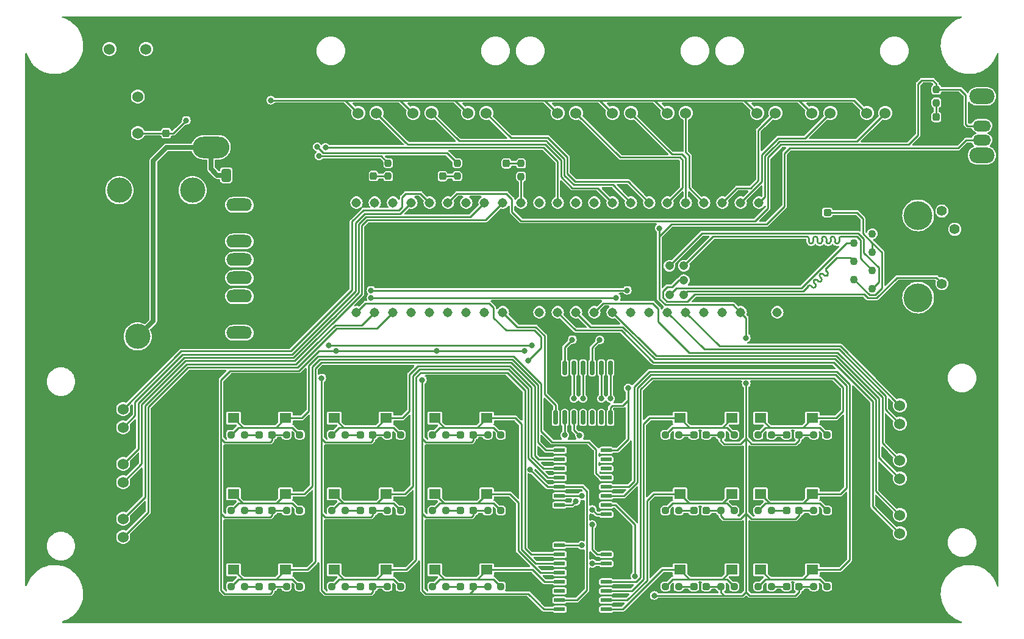
<source format=gbr>
%TF.GenerationSoftware,KiCad,Pcbnew,7.0.7*%
%TF.CreationDate,2024-03-26T15:37:16-05:00*%
%TF.ProjectId,CoreBoard,436f7265-426f-4617-9264-2e6b69636164,rev?*%
%TF.SameCoordinates,Original*%
%TF.FileFunction,Copper,L1,Top*%
%TF.FilePolarity,Positive*%
%FSLAX46Y46*%
G04 Gerber Fmt 4.6, Leading zero omitted, Abs format (unit mm)*
G04 Created by KiCad (PCBNEW 7.0.7) date 2024-03-26 15:37:16*
%MOMM*%
%LPD*%
G01*
G04 APERTURE LIST*
G04 Aperture macros list*
%AMRoundRect*
0 Rectangle with rounded corners*
0 $1 Rounding radius*
0 $2 $3 $4 $5 $6 $7 $8 $9 X,Y pos of 4 corners*
0 Add a 4 corners polygon primitive as box body*
4,1,4,$2,$3,$4,$5,$6,$7,$8,$9,$2,$3,0*
0 Add four circle primitives for the rounded corners*
1,1,$1+$1,$2,$3*
1,1,$1+$1,$4,$5*
1,1,$1+$1,$6,$7*
1,1,$1+$1,$8,$9*
0 Add four rect primitives between the rounded corners*
20,1,$1+$1,$2,$3,$4,$5,0*
20,1,$1+$1,$4,$5,$6,$7,0*
20,1,$1+$1,$6,$7,$8,$9,0*
20,1,$1+$1,$8,$9,$2,$3,0*%
G04 Aperture macros list end*
%TA.AperFunction,SMDPad,CuDef*%
%ADD10RoundRect,0.237500X-0.287500X-0.237500X0.287500X-0.237500X0.287500X0.237500X-0.287500X0.237500X0*%
%TD*%
%TA.AperFunction,ComponentPad*%
%ADD11C,1.524000*%
%TD*%
%TA.AperFunction,SMDPad,CuDef*%
%ADD12RoundRect,0.237500X-0.250000X-0.237500X0.250000X-0.237500X0.250000X0.237500X-0.250000X0.237500X0*%
%TD*%
%TA.AperFunction,ComponentPad*%
%ADD13O,3.500000X2.200000*%
%TD*%
%TA.AperFunction,ComponentPad*%
%ADD14R,2.500000X1.500000*%
%TD*%
%TA.AperFunction,ComponentPad*%
%ADD15O,2.500000X1.500000*%
%TD*%
%TA.AperFunction,SMDPad,CuDef*%
%ADD16R,1.600000X1.400000*%
%TD*%
%TA.AperFunction,SMDPad,CuDef*%
%ADD17RoundRect,0.237500X0.237500X-0.250000X0.237500X0.250000X-0.237500X0.250000X-0.237500X-0.250000X0*%
%TD*%
%TA.AperFunction,SMDPad,CuDef*%
%ADD18RoundRect,0.250000X-0.412500X-0.650000X0.412500X-0.650000X0.412500X0.650000X-0.412500X0.650000X0*%
%TD*%
%TA.AperFunction,SMDPad,CuDef*%
%ADD19RoundRect,0.237500X-0.237500X0.287500X-0.237500X-0.287500X0.237500X-0.287500X0.237500X0.287500X0*%
%TD*%
%TA.AperFunction,ComponentPad*%
%ADD20C,1.308000*%
%TD*%
%TA.AperFunction,ComponentPad*%
%ADD21C,1.208000*%
%TD*%
%TA.AperFunction,SMDPad,CuDef*%
%ADD22RoundRect,0.237500X0.237500X-0.300000X0.237500X0.300000X-0.237500X0.300000X-0.237500X-0.300000X0*%
%TD*%
%TA.AperFunction,SMDPad,CuDef*%
%ADD23RoundRect,0.150000X-0.150000X0.837500X-0.150000X-0.837500X0.150000X-0.837500X0.150000X0.837500X0*%
%TD*%
%TA.AperFunction,SMDPad,CuDef*%
%ADD24RoundRect,0.237500X-0.300000X-0.237500X0.300000X-0.237500X0.300000X0.237500X-0.300000X0.237500X0*%
%TD*%
%TA.AperFunction,SMDPad,CuDef*%
%ADD25RoundRect,0.237500X-0.237500X0.250000X-0.237500X-0.250000X0.237500X-0.250000X0.237500X0.250000X0*%
%TD*%
%TA.AperFunction,SMDPad,CuDef*%
%ADD26RoundRect,0.237500X0.237500X-0.287500X0.237500X0.287500X-0.237500X0.287500X-0.237500X-0.287500X0*%
%TD*%
%TA.AperFunction,SMDPad,CuDef*%
%ADD27RoundRect,0.137500X0.662500X0.137500X-0.662500X0.137500X-0.662500X-0.137500X0.662500X-0.137500X0*%
%TD*%
%TA.AperFunction,SMDPad,CuDef*%
%ADD28RoundRect,0.137500X-0.662500X-0.137500X0.662500X-0.137500X0.662500X0.137500X-0.662500X0.137500X0*%
%TD*%
%TA.AperFunction,ComponentPad*%
%ADD29O,3.556000X1.778000*%
%TD*%
%TA.AperFunction,ComponentPad*%
%ADD30C,1.100000*%
%TD*%
%TA.AperFunction,ComponentPad*%
%ADD31C,1.400000*%
%TD*%
%TA.AperFunction,ComponentPad*%
%ADD32C,4.000000*%
%TD*%
%TA.AperFunction,ComponentPad*%
%ADD33C,2.000000*%
%TD*%
%TA.AperFunction,ComponentPad*%
%ADD34O,5.100000X3.000000*%
%TD*%
%TA.AperFunction,ComponentPad*%
%ADD35C,3.500000*%
%TD*%
%TA.AperFunction,ViaPad*%
%ADD36C,0.800000*%
%TD*%
%TA.AperFunction,Conductor*%
%ADD37C,0.250000*%
%TD*%
%TA.AperFunction,Conductor*%
%ADD38C,0.635000*%
%TD*%
%TA.AperFunction,Conductor*%
%ADD39C,0.254000*%
%TD*%
G04 APERTURE END LIST*
D10*
%TO.P,D6,1,K*%
%TO.N,Net-(D6-K)*%
X111266000Y-111125000D03*
%TO.P,D6,2,A*%
%TO.N,+3V3*%
X113016000Y-111125000D03*
%TD*%
D11*
%TO.P,Conn2,1*%
%TO.N,BL_TX*%
X78359000Y-114808000D03*
%TO.P,Conn2,2*%
%TO.N,BL_RX*%
X78359000Y-112268000D03*
%TO.P,Conn2,3*%
%TO.N,GND*%
X78359000Y-109728000D03*
%TO.P,Conn2,4*%
%TO.N,ML_TX*%
X78359000Y-107188000D03*
%TO.P,Conn2,5*%
%TO.N,ML_RX*%
X78359000Y-104648000D03*
%TO.P,Conn2,6*%
%TO.N,GND*%
X78359000Y-102108000D03*
%TO.P,Conn2,7*%
%TO.N,FL_TX*%
X78359000Y-99568000D03*
%TO.P,Conn2,8*%
%TO.N,FL_RX*%
X78359000Y-97028000D03*
%TO.P,Conn2,9*%
%TO.N,GND*%
X78359000Y-94488000D03*
%TD*%
%TO.P,U7,1,Vi*%
%TO.N,PV*%
X80391000Y-53594000D03*
%TO.P,U7,2,GND*%
%TO.N,GND*%
X80391000Y-56134000D03*
%TO.P,U7,3,Vo*%
%TO.N,+5V*%
X80391000Y-58674000D03*
%TD*%
D12*
%TO.P,R16,1*%
%TO.N,+3V3*%
X115038500Y-121666000D03*
%TO.P,R16,2*%
%TO.N,B8*%
X116863500Y-121666000D03*
%TD*%
%TO.P,R6,1*%
%TO.N,+3V3*%
X115038500Y-111125000D03*
%TO.P,R6,2*%
%TO.N,B7*%
X116863500Y-111125000D03*
%TD*%
D13*
%TO.P,SW16,*%
%TO.N,*%
X197568500Y-53558000D03*
X197568500Y-61758000D03*
D14*
%TO.P,SW16,1,A*%
%TO.N,GND*%
X197568500Y-55658000D03*
D15*
%TO.P,SW16,2,B*%
%TO.N,ReverseSW*%
X197568500Y-57658000D03*
%TO.P,SW16,3,C*%
%TO.N,+3V3*%
X197568500Y-59658000D03*
%TD*%
D16*
%TO.P,SW15,1,1*%
%TO.N,GND*%
X166834000Y-95274000D03*
X174034000Y-95274000D03*
%TO.P,SW15,2,2*%
%TO.N,B15*%
X166834000Y-98274000D03*
X174034000Y-98274000D03*
%TD*%
D12*
%TO.P,R5,1*%
%TO.N,+3V3*%
X101043100Y-111125000D03*
%TO.P,R5,2*%
%TO.N,B4*%
X102868100Y-111125000D03*
%TD*%
D11*
%TO.P,Conn5,1*%
%TO.N,GND*%
X136144000Y-55880000D03*
%TO.P,Conn5,2*%
%TO.N,+5V*%
X138684000Y-55880000D03*
%TO.P,Conn5,3*%
%TO.N,ServoPWM6*%
X141224000Y-55880000D03*
%TO.P,Conn5,4*%
%TO.N,GND*%
X143764000Y-55880000D03*
%TO.P,Conn5,5*%
%TO.N,+5V*%
X146304000Y-55880000D03*
%TO.P,Conn5,6*%
%TO.N,ServoPWM5*%
X148844000Y-55880000D03*
%TO.P,Conn5,7*%
%TO.N,GND*%
X151384000Y-55880000D03*
%TO.P,Conn5,8*%
%TO.N,+5V*%
X153924000Y-55880000D03*
%TO.P,Conn5,9*%
%TO.N,ServoPWM4*%
X156464000Y-55880000D03*
%TD*%
D10*
%TO.P,D17,1,K*%
%TO.N,Net-(D17-K)*%
X157570200Y-121666000D03*
%TO.P,D17,2,A*%
%TO.N,+3V3*%
X159320200Y-121666000D03*
%TD*%
D16*
%TO.P,SW14,1,1*%
%TO.N,GND*%
X155658000Y-116356000D03*
X162858000Y-116356000D03*
%TO.P,SW14,2,2*%
%TO.N,B12*%
X155658000Y-119356000D03*
X162858000Y-119356000D03*
%TD*%
D12*
%TO.P,R8,1*%
%TO.N,+3V3*%
X161342700Y-111125000D03*
%TO.P,R8,2*%
%TO.N,B13*%
X163167700Y-111125000D03*
%TD*%
D10*
%TO.P,D9,1,K*%
%TO.N,Net-(D9-K)*%
X170448000Y-121666000D03*
%TO.P,D9,2,A*%
%TO.N,+3V3*%
X172198000Y-121666000D03*
%TD*%
D16*
%TO.P,SW13,1,1*%
%TO.N,GND*%
X121622000Y-95274000D03*
X128822000Y-95274000D03*
%TO.P,SW13,2,2*%
%TO.N,B9*%
X121622000Y-98274000D03*
X128822000Y-98274000D03*
%TD*%
D11*
%TO.P,Conn4,1*%
%TO.N,GND*%
X163830000Y-55880000D03*
%TO.P,Conn4,2*%
%TO.N,+5V*%
X166370000Y-55880000D03*
%TO.P,Conn4,3*%
%TO.N,ServoPWM3*%
X168910000Y-55880000D03*
%TO.P,Conn4,4*%
%TO.N,GND*%
X171450000Y-55880000D03*
%TO.P,Conn4,5*%
%TO.N,+5V*%
X173990000Y-55880000D03*
%TO.P,Conn4,6*%
%TO.N,ServoPWM2*%
X176530000Y-55880000D03*
%TO.P,Conn4,7*%
%TO.N,GND*%
X179070000Y-55880000D03*
%TO.P,Conn4,8*%
%TO.N,+5V*%
X181610000Y-55880000D03*
%TO.P,Conn4,9*%
%TO.N,ServoPWM1*%
X184150000Y-55880000D03*
%TD*%
D12*
%TO.P,R14,1*%
%TO.N,+3V3*%
X174245900Y-121666000D03*
%TO.P,R14,2*%
%TO.N,B2*%
X176070900Y-121666000D03*
%TD*%
D16*
%TO.P,SW12,1,1*%
%TO.N,GND*%
X107652000Y-95274000D03*
X114852000Y-95274000D03*
%TO.P,SW12,2,2*%
%TO.N,B6*%
X107652000Y-98274000D03*
X114852000Y-98274000D03*
%TD*%
D10*
%TO.P,D10,1,K*%
%TO.N,Net-(D10-K)*%
X97245200Y-121666000D03*
%TO.P,D10,2,A*%
%TO.N,+3V3*%
X98995200Y-121666000D03*
%TD*%
D12*
%TO.P,R9,1*%
%TO.N,B1*%
X166524300Y-111125000D03*
%TO.P,R9,2*%
%TO.N,Net-(D4-K)*%
X168349300Y-111125000D03*
%TD*%
D17*
%TO.P,R36,1*%
%TO.N,+3V3*%
X133604000Y-64704600D03*
%TO.P,R36,2*%
%TO.N,Net-(D21-A)*%
X133604000Y-62879600D03*
%TD*%
D12*
%TO.P,R20,1*%
%TO.N,B5*%
X93359600Y-121666000D03*
%TO.P,R20,2*%
%TO.N,Net-(D10-K)*%
X95184600Y-121666000D03*
%TD*%
%TO.P,R10,1*%
%TO.N,B4*%
X93359600Y-111125000D03*
%TO.P,R10,2*%
%TO.N,Net-(D5-K)*%
X95184600Y-111125000D03*
%TD*%
%TO.P,R19,1*%
%TO.N,B2*%
X166524300Y-121666000D03*
%TO.P,R19,2*%
%TO.N,Net-(D9-K)*%
X168349300Y-121666000D03*
%TD*%
D10*
%TO.P,D12,1,K*%
%TO.N,Net-(D12-K)*%
X125185200Y-121666000D03*
%TO.P,D12,2,A*%
%TO.N,+3V3*%
X126935200Y-121666000D03*
%TD*%
D12*
%TO.P,R33,1*%
%TO.N,B15*%
X166524300Y-100584000D03*
%TO.P,R33,2*%
%TO.N,Net-(D18-K)*%
X168349300Y-100584000D03*
%TD*%
D16*
%TO.P,SW4,1,1*%
%TO.N,GND*%
X121622000Y-105815000D03*
X128822000Y-105815000D03*
%TO.P,SW4,2,2*%
%TO.N,B10*%
X121622000Y-108815000D03*
X128822000Y-108815000D03*
%TD*%
D18*
%TO.P,C2,1*%
%TO.N,PV*%
X92671500Y-64516000D03*
%TO.P,C2,2*%
%TO.N,GND*%
X95796500Y-64516000D03*
%TD*%
D10*
%TO.P,D16,1,K*%
%TO.N,Net-(D16-K)*%
X125185200Y-100584000D03*
%TO.P,D16,2,A*%
%TO.N,+3V3*%
X126935200Y-100584000D03*
%TD*%
D12*
%TO.P,R23,1*%
%TO.N,B14*%
X153659200Y-100584000D03*
%TO.P,R23,2*%
%TO.N,Net-(D13-K)*%
X155484200Y-100584000D03*
%TD*%
%TO.P,R18,1*%
%TO.N,+3V3*%
X161342700Y-100584000D03*
%TO.P,R18,2*%
%TO.N,B14*%
X163167700Y-100584000D03*
%TD*%
%TO.P,R29,1*%
%TO.N,B3*%
X93359600Y-100584000D03*
%TO.P,R29,2*%
%TO.N,Net-(D14-K)*%
X95184600Y-100584000D03*
%TD*%
D19*
%TO.P,D20,1,K*%
%TO.N,GND*%
X113118300Y-62867600D03*
%TO.P,D20,2,A*%
%TO.N,Net-(D20-A)*%
X113118300Y-64617600D03*
%TD*%
D20*
%TO.P,U1,0,RX1*%
%TO.N,ServoPWM1*%
X166624000Y-68326000D03*
%TO.P,U1,1,TX1*%
%TO.N,ServoPWM2*%
X164084000Y-68326000D03*
%TO.P,U1,2,OUT2*%
%TO.N,ServoPWM3*%
X161544000Y-68326000D03*
%TO.P,U1,3,LRCLK2*%
%TO.N,ServoPWM4*%
X159004000Y-68326000D03*
%TO.P,U1,3.3V_1,3.3V*%
%TO.N,+3V3*%
X133604000Y-68326000D03*
%TO.P,U1,3.3V_2,3.3V*%
X164084000Y-83566000D03*
%TO.P,U1,4,BCLK2*%
%TO.N,ServoPWM5*%
X156464000Y-68326000D03*
%TO.P,U1,5,IN2*%
%TO.N,ServoPWM6*%
X153924000Y-68326000D03*
%TO.P,U1,6,OUT1D*%
%TO.N,ServoPWM7*%
X151384000Y-68326000D03*
%TO.P,U1,7,RX2*%
%TO.N,ServoPWM8*%
X148844000Y-68326000D03*
%TO.P,U1,8,TX2*%
%TO.N,ServoPWM9*%
X146304000Y-68326000D03*
%TO.P,U1,9,OUT1C*%
%TO.N,unconnected-(U1-OUT1C-Pad9)*%
X143764000Y-68326000D03*
%TO.P,U1,10,CS1*%
%TO.N,unconnected-(U1-CS1-Pad10)*%
X141224000Y-68326000D03*
%TO.P,U1,11,MOSI*%
%TO.N,NeoPixels*%
X138684000Y-68326000D03*
%TO.P,U1,12,MISO*%
%TO.N,unconnected-(U1-MISO-Pad12)*%
X136144000Y-68326000D03*
%TO.P,U1,13,SCK*%
%TO.N,unconnected-(U1-SCK-Pad13)*%
X136144000Y-83566000D03*
%TO.P,U1,14,A0*%
%TO.N,BR_TX*%
X138684000Y-83566000D03*
%TO.P,U1,15,A1*%
%TO.N,BR_RX*%
X141224000Y-83566000D03*
%TO.P,U1,16,A2*%
%TO.N,MR_RX*%
X143764000Y-83566000D03*
%TO.P,U1,17,A3*%
%TO.N,MR_TX*%
X146304000Y-83566000D03*
%TO.P,U1,18,A4*%
%TO.N,AccSDA*%
X148844000Y-83566000D03*
%TO.P,U1,19,A5*%
%TO.N,AccSCL*%
X151384000Y-83566000D03*
%TO.P,U1,20,A6*%
%TO.N,FR_TX*%
X153924000Y-83566000D03*
%TO.P,U1,21,A7*%
%TO.N,FR_RX*%
X156464000Y-83566000D03*
%TO.P,U1,22,A8*%
%TO.N,Out1*%
X159004000Y-83566000D03*
%TO.P,U1,23,A9*%
%TO.N,Out0*%
X161544000Y-83566000D03*
%TO.P,U1,24,A10*%
%TO.N,ML_TX*%
X131064000Y-68326000D03*
%TO.P,U1,25,A11*%
%TO.N,ML_RX*%
X128524000Y-68326000D03*
%TO.P,U1,26,A12*%
%TO.N,unconnected-(U1-A12-Pad26)*%
X125984000Y-68326000D03*
%TO.P,U1,27,A13*%
%TO.N,ReverseSW*%
X123444000Y-68326000D03*
%TO.P,U1,28,RX7*%
%TO.N,FL_RX*%
X120904000Y-68326000D03*
%TO.P,U1,29,TX7*%
%TO.N,FL_TX*%
X118364000Y-68326000D03*
%TO.P,U1,30,CRX3*%
%TO.N,unconnected-(U1-CRX3-Pad30)*%
X115824000Y-68326000D03*
%TO.P,U1,31,CTX3*%
%TO.N,unconnected-(U1-CTX3-Pad31)*%
X113284000Y-68326000D03*
%TO.P,U1,32,OUT1B*%
%TO.N,unconnected-(U1-OUT1B-Pad32)*%
X110744000Y-68326000D03*
%TO.P,U1,33,MCLK2*%
%TO.N,Out3*%
X110744000Y-83566000D03*
%TO.P,U1,34,RX8*%
%TO.N,BL_RX*%
X113284000Y-83566000D03*
%TO.P,U1,35,TX8*%
%TO.N,BL_TX*%
X115824000Y-83566000D03*
%TO.P,U1,36,CS2*%
%TO.N,unconnected-(U1-CS2-Pad36)*%
X118364000Y-83566000D03*
%TO.P,U1,37,CS3*%
%TO.N,unconnected-(U1-CS3-Pad37)*%
X120904000Y-83566000D03*
%TO.P,U1,38,A14*%
%TO.N,unconnected-(U1-A14-Pad38)*%
X123444000Y-83566000D03*
%TO.P,U1,39,A15*%
%TO.N,unconnected-(U1-A15-Pad39)*%
X125984000Y-83566000D03*
%TO.P,U1,40,A16*%
%TO.N,unconnected-(U1-A16-Pad40)*%
X128524000Y-83566000D03*
%TO.P,U1,41,A17*%
%TO.N,Out2*%
X131064000Y-83566000D03*
%TO.P,U1,GND1,GND*%
%TO.N,GND*%
X169164000Y-68326000D03*
%TO.P,U1,GND2,GND*%
X133604000Y-83566000D03*
%TO.P,U1,GND3,GND*%
X166624000Y-83566000D03*
D21*
%TO.P,U1,GND5,GND*%
X154194000Y-79116000D03*
%TO.P,U1,LED,LED*%
%TO.N,Net-(J1-Pad10)*%
X156194000Y-79116000D03*
%TO.P,U1,R+,R+*%
%TO.N,Net-(J1-Pad4)*%
X156194000Y-81116000D03*
%TO.P,U1,R-,R-*%
%TO.N,Net-(J1-Pad6)*%
X154194000Y-81116000D03*
%TO.P,U1,T+,T+*%
%TO.N,Net-(J1-Pad1)*%
X154194000Y-77116000D03*
%TO.P,U1,T-,T-*%
%TO.N,Net-(J1-Pad3)*%
X156194000Y-77116000D03*
D20*
%TO.P,U1,VIN,VIN*%
%TO.N,+5V*%
X169164000Y-83566000D03*
%TD*%
D12*
%TO.P,R28,1*%
%TO.N,+3V3*%
X174245900Y-100584000D03*
%TO.P,R28,2*%
%TO.N,B15*%
X176070900Y-100584000D03*
%TD*%
D22*
%TO.P,C3,1*%
%TO.N,+5V*%
X84328000Y-58674000D03*
%TO.P,C3,2*%
%TO.N,GND*%
X84328000Y-56949000D03*
%TD*%
D23*
%TO.P,U6,1*%
%TO.N,Net-(U4-S0)*%
X145999200Y-91279500D03*
%TO.P,U6,2*%
%TO.N,Net-(U5-S0)*%
X144729200Y-91279500D03*
%TO.P,U6,3*%
%TO.N,Out0*%
X143459200Y-91279500D03*
%TO.P,U6,4*%
%TO.N,Net-(U4-S1)*%
X142189200Y-91279500D03*
%TO.P,U6,5*%
%TO.N,Net-(U5-S1)*%
X140919200Y-91279500D03*
%TO.P,U6,6*%
%TO.N,Out1*%
X139649200Y-91279500D03*
%TO.P,U6,7,GND*%
%TO.N,GND*%
X138379200Y-91279500D03*
%TO.P,U6,8*%
%TO.N,Out2*%
X138379200Y-98204500D03*
%TO.P,U6,9*%
%TO.N,Net-(U4-S2)*%
X139649200Y-98204500D03*
%TO.P,U6,10*%
%TO.N,Net-(U5-S2)*%
X140919200Y-98204500D03*
%TO.P,U6,11*%
%TO.N,N/C*%
X142189200Y-98204500D03*
%TO.P,U6,12*%
X143459200Y-98204500D03*
%TO.P,U6,13*%
X144729200Y-98204500D03*
%TO.P,U6,14,VCC*%
%TO.N,+3V3*%
X145999200Y-98204500D03*
%TD*%
D12*
%TO.P,R21,1*%
%TO.N,B8*%
X107342300Y-121666000D03*
%TO.P,R21,2*%
%TO.N,Net-(D11-K)*%
X109167300Y-121666000D03*
%TD*%
D10*
%TO.P,D15,1,K*%
%TO.N,Net-(D15-K)*%
X111266000Y-100584000D03*
%TO.P,D15,2,A*%
%TO.N,+3V3*%
X113016000Y-100584000D03*
%TD*%
%TO.P,D13,1,K*%
%TO.N,Net-(D13-K)*%
X157570200Y-100584000D03*
%TO.P,D13,2,A*%
%TO.N,+3V3*%
X159320200Y-100584000D03*
%TD*%
D16*
%TO.P,SW9,1,1*%
%TO.N,GND*%
X121622000Y-116356000D03*
X128822000Y-116356000D03*
%TO.P,SW9,2,2*%
%TO.N,B11*%
X121622000Y-119356000D03*
X128822000Y-119356000D03*
%TD*%
%TO.P,SW8,1,1*%
%TO.N,GND*%
X107652000Y-116356000D03*
X114852000Y-116356000D03*
%TO.P,SW8,2,2*%
%TO.N,B8*%
X107652000Y-119356000D03*
X114852000Y-119356000D03*
%TD*%
D24*
%TO.P,C1,1*%
%TO.N,GND*%
X174397500Y-69697600D03*
%TO.P,C1,2*%
%TO.N,Net-(C1-Pad2)*%
X176122500Y-69697600D03*
%TD*%
D25*
%TO.P,R38,1*%
%TO.N,+5V*%
X124728500Y-62841500D03*
%TO.P,R38,2*%
%TO.N,Net-(D23-A)*%
X124728500Y-64666500D03*
%TD*%
D26*
%TO.P,D21,1,K*%
%TO.N,GND*%
X131572000Y-64629000D03*
%TO.P,D21,2,A*%
%TO.N,Net-(D21-A)*%
X131572000Y-62879000D03*
%TD*%
D12*
%TO.P,R4,1*%
%TO.N,+3V3*%
X174245900Y-111125000D03*
%TO.P,R4,2*%
%TO.N,B1*%
X176070900Y-111125000D03*
%TD*%
D10*
%TO.P,D5,1,K*%
%TO.N,Net-(D5-K)*%
X97245200Y-111125000D03*
%TO.P,D5,2,A*%
%TO.N,+3V3*%
X98995200Y-111125000D03*
%TD*%
D12*
%TO.P,R30,1*%
%TO.N,B6*%
X107342300Y-100584000D03*
%TO.P,R30,2*%
%TO.N,Net-(D15-K)*%
X109167300Y-100584000D03*
%TD*%
D10*
%TO.P,D8,1,K*%
%TO.N,Net-(D8-K)*%
X157570200Y-111125000D03*
%TO.P,D8,2,A*%
%TO.N,+3V3*%
X159320200Y-111125000D03*
%TD*%
D12*
%TO.P,R32,1*%
%TO.N,B12*%
X153659200Y-121666000D03*
%TO.P,R32,2*%
%TO.N,Net-(D17-K)*%
X155484200Y-121666000D03*
%TD*%
%TO.P,R27,1*%
%TO.N,+3V3*%
X161342700Y-121666000D03*
%TO.P,R27,2*%
%TO.N,B12*%
X163167700Y-121666000D03*
%TD*%
D27*
%TO.P,U4,1,I4*%
%TO.N,B12*%
X145439200Y-124841000D03*
%TO.P,U4,2,I5*%
%TO.N,B13*%
X145439200Y-123571000D03*
%TO.P,U4,3,I6*%
%TO.N,B14*%
X145439200Y-122301000D03*
%TO.P,U4,4,I7*%
%TO.N,B15*%
X145439200Y-121031000D03*
%TO.P,U4,5,EI*%
%TO.N,GND*%
X145439200Y-119761000D03*
%TO.P,U4,6,S2*%
%TO.N,Net-(U4-S2)*%
X145439200Y-118491000D03*
%TO.P,U4,7,S1*%
%TO.N,Net-(U4-S1)*%
X145439200Y-117221000D03*
%TO.P,U4,8,GND*%
%TO.N,GND*%
X145439200Y-115951000D03*
%TO.P,U4,9,S0*%
%TO.N,Net-(U4-S0)*%
X138939200Y-115951000D03*
%TO.P,U4,10,IO*%
%TO.N,B8*%
X138939200Y-117221000D03*
%TO.P,U4,11,I1*%
%TO.N,B9*%
X138939200Y-118491000D03*
%TO.P,U4,12,I2*%
%TO.N,B10*%
X138939200Y-119761000D03*
%TO.P,U4,13,I3*%
%TO.N,B11*%
X138939200Y-121031000D03*
%TO.P,U4,14,GS*%
%TO.N,unconnected-(U4-GS-Pad14)*%
X138939200Y-122301000D03*
%TO.P,U4,15,EO*%
%TO.N,Out3*%
X138939200Y-123571000D03*
%TO.P,U4,16,VCC*%
%TO.N,+3V3*%
X138939200Y-124841000D03*
%TD*%
D12*
%TO.P,R11,1*%
%TO.N,B7*%
X107342300Y-111125000D03*
%TO.P,R11,2*%
%TO.N,Net-(D6-K)*%
X109167300Y-111125000D03*
%TD*%
%TO.P,R7,1*%
%TO.N,+3V3*%
X128957700Y-111125000D03*
%TO.P,R7,2*%
%TO.N,B10*%
X130782700Y-111125000D03*
%TD*%
D10*
%TO.P,D11,1,K*%
%TO.N,Net-(D11-K)*%
X111266000Y-121666000D03*
%TO.P,D11,2,A*%
%TO.N,+3V3*%
X113016000Y-121666000D03*
%TD*%
%TO.P,D7,1,K*%
%TO.N,Net-(D7-K)*%
X125185200Y-111125000D03*
%TO.P,D7,2,A*%
%TO.N,+3V3*%
X126935200Y-111125000D03*
%TD*%
D12*
%TO.P,R15,1*%
%TO.N,+3V3*%
X101043100Y-121666000D03*
%TO.P,R15,2*%
%TO.N,B5*%
X102868100Y-121666000D03*
%TD*%
D11*
%TO.P,Conn7,1*%
%TO.N,Net-(U3-Vout+)*%
X76454000Y-46990000D03*
%TO.P,Conn7,2*%
%TO.N,GND*%
X78994000Y-46990000D03*
%TO.P,Conn7,3*%
%TO.N,NeoPixels*%
X81534000Y-46990000D03*
%TD*%
D28*
%TO.P,U5,1,I4*%
%TO.N,B4*%
X138939200Y-102743000D03*
%TO.P,U5,2,I5*%
%TO.N,B5*%
X138939200Y-104013000D03*
%TO.P,U5,3,I6*%
%TO.N,B6*%
X138939200Y-105283000D03*
%TO.P,U5,4,I7*%
%TO.N,B7*%
X138939200Y-106553000D03*
%TO.P,U5,5,EI*%
%TO.N,Out3*%
X138939200Y-107823000D03*
%TO.P,U5,6,S2*%
%TO.N,Net-(U5-S2)*%
X138939200Y-109093000D03*
%TO.P,U5,7,S1*%
%TO.N,Net-(U5-S1)*%
X138939200Y-110363000D03*
%TO.P,U5,8,GND*%
%TO.N,GND*%
X138939200Y-111633000D03*
%TO.P,U5,9,S0*%
%TO.N,Net-(U5-S0)*%
X145439200Y-111633000D03*
%TO.P,U5,10,IO*%
%TO.N,+3V3*%
X145439200Y-110363000D03*
%TO.P,U5,11,I1*%
%TO.N,B1*%
X145439200Y-109093000D03*
%TO.P,U5,12,I2*%
%TO.N,B2*%
X145439200Y-107823000D03*
%TO.P,U5,13,I3*%
%TO.N,B3*%
X145439200Y-106553000D03*
%TO.P,U5,14,GS*%
%TO.N,unconnected-(U5-GS-Pad14)*%
X145439200Y-105283000D03*
%TO.P,U5,15,EO*%
%TO.N,unconnected-(U5-EO-Pad15)*%
X145439200Y-104013000D03*
%TO.P,U5,16,VCC*%
%TO.N,+3V3*%
X145439200Y-102743000D03*
%TD*%
D29*
%TO.P,U2,ADO,ADO*%
%TO.N,GND*%
X94488000Y-83883500D03*
%TO.P,U2,GND,GND*%
X94488000Y-71183500D03*
%TO.P,U2,INT,INT*%
%TO.N,unconnected-(U2-PadINT)*%
X94488000Y-86423500D03*
%TO.P,U2,SCL,SCL*%
%TO.N,AccSCL*%
X94488000Y-73723500D03*
%TO.P,U2,SDA,SDA*%
%TO.N,AccSDA*%
X94488000Y-76263500D03*
%TO.P,U2,VCC,VCC*%
%TO.N,+5V*%
X94488000Y-68643500D03*
%TO.P,U2,XCL,XCL*%
%TO.N,unconnected-(U2-PadXCL)*%
X94488000Y-81343500D03*
%TO.P,U2,XDA,XDA*%
%TO.N,unconnected-(U2-PadXDA)*%
X94488000Y-78803500D03*
%TD*%
D16*
%TO.P,SW5,1,1*%
%TO.N,GND*%
X155658000Y-105815000D03*
X162858000Y-105815000D03*
%TO.P,SW5,2,2*%
%TO.N,B13*%
X155658000Y-108815000D03*
X162858000Y-108815000D03*
%TD*%
D10*
%TO.P,D4,1,K*%
%TO.N,Net-(D4-K)*%
X170448000Y-111125000D03*
%TO.P,D4,2,A*%
%TO.N,+3V3*%
X172198000Y-111125000D03*
%TD*%
D12*
%TO.P,R24,1*%
%TO.N,+3V3*%
X101043100Y-100584000D03*
%TO.P,R24,2*%
%TO.N,B3*%
X102868100Y-100584000D03*
%TD*%
D10*
%TO.P,D14,1,K*%
%TO.N,Net-(D14-K)*%
X97245200Y-100584000D03*
%TO.P,D14,2,A*%
%TO.N,+3V3*%
X98995200Y-100584000D03*
%TD*%
D16*
%TO.P,SW2,1,1*%
%TO.N,GND*%
X93682000Y-105815000D03*
X100882000Y-105815000D03*
%TO.P,SW2,2,2*%
%TO.N,B4*%
X93682000Y-108815000D03*
X100882000Y-108815000D03*
%TD*%
%TO.P,SW3,1,1*%
%TO.N,GND*%
X107652000Y-105815000D03*
X114852000Y-105815000D03*
%TO.P,SW3,2,2*%
%TO.N,B7*%
X107652000Y-108815000D03*
X114852000Y-108815000D03*
%TD*%
D12*
%TO.P,R13,1*%
%TO.N,B13*%
X153659200Y-111125000D03*
%TO.P,R13,2*%
%TO.N,Net-(D8-K)*%
X155484200Y-111125000D03*
%TD*%
%TO.P,R17,1*%
%TO.N,+3V3*%
X128957700Y-121666000D03*
%TO.P,R17,2*%
%TO.N,B11*%
X130782700Y-121666000D03*
%TD*%
D30*
%TO.P,J1,1*%
%TO.N,Net-(J1-Pad1)*%
X182372000Y-80264000D03*
%TO.P,J1,2*%
%TO.N,Net-(C1-Pad2)*%
X179832000Y-78994000D03*
%TO.P,J1,3*%
%TO.N,Net-(J1-Pad3)*%
X182372000Y-77724000D03*
%TO.P,J1,4*%
%TO.N,Net-(J1-Pad4)*%
X179832000Y-76454000D03*
%TO.P,J1,5*%
%TO.N,Net-(C1-Pad2)*%
X182372000Y-75184000D03*
%TO.P,J1,6*%
%TO.N,Net-(J1-Pad6)*%
X179832000Y-73914000D03*
%TO.P,J1,7*%
%TO.N,unconnected-(J1-Pad7)*%
X182372000Y-72644000D03*
%TO.P,J1,8*%
%TO.N,GND*%
X179832000Y-71374000D03*
D31*
%TO.P,J1,9*%
X193802000Y-82144000D03*
%TO.P,J1,10*%
%TO.N,Net-(J1-Pad10)*%
X192012000Y-79604000D03*
%TO.P,J1,11*%
%TO.N,unconnected-(J1-Pad11)*%
X193802000Y-72034000D03*
%TO.P,J1,12*%
%TO.N,unconnected-(J1-Pad12)*%
X192012000Y-69494000D03*
D32*
%TO.P,J1,13*%
%TO.N,N/C*%
X188722000Y-81534000D03*
%TO.P,J1,14*%
X188722000Y-70104000D03*
D33*
%TO.P,J1,SH*%
%TO.N,GND*%
X185672000Y-83694000D03*
X185672000Y-67944000D03*
%TD*%
D34*
%TO.P,Conn1,1,GND*%
%TO.N,GND*%
X98425000Y-60641200D03*
%TO.P,Conn1,4,PV+*%
%TO.N,PV*%
X90551000Y-60641200D03*
%TD*%
D16*
%TO.P,SW6,1,1*%
%TO.N,GND*%
X166834000Y-116356000D03*
X174034000Y-116356000D03*
%TO.P,SW6,2,2*%
%TO.N,B2*%
X166834000Y-119356000D03*
X174034000Y-119356000D03*
%TD*%
D11*
%TO.P,Conn6,1*%
%TO.N,GND*%
X108458000Y-55880000D03*
%TO.P,Conn6,2*%
%TO.N,+5V*%
X110998000Y-55880000D03*
%TO.P,Conn6,3*%
%TO.N,ServoPWM9*%
X113538000Y-55880000D03*
%TO.P,Conn6,4*%
%TO.N,GND*%
X116078000Y-55880000D03*
%TO.P,Conn6,5*%
%TO.N,+5V*%
X118618000Y-55880000D03*
%TO.P,Conn6,6*%
%TO.N,ServoPWM8*%
X121158000Y-55880000D03*
%TO.P,Conn6,7*%
%TO.N,GND*%
X123698000Y-55880000D03*
%TO.P,Conn6,8*%
%TO.N,+5V*%
X126238000Y-55880000D03*
%TO.P,Conn6,9*%
%TO.N,ServoPWM7*%
X128778000Y-55880000D03*
%TD*%
D26*
%TO.P,D19,1,K*%
%TO.N,GND*%
X191249500Y-58200000D03*
%TO.P,D19,2,A*%
%TO.N,Net-(D19-A)*%
X191249500Y-56450000D03*
%TD*%
D12*
%TO.P,R31,1*%
%TO.N,B9*%
X121312300Y-100584000D03*
%TO.P,R31,2*%
%TO.N,Net-(D16-K)*%
X123137300Y-100584000D03*
%TD*%
%TO.P,R12,1*%
%TO.N,B10*%
X121312300Y-111125000D03*
%TO.P,R12,2*%
%TO.N,Net-(D7-K)*%
X123137300Y-111125000D03*
%TD*%
D17*
%TO.P,R34,1*%
%TO.N,Net-(D19-A)*%
X191249500Y-54437000D03*
%TO.P,R34,2*%
%TO.N,ReverseSW*%
X191249500Y-52612000D03*
%TD*%
D25*
%TO.P,R35,1*%
%TO.N,PV*%
X115150300Y-62830100D03*
%TO.P,R35,2*%
%TO.N,Net-(D20-A)*%
X115150300Y-64655100D03*
%TD*%
D16*
%TO.P,SW11,1,1*%
%TO.N,GND*%
X93682000Y-95274000D03*
X100882000Y-95274000D03*
%TO.P,SW11,2,2*%
%TO.N,B3*%
X93682000Y-98274000D03*
X100882000Y-98274000D03*
%TD*%
D10*
%TO.P,D18,1,K*%
%TO.N,Net-(D18-K)*%
X170448000Y-100584000D03*
%TO.P,D18,2,A*%
%TO.N,+3V3*%
X172198000Y-100584000D03*
%TD*%
D16*
%TO.P,SW7,1,1*%
%TO.N,GND*%
X93682000Y-116356000D03*
X100882000Y-116356000D03*
%TO.P,SW7,2,2*%
%TO.N,B5*%
X93682000Y-119356000D03*
X100882000Y-119356000D03*
%TD*%
D19*
%TO.P,D23,1,K*%
%TO.N,GND*%
X122696500Y-62917100D03*
%TO.P,D23,2,A*%
%TO.N,Net-(D23-A)*%
X122696500Y-64667100D03*
%TD*%
D12*
%TO.P,R25,1*%
%TO.N,+3V3*%
X115038500Y-100584000D03*
%TO.P,R25,2*%
%TO.N,B6*%
X116863500Y-100584000D03*
%TD*%
D16*
%TO.P,SW10,1,1*%
%TO.N,GND*%
X155658000Y-95274000D03*
X162858000Y-95274000D03*
%TO.P,SW10,2,2*%
%TO.N,B14*%
X155658000Y-98274000D03*
X162858000Y-98274000D03*
%TD*%
D12*
%TO.P,R22,1*%
%TO.N,B11*%
X121312300Y-121666000D03*
%TO.P,R22,2*%
%TO.N,Net-(D12-K)*%
X123137300Y-121666000D03*
%TD*%
D11*
%TO.P,Conn3,1*%
%TO.N,GND*%
X186182000Y-93980000D03*
%TO.P,Conn3,2*%
%TO.N,FR_RX*%
X186182000Y-96520000D03*
%TO.P,Conn3,3*%
%TO.N,FR_TX*%
X186182000Y-99060000D03*
%TO.P,Conn3,4*%
%TO.N,GND*%
X186182000Y-101600000D03*
%TO.P,Conn3,5*%
%TO.N,MR_RX*%
X186182000Y-104140000D03*
%TO.P,Conn3,6*%
%TO.N,MR_TX*%
X186182000Y-106680000D03*
%TO.P,Conn3,7*%
%TO.N,GND*%
X186182000Y-109220000D03*
%TO.P,Conn3,8*%
%TO.N,BR_RX*%
X186182000Y-111760000D03*
%TO.P,Conn3,9*%
%TO.N,BR_TX*%
X186182000Y-114300000D03*
%TD*%
D35*
%TO.P,U3,1,Vin+*%
%TO.N,PV*%
X80378000Y-86935800D03*
%TO.P,U3,2,Vin-*%
%TO.N,GND*%
X75298000Y-86935800D03*
%TO.P,U3,3,On/OFF*%
X67678000Y-86935800D03*
%TO.P,U3,4,Vout-*%
X67678000Y-66615800D03*
%TO.P,U3,5,TRIM*%
%TO.N,unconnected-(U3-TRIM-Pad5)*%
X77838000Y-66615800D03*
%TO.P,U3,6,Vout+*%
%TO.N,Net-(U3-Vout+)*%
X87998000Y-66615800D03*
%TD*%
D12*
%TO.P,R26,1*%
%TO.N,+3V3*%
X128957700Y-100584000D03*
%TO.P,R26,2*%
%TO.N,B9*%
X130782700Y-100584000D03*
%TD*%
D16*
%TO.P,SW1,1,1*%
%TO.N,GND*%
X166834000Y-105815000D03*
X174034000Y-105815000D03*
%TO.P,SW1,2,2*%
%TO.N,B1*%
X166834000Y-108815000D03*
X174034000Y-108815000D03*
%TD*%
D36*
%TO.N,GND*%
X113538000Y-72644000D03*
X111506000Y-62738000D03*
X152654000Y-114808000D03*
X102616000Y-103886000D03*
X177033701Y-93730299D03*
X152654000Y-93726000D03*
X130810000Y-93218000D03*
X98552000Y-65786000D03*
X171450000Y-68326000D03*
X191262000Y-59690000D03*
X133604000Y-79502000D03*
X84328000Y-53594000D03*
X177038000Y-104394000D03*
X120650000Y-62738000D03*
X70866000Y-69850000D03*
X130810000Y-103632000D03*
X148082000Y-113792000D03*
X116840000Y-103886000D03*
X177038000Y-114808000D03*
X130810000Y-114300000D03*
X138430000Y-94488000D03*
X84074000Y-69596000D03*
X130048000Y-62738000D03*
X154432000Y-74422000D03*
X136398000Y-113792000D03*
X116840000Y-93472000D03*
X116840000Y-114300000D03*
X102616000Y-114554000D03*
X167894000Y-82296000D03*
X102616000Y-93472000D03*
X152654000Y-104394000D03*
%TO.N,PV*%
X105557359Y-61849000D03*
%TO.N,+5V*%
X106934000Y-88138000D03*
X105301367Y-60565580D03*
X135128000Y-88138000D03*
X87122000Y-56896000D03*
X98837787Y-54102000D03*
%TO.N,NeoPixels*%
X106431714Y-60668500D03*
%TO.N,+3V3*%
X148463000Y-94107000D03*
X107950000Y-88900000D03*
X119888000Y-92964000D03*
X149375607Y-120232607D03*
X121920000Y-88900000D03*
X164846000Y-87122000D03*
X134112000Y-88900000D03*
X152781000Y-71882000D03*
X105918000Y-92710000D03*
X152079000Y-122936000D03*
X164846000Y-93434500D03*
%TO.N,Out3*%
X134854500Y-105410000D03*
X134620000Y-90297000D03*
%TO.N,Out1*%
X140716000Y-87376000D03*
%TO.N,Out0*%
X144526000Y-87413500D03*
%TO.N,Net-(U4-S2)*%
X139649200Y-100634055D03*
X143510000Y-118491000D03*
%TO.N,Net-(U4-S1)*%
X142189200Y-95554800D03*
X143474500Y-113090224D03*
%TO.N,Net-(U4-S0)*%
X141998036Y-115951000D03*
X145999200Y-95554800D03*
%TO.N,Net-(U5-S2)*%
X142021500Y-109093000D03*
X141732000Y-100716714D03*
%TO.N,Net-(U5-S1)*%
X141224000Y-109819500D03*
X140919200Y-95554800D03*
%TO.N,Net-(U5-S0)*%
X143474500Y-110998000D03*
X144729200Y-95554800D03*
%TO.N,AccSDA*%
X146812000Y-81534000D03*
X112776000Y-81534000D03*
%TO.N,AccSCL*%
X112776000Y-80518000D03*
X148336000Y-80518000D03*
%TD*%
D37*
%TO.N,Net-(C1-Pad2)*%
X183697000Y-75239000D02*
X182372000Y-73914000D01*
X182767000Y-81139000D02*
X183697000Y-80209000D01*
X179832000Y-78994000D02*
X181977000Y-81139000D01*
X182372000Y-73914000D02*
X181069437Y-72611437D01*
X183697000Y-80209000D02*
X183697000Y-75239000D01*
X181069437Y-72611437D02*
X181069437Y-70579437D01*
X182372000Y-73914000D02*
X182372000Y-75184000D01*
X181069437Y-70579437D02*
X180187600Y-69697600D01*
X181977000Y-81139000D02*
X182767000Y-81139000D01*
X180187600Y-69697600D02*
X176122500Y-69697600D01*
D38*
%TO.N,PV*%
X91440000Y-64516000D02*
X90551000Y-63627000D01*
D39*
X105557359Y-61849000D02*
X114169200Y-61849000D01*
D38*
X82550000Y-62484000D02*
X82550000Y-84763800D01*
X90551000Y-60641200D02*
X84392800Y-60641200D01*
X82550000Y-84763800D02*
X80378000Y-86935800D01*
X92671500Y-64516000D02*
X91440000Y-64516000D01*
D39*
X114169200Y-61849000D02*
X115150300Y-62830100D01*
D38*
X90551000Y-63627000D02*
X90551000Y-60641200D01*
X84392800Y-60641200D02*
X82550000Y-62484000D01*
D39*
%TO.N,+5V*%
X126238000Y-55880000D02*
X124460000Y-54102000D01*
X144272000Y-54102000D02*
X136652000Y-54102000D01*
X144526000Y-54102000D02*
X144272000Y-54102000D01*
X146304000Y-55880000D02*
X144526000Y-54102000D01*
X136906000Y-54102000D02*
X136652000Y-54102000D01*
X124206000Y-54102000D02*
X116586000Y-54102000D01*
D37*
X135128000Y-88138000D02*
X106934000Y-88138000D01*
D39*
X116840000Y-54102000D02*
X116586000Y-54102000D01*
X85852000Y-58166000D02*
X85344000Y-58674000D01*
X152146000Y-54102000D02*
X151892000Y-54102000D01*
X109220000Y-54102000D02*
X98837787Y-54102000D01*
X124460000Y-54102000D02*
X124206000Y-54102000D01*
X80391000Y-58674000D02*
X84328000Y-58674000D01*
X110998000Y-55880000D02*
X109220000Y-54102000D01*
X105301367Y-60565580D02*
X106130787Y-61395000D01*
X123282000Y-61395000D02*
X124728500Y-62841500D01*
X85852000Y-58166000D02*
X87122000Y-56896000D01*
X179832000Y-54102000D02*
X171958000Y-54102000D01*
X164592000Y-54102000D02*
X164338000Y-54102000D01*
X85344000Y-58674000D02*
X84328000Y-58674000D01*
X153924000Y-55880000D02*
X152146000Y-54102000D01*
X136652000Y-54102000D02*
X124206000Y-54102000D01*
X166370000Y-55880000D02*
X164592000Y-54102000D01*
X181610000Y-55880000D02*
X179832000Y-54102000D01*
X164338000Y-54102000D02*
X151892000Y-54102000D01*
X118618000Y-55880000D02*
X116840000Y-54102000D01*
X171958000Y-54102000D02*
X164338000Y-54102000D01*
X116586000Y-54102000D02*
X109220000Y-54102000D01*
X106130787Y-61395000D02*
X123282000Y-61395000D01*
X138684000Y-55880000D02*
X136906000Y-54102000D01*
X173990000Y-55880000D02*
X172212000Y-54102000D01*
X151892000Y-54102000D02*
X144272000Y-54102000D01*
X172212000Y-54102000D02*
X171958000Y-54102000D01*
%TO.N,FL_RX*%
X117602000Y-67056000D02*
X117094000Y-67564000D01*
X101611292Y-88972000D02*
X86415000Y-88972000D01*
X110144000Y-70943896D02*
X110144000Y-80439292D01*
X117094000Y-68953948D02*
X116651948Y-69396000D01*
X110144000Y-80439292D02*
X101611292Y-88972000D01*
X111691895Y-69396000D02*
X110144000Y-70943896D01*
X116651948Y-69396000D02*
X111691895Y-69396000D01*
X120904000Y-68326000D02*
X119634000Y-67056000D01*
X86415000Y-88972000D02*
X78359000Y-97028000D01*
X117094000Y-67564000D02*
X117094000Y-68953948D01*
X119634000Y-67056000D02*
X117602000Y-67056000D01*
%TO.N,FL_TX*%
X111879948Y-69850000D02*
X116840000Y-69850000D01*
X80013526Y-96015523D02*
X86603048Y-89426000D01*
X101799344Y-89426000D02*
X110598000Y-80627344D01*
X110598000Y-80627344D02*
X110598000Y-71131948D01*
X116840000Y-69850000D02*
X118364000Y-68326000D01*
X86603048Y-89426000D02*
X101799344Y-89426000D01*
X80013526Y-97913474D02*
X80013526Y-96015523D01*
X110598000Y-71131948D02*
X111879948Y-69850000D01*
X78359000Y-99568000D02*
X80013526Y-97913474D01*
%TO.N,ML_RX*%
X111052000Y-71320000D02*
X112068000Y-70304000D01*
X111052000Y-80837948D02*
X111052000Y-71320000D01*
X80467526Y-102539474D02*
X80467526Y-96203576D01*
X107433777Y-84436000D02*
X107453948Y-84436000D01*
X112068000Y-70304000D02*
X126546000Y-70304000D01*
X101987396Y-89880000D02*
X104781396Y-87086000D01*
X78359000Y-104648000D02*
X80467526Y-102539474D01*
X80467526Y-96203576D02*
X86791101Y-89880000D01*
X104781396Y-87086000D02*
X104783777Y-87086000D01*
X104783777Y-87086000D02*
X107433777Y-84436000D01*
X126546000Y-70304000D02*
X128524000Y-68326000D01*
X86791101Y-89880000D02*
X101987396Y-89880000D01*
X107453948Y-84436000D02*
X111052000Y-80837948D01*
%TO.N,ML_TX*%
X102175448Y-90334000D02*
X104969448Y-87540000D01*
X111506000Y-71508052D02*
X112256052Y-70758000D01*
X107621829Y-84890000D02*
X107642000Y-84890000D01*
X111506000Y-81026000D02*
X111506000Y-71508052D01*
X80921526Y-104625474D02*
X80921526Y-96391629D01*
X78359000Y-107188000D02*
X80921526Y-104625474D01*
X80921526Y-96391629D02*
X86979154Y-90334000D01*
X128632000Y-70758000D02*
X131064000Y-68326000D01*
X104969448Y-87540000D02*
X104971829Y-87540000D01*
X104971829Y-87540000D02*
X107621829Y-84890000D01*
X86979154Y-90334000D02*
X102175448Y-90334000D01*
X112256052Y-70758000D02*
X128632000Y-70758000D01*
X107642000Y-84890000D02*
X111506000Y-81026000D01*
%TO.N,BL_RX*%
X105157500Y-87994000D02*
X105159881Y-87994000D01*
X102363500Y-90788000D02*
X105157500Y-87994000D01*
X107809881Y-85344000D02*
X111506000Y-85344000D01*
X111506000Y-85344000D02*
X113284000Y-83566000D01*
X105159881Y-87994000D02*
X107809881Y-85344000D01*
X78359000Y-112268000D02*
X81375526Y-109251474D01*
X81375526Y-96579682D02*
X87167207Y-90788000D01*
X81375526Y-109251474D02*
X81375526Y-96579682D01*
X87167207Y-90788000D02*
X102363500Y-90788000D01*
%TO.N,BL_TX*%
X105345552Y-88448000D02*
X105347933Y-88448000D01*
X78359000Y-114808000D02*
X81829526Y-111337474D01*
X81829526Y-96767734D02*
X87355260Y-91242000D01*
X81829526Y-111337474D02*
X81829526Y-96767734D01*
X107997933Y-85798000D02*
X113592000Y-85798000D01*
X102551552Y-91242000D02*
X105345552Y-88448000D01*
X87355260Y-91242000D02*
X102551552Y-91242000D01*
X113592000Y-85798000D02*
X115824000Y-83566000D01*
X105347933Y-88448000D02*
X107997933Y-85798000D01*
%TO.N,FR_RX*%
X177908000Y-88246000D02*
X161144000Y-88246000D01*
X161144000Y-88246000D02*
X156464000Y-83566000D01*
X186182000Y-96520000D02*
X177908000Y-88246000D01*
%TO.N,MR_RX*%
X177531896Y-89154000D02*
X183750000Y-95372104D01*
X152654000Y-83058000D02*
X152654000Y-84836000D01*
X152654000Y-84836000D02*
X156972000Y-89154000D01*
X143764000Y-83566000D02*
X145034000Y-82296000D01*
X183750000Y-95372104D02*
X183750000Y-101708000D01*
X151892000Y-82296000D02*
X152654000Y-83058000D01*
X183750000Y-101708000D02*
X186182000Y-104140000D01*
X145034000Y-82296000D02*
X151892000Y-82296000D01*
X156972000Y-89154000D02*
X177531896Y-89154000D01*
%TO.N,MR_TX*%
X183296000Y-103794000D02*
X186182000Y-106680000D01*
X149801656Y-87063656D02*
X149098000Y-86360000D01*
X183296000Y-95560156D02*
X183296000Y-103794000D01*
X149801656Y-87063656D02*
X152346000Y-89608000D01*
X177343844Y-89608000D02*
X183296000Y-95560156D01*
X149098000Y-86360000D02*
X146304000Y-83566000D01*
X152346000Y-89608000D02*
X177343844Y-89608000D01*
%TO.N,BR_RX*%
X152157948Y-90062000D02*
X147693948Y-85598000D01*
X186182000Y-111760000D02*
X182842000Y-108420000D01*
X147693948Y-85598000D02*
X143256000Y-85598000D01*
X182842000Y-95748208D02*
X177155792Y-90062000D01*
X182842000Y-108420000D02*
X182842000Y-95748208D01*
X177155792Y-90062000D02*
X152157948Y-90062000D01*
X143256000Y-85598000D02*
X141224000Y-83566000D01*
%TO.N,ServoPWM3*%
X166534000Y-65233948D02*
X166534000Y-58256000D01*
X166534000Y-58256000D02*
X167132000Y-57658000D01*
X161544000Y-68326000D02*
X163576000Y-66294000D01*
X168910000Y-55880000D02*
X167132000Y-57658000D01*
X163576000Y-66294000D02*
X165473948Y-66294000D01*
X165473948Y-66294000D02*
X166534000Y-65233948D01*
%TO.N,ServoPWM2*%
X173034000Y-59376000D02*
X172720000Y-59376000D01*
X164084000Y-68326000D02*
X166988000Y-65422000D01*
D37*
X172778000Y-59378000D02*
X169418000Y-59378000D01*
D39*
X169290724Y-59378000D02*
X169418000Y-59378000D01*
X166988000Y-61680724D02*
X169290724Y-59378000D01*
X176530000Y-55880000D02*
X173034000Y-59376000D01*
X166988000Y-65422000D02*
X166988000Y-61680724D01*
%TO.N,ServoPWM1*%
X167442000Y-65786000D02*
X167442000Y-61868776D01*
X167442000Y-61868776D02*
X168630388Y-60680388D01*
X169112776Y-60198000D02*
X169138388Y-60172388D01*
D37*
X179948000Y-59828000D02*
X170180000Y-59828000D01*
D39*
X166624000Y-68326000D02*
X167442000Y-67508000D01*
X168630388Y-60680388D02*
X169112776Y-60198000D01*
D37*
X170180000Y-59828000D02*
X169482776Y-59828000D01*
D39*
X180204000Y-59826000D02*
X179832000Y-59826000D01*
X184150000Y-55880000D02*
X180204000Y-59826000D01*
D37*
X169482776Y-59828000D02*
X169138388Y-60172388D01*
D39*
X167442000Y-67508000D02*
X167442000Y-65786000D01*
%TO.N,ServoPWM5*%
X155956000Y-61602053D02*
X154566053Y-61602053D01*
X154566053Y-61602053D02*
X148844000Y-55880000D01*
X156464000Y-68326000D02*
X156464000Y-62110053D01*
X156464000Y-62110053D02*
X155956000Y-61602053D01*
%TO.N,ServoPWM4*%
X156464000Y-61341001D02*
X156464000Y-55880000D01*
X159004000Y-68326000D02*
X156918000Y-66240000D01*
X156918000Y-61795001D02*
X156464000Y-61341001D01*
X156918000Y-66240000D02*
X156918000Y-61795001D01*
%TO.N,ServoPWM7*%
X132208500Y-59310500D02*
X128778000Y-55880000D01*
X151384000Y-68326000D02*
X148446000Y-65388000D01*
X148446000Y-65388000D02*
X141091276Y-65388000D01*
X140042000Y-62055515D02*
X137296985Y-59310500D01*
X141091276Y-65388000D02*
X140042000Y-64338724D01*
X137296985Y-59310500D02*
X132208500Y-59310500D01*
X140042000Y-64338724D02*
X140042000Y-62055515D01*
%TO.N,ServoPWM8*%
X121158000Y-55880000D02*
X125042500Y-59764500D01*
X137103278Y-59764500D02*
X137222776Y-59884000D01*
X139256217Y-61911783D02*
X137228432Y-59884000D01*
X146360000Y-65842000D02*
X148844000Y-68326000D01*
X125042500Y-59764500D02*
X137103278Y-59764500D01*
X140903224Y-65842000D02*
X146360000Y-65842000D01*
X139256217Y-61911783D02*
X139588000Y-62243567D01*
X139588000Y-64526776D02*
X140903224Y-65842000D01*
X139588000Y-62243567D02*
X139588000Y-64526776D01*
X139510217Y-62165783D02*
X139256217Y-61911783D01*
D37*
%TO.N,ServoPWM9*%
X144272000Y-66294000D02*
X140716000Y-66294000D01*
X137041208Y-60336000D02*
X137035553Y-60336000D01*
D39*
X113538000Y-55880000D02*
X117602000Y-59944000D01*
D37*
X146304000Y-68326000D02*
X144272000Y-66294000D01*
X140716000Y-66294000D02*
X139136000Y-64714000D01*
X117874500Y-60216500D02*
X117602000Y-59944000D01*
X139136000Y-62430792D02*
X137041208Y-60336000D01*
X139136000Y-64714000D02*
X139136000Y-62430792D01*
X136916053Y-60216500D02*
X117874500Y-60216500D01*
X137035553Y-60336000D02*
X136916053Y-60216500D01*
D39*
%TO.N,NeoPixels*%
X136853984Y-60788000D02*
X136848328Y-60788000D01*
X136848328Y-60788000D02*
X136728828Y-60668500D01*
X138684000Y-68326000D02*
X138684000Y-62618016D01*
X138684000Y-62618016D02*
X136853984Y-60788000D01*
X136728828Y-60668500D02*
X106431714Y-60668500D01*
%TO.N,Net-(D4-K)*%
X170410500Y-111125000D02*
X168311800Y-111125000D01*
%TO.N,+3V3*%
X161342700Y-122480700D02*
X161798000Y-122936000D01*
D37*
X165350500Y-122936000D02*
X164842500Y-122428000D01*
X119888000Y-119888000D02*
X119888000Y-122174000D01*
X164077000Y-112268000D02*
X164839000Y-111506000D01*
X126746000Y-101600000D02*
X120396000Y-101600000D01*
D39*
X148463000Y-99314000D02*
X148463000Y-101219000D01*
D37*
X98995200Y-101410800D02*
X98806000Y-101600000D01*
X164846000Y-87122000D02*
X164846000Y-84328000D01*
X161745300Y-112268000D02*
X164077000Y-112268000D01*
X152781000Y-74168000D02*
X152781000Y-71882000D01*
X164839000Y-120904000D02*
X164839000Y-112268000D01*
D39*
X113053500Y-121666000D02*
X115038500Y-121666000D01*
X136779000Y-124841000D02*
X134620000Y-122682000D01*
X161798000Y-101854000D02*
X164084000Y-101854000D01*
D37*
X164839000Y-100330000D02*
X164839000Y-100838000D01*
X105918000Y-92710000D02*
X105918000Y-98806000D01*
X105918000Y-109220000D02*
X105918000Y-111506000D01*
D39*
X172235500Y-121666000D02*
X174245900Y-121666000D01*
D37*
X164842500Y-120907500D02*
X164839000Y-120904000D01*
D39*
X146939000Y-102743000D02*
X145439200Y-102743000D01*
D37*
X172198000Y-122442000D02*
X171704000Y-122936000D01*
D39*
X164334500Y-122936000D02*
X164842500Y-122428000D01*
D37*
X98806000Y-101600000D02*
X92456000Y-101600000D01*
X164839000Y-111506000D02*
X164846000Y-111506000D01*
X173975500Y-111394500D02*
X173990000Y-111409000D01*
X113016000Y-121666000D02*
X113016000Y-122442000D01*
X92456000Y-112014000D02*
X91948000Y-111506000D01*
X119888000Y-92964000D02*
X119888000Y-99060000D01*
D39*
X174244000Y-100584000D02*
X174245900Y-100584000D01*
D37*
X126935200Y-111824800D02*
X126746000Y-112014000D01*
D39*
X164839000Y-101099000D02*
X164839000Y-100838000D01*
D37*
X128957700Y-100584000D02*
X126972700Y-100584000D01*
X105918000Y-101092000D02*
X105918000Y-102362000D01*
X120396000Y-101600000D02*
X119888000Y-101092000D01*
X167698000Y-71316000D02*
X170180000Y-68834000D01*
D39*
X113053500Y-100584000D02*
X115038500Y-100584000D01*
X148463000Y-95758000D02*
X148463000Y-94107000D01*
D37*
X119888000Y-109474000D02*
X119888000Y-111506000D01*
X126935200Y-121666000D02*
X126935200Y-122238800D01*
X119888000Y-112776000D02*
X119888000Y-119888000D01*
X105918000Y-102362000D02*
X105918000Y-109220000D01*
X171704000Y-112268000D02*
X172198000Y-111774000D01*
D39*
X162052000Y-122936000D02*
X164334500Y-122936000D01*
D37*
X105918000Y-119888000D02*
X105918000Y-122174000D01*
X119888000Y-111506000D02*
X119888000Y-112776000D01*
X126935200Y-100584000D02*
X126935200Y-101410800D01*
X119888000Y-102362000D02*
X119888000Y-109474000D01*
X126935200Y-111125000D02*
X126935200Y-111824800D01*
X120396000Y-112014000D02*
X119888000Y-111506000D01*
D39*
X148463000Y-99314000D02*
X148463000Y-95758000D01*
D37*
X171704000Y-122936000D02*
X165350500Y-122936000D01*
X134112000Y-88900000D02*
X121920000Y-88900000D01*
X163013000Y-82495000D02*
X153601120Y-82495000D01*
X126935200Y-122238800D02*
X126492000Y-122682000D01*
X164839000Y-110236000D02*
X164839000Y-110744000D01*
X91948000Y-102362000D02*
X91948000Y-109474000D01*
X119888000Y-101092000D02*
X119888000Y-102362000D01*
D39*
X138939200Y-124841000D02*
X136779000Y-124841000D01*
D37*
X164839000Y-108966000D02*
X164839000Y-110236000D01*
D39*
X99032700Y-121666000D02*
X101043100Y-121666000D01*
X113053500Y-111125000D02*
X115038500Y-111125000D01*
D37*
X106426000Y-112014000D02*
X105918000Y-111506000D01*
X164084000Y-83566000D02*
X163013000Y-82495000D01*
X194288000Y-60728000D02*
X195358000Y-59658000D01*
X164839000Y-102870000D02*
X164839000Y-108966000D01*
D39*
X145999200Y-98204500D02*
X145999200Y-96824800D01*
X145439200Y-110363000D02*
X146685000Y-110363000D01*
D37*
X91948000Y-109474000D02*
X91948000Y-111506000D01*
D39*
X134620000Y-122682000D02*
X134112000Y-122682000D01*
X171704000Y-101854000D02*
X172198000Y-101360000D01*
D37*
X164846000Y-111506000D02*
X165608000Y-112268000D01*
X91948000Y-101092000D02*
X91948000Y-102362000D01*
D39*
X149375607Y-113053607D02*
X149375607Y-120232607D01*
D37*
X92456000Y-101600000D02*
X91948000Y-101092000D01*
X164839000Y-101346000D02*
X164839000Y-102870000D01*
D39*
X164853000Y-101099000D02*
X165608000Y-101854000D01*
D37*
X98995200Y-122492800D02*
X98806000Y-122682000D01*
X113016000Y-122442000D02*
X112776000Y-122682000D01*
X105918000Y-112776000D02*
X105918000Y-119888000D01*
D39*
X162052000Y-122936000D02*
X152079000Y-122936000D01*
D37*
X112776000Y-101600000D02*
X106426000Y-101600000D01*
X164839000Y-101346000D02*
X164839000Y-102355000D01*
X152815000Y-81708880D02*
X152781000Y-81674880D01*
X164839000Y-110744000D02*
X164839000Y-111506000D01*
X106426000Y-101600000D02*
X105918000Y-101092000D01*
X165608000Y-112268000D02*
X171704000Y-112268000D01*
X113016000Y-111774000D02*
X112776000Y-112014000D01*
X161342700Y-111865400D02*
X161745300Y-112268000D01*
D39*
X148463000Y-101219000D02*
X146939000Y-102743000D01*
D37*
X119888000Y-99060000D02*
X119888000Y-101092000D01*
X164839000Y-98552000D02*
X164839000Y-100330000D01*
X164842500Y-122428000D02*
X164842500Y-120907500D01*
X161342700Y-111125000D02*
X159320200Y-111125000D01*
X153601120Y-82495000D02*
X152815000Y-81708880D01*
X105532776Y-88900000D02*
X102738776Y-91694000D01*
X154490000Y-71316000D02*
X167698000Y-71316000D01*
X98806000Y-122682000D02*
X92456000Y-122682000D01*
D39*
X92456000Y-122682000D02*
X91948000Y-122174000D01*
X161342700Y-101398700D02*
X161798000Y-101854000D01*
D37*
X164839000Y-102355000D02*
X164839000Y-102369000D01*
D39*
X145999200Y-96824800D02*
X146304000Y-96520000D01*
D37*
X107950000Y-88900000D02*
X105532776Y-88900000D01*
D39*
X146685000Y-110363000D02*
X149375607Y-113053607D01*
D37*
X126935200Y-101410800D02*
X126746000Y-101600000D01*
X170920000Y-60728000D02*
X194288000Y-60728000D01*
D39*
X172198000Y-101360000D02*
X172198000Y-100584000D01*
D37*
X102738776Y-91694000D02*
X93218000Y-91694000D01*
X164839000Y-111506000D02*
X164839000Y-112268000D01*
X98995200Y-121666000D02*
X98995200Y-122492800D01*
X120396000Y-122682000D02*
X119888000Y-122174000D01*
X106426000Y-122682000D02*
X105918000Y-122174000D01*
X164839000Y-93441500D02*
X164839000Y-98552000D01*
X172198000Y-121666000D02*
X172198000Y-122442000D01*
X161342700Y-111125000D02*
X161342700Y-111865400D01*
D39*
X126972700Y-121666000D02*
X128957700Y-121666000D01*
D37*
X112776000Y-122682000D02*
X106426000Y-122682000D01*
X91948000Y-112776000D02*
X91948000Y-120142000D01*
D39*
X99032700Y-100584000D02*
X101043100Y-100584000D01*
D37*
X164846000Y-93434500D02*
X164839000Y-93441500D01*
X113016000Y-111125000D02*
X113016000Y-111774000D01*
D39*
X172235500Y-100584000D02*
X174245900Y-100584000D01*
X164084000Y-101854000D02*
X164839000Y-101099000D01*
D37*
X113016000Y-100584000D02*
X113016000Y-101360000D01*
X172198000Y-111774000D02*
X172198000Y-111125000D01*
X174071500Y-121747500D02*
X174244000Y-121920000D01*
D39*
X146304000Y-96520000D02*
X147701000Y-96520000D01*
D37*
X113016000Y-101360000D02*
X112776000Y-101600000D01*
X91948000Y-92964000D02*
X91948000Y-101092000D01*
X152781000Y-74168000D02*
X152781000Y-73025000D01*
X126746000Y-112014000D02*
X120396000Y-112014000D01*
X170180000Y-68834000D02*
X170180000Y-61468000D01*
X105918000Y-98806000D02*
X105918000Y-101092000D01*
X98995200Y-111125000D02*
X98995200Y-111824800D01*
X121920000Y-88900000D02*
X107950000Y-88900000D01*
X105918000Y-111506000D02*
X105918000Y-112776000D01*
X174245900Y-111125000D02*
X172235500Y-111125000D01*
X91948000Y-120142000D02*
X91948000Y-122174000D01*
D39*
X161342700Y-121666000D02*
X161342700Y-122480700D01*
X165608000Y-101854000D02*
X171704000Y-101854000D01*
X147701000Y-96520000D02*
X148463000Y-95758000D01*
X159357700Y-100584000D02*
X161342700Y-100584000D01*
X164839000Y-101099000D02*
X164853000Y-101099000D01*
D37*
X126492000Y-122682000D02*
X120396000Y-122682000D01*
X93218000Y-91694000D02*
X91948000Y-92964000D01*
X164839000Y-100838000D02*
X164839000Y-101346000D01*
X98995200Y-100584000D02*
X98995200Y-101410800D01*
D39*
X161798000Y-122936000D02*
X162052000Y-122936000D01*
D37*
X152781000Y-81674880D02*
X152781000Y-74168000D01*
D39*
X161342700Y-100584000D02*
X161342700Y-101398700D01*
D37*
X112776000Y-112014000D02*
X106426000Y-112014000D01*
X98806000Y-112014000D02*
X92456000Y-112014000D01*
X98995200Y-111824800D02*
X98806000Y-112014000D01*
X195358000Y-59658000D02*
X197568500Y-59658000D01*
X164846000Y-84328000D02*
X164084000Y-83566000D01*
X133604000Y-68326000D02*
X133604000Y-64681100D01*
D39*
X159357700Y-121666000D02*
X161342700Y-121666000D01*
D37*
X91948000Y-111506000D02*
X91948000Y-112776000D01*
X170180000Y-61468000D02*
X170920000Y-60728000D01*
D39*
X128957700Y-111125000D02*
X126972700Y-111125000D01*
D37*
X126492000Y-122682000D02*
X134112000Y-122682000D01*
D39*
X99032700Y-111125000D02*
X101043100Y-111125000D01*
D37*
X152781000Y-73025000D02*
X154490000Y-71316000D01*
D39*
%TO.N,Net-(D5-K)*%
X97207700Y-111125000D02*
X95147100Y-111125000D01*
%TO.N,Net-(D6-K)*%
X111228500Y-111125000D02*
X109129800Y-111125000D01*
%TO.N,Net-(D7-K)*%
X125147700Y-111125000D02*
X123099800Y-111125000D01*
%TO.N,Net-(D8-K)*%
X157532700Y-111125000D02*
X155446700Y-111125000D01*
%TO.N,Net-(D9-K)*%
X170410500Y-121666000D02*
X168311800Y-121666000D01*
%TO.N,Net-(D10-K)*%
X97207700Y-121666000D02*
X95147100Y-121666000D01*
%TO.N,Net-(D11-K)*%
X111228500Y-121666000D02*
X109129800Y-121666000D01*
%TO.N,Net-(D12-K)*%
X125147700Y-121666000D02*
X123099800Y-121666000D01*
%TO.N,Net-(D13-K)*%
X157532700Y-100584000D02*
X155446700Y-100584000D01*
D37*
%TO.N,Net-(D14-K)*%
X97297600Y-100912000D02*
X97272600Y-100887000D01*
D39*
X97207700Y-100584000D02*
X95147100Y-100584000D01*
%TO.N,Net-(D15-K)*%
X111228500Y-100584000D02*
X109129800Y-100584000D01*
%TO.N,Net-(D16-K)*%
X125147700Y-100584000D02*
X123099800Y-100584000D01*
%TO.N,Net-(D17-K)*%
X157532700Y-121666000D02*
X155446700Y-121666000D01*
%TO.N,Net-(D18-K)*%
X170410500Y-100584000D02*
X168311800Y-100584000D01*
D37*
%TO.N,Net-(D19-A)*%
X191249500Y-54437000D02*
X191249500Y-56450000D01*
D39*
%TO.N,Net-(D20-A)*%
X113118300Y-64617600D02*
X115112800Y-64617600D01*
%TO.N,Net-(D21-A)*%
X131572600Y-62879600D02*
X131572000Y-62879000D01*
X133604000Y-62879600D02*
X131572600Y-62879600D01*
%TO.N,Net-(D23-A)*%
X122697100Y-64666500D02*
X122696500Y-64667100D01*
X124728500Y-64666500D02*
X122697100Y-64666500D01*
D37*
%TO.N,Net-(J1-Pad10)*%
X154578805Y-80045000D02*
X155507805Y-79116000D01*
X191262000Y-78740000D02*
X185802396Y-78740000D01*
X181225802Y-81087000D02*
X157673000Y-81087000D01*
X182953396Y-81589000D02*
X181727802Y-81589000D01*
X155507805Y-79116000D02*
X156194000Y-79116000D01*
X153265000Y-80669000D02*
X153889000Y-80045000D01*
X157673000Y-81087000D02*
X156715000Y-82045000D01*
X153787516Y-82045000D02*
X153265000Y-81522484D01*
X181727802Y-81589000D02*
X181225802Y-81087000D01*
X153889000Y-80045000D02*
X154578805Y-80045000D01*
X192012000Y-79604000D02*
X192012000Y-79490000D01*
X185802396Y-78740000D02*
X182953396Y-81589000D01*
X153265000Y-81522484D02*
X153265000Y-80669000D01*
X156715000Y-82045000D02*
X153787516Y-82045000D01*
X192012000Y-79490000D02*
X191262000Y-78740000D01*
%TO.N,Net-(J1-Pad1)*%
X183247000Y-79389000D02*
X182372000Y-80264000D01*
X154194000Y-77116000D02*
X158721000Y-72589000D01*
X180380833Y-72589000D02*
X181157000Y-73365167D01*
X158721000Y-72589000D02*
X180380833Y-72589000D01*
X183247000Y-77361563D02*
X183247000Y-79389000D01*
X181157000Y-73365167D02*
X181157000Y-75271563D01*
X181157000Y-75271563D02*
X183247000Y-77361563D01*
%TO.N,Net-(J1-Pad3)*%
X177154000Y-73739000D02*
X177154000Y-73339000D01*
X173254000Y-73039000D02*
X173146234Y-73039000D01*
X174754000Y-73739000D02*
X174754000Y-73339000D01*
X175354000Y-73339000D02*
X175354000Y-73739000D01*
X176554000Y-73339000D02*
X176554000Y-73739000D01*
X180194437Y-73039000D02*
X178054000Y-73039000D01*
X177754000Y-73339000D02*
X177754000Y-73739000D01*
X180707000Y-73551563D02*
X180194437Y-73039000D01*
X180707000Y-76059000D02*
X180707000Y-73551563D01*
X182372000Y-77724000D02*
X180707000Y-76059000D01*
X160271000Y-73039000D02*
X156194000Y-77116000D01*
X173146234Y-73039000D02*
X160271000Y-73039000D01*
X173554000Y-73739000D02*
X173554000Y-73339000D01*
X175954000Y-73739000D02*
X175954000Y-73339000D01*
X174154000Y-73339000D02*
X174154000Y-73739000D01*
X173554000Y-73739000D02*
G75*
G03*
X173854000Y-74039000I300000J0D01*
G01*
X174754000Y-73339000D02*
G75*
G03*
X174454000Y-73039000I-300000J0D01*
G01*
X175954000Y-73339000D02*
G75*
G03*
X175654000Y-73039000I-300000J0D01*
G01*
X174454000Y-73039000D02*
G75*
G03*
X174154000Y-73339000I0J-300000D01*
G01*
X175654000Y-73039000D02*
G75*
G03*
X175354000Y-73339000I0J-300000D01*
G01*
X177154000Y-73739000D02*
G75*
G03*
X177454000Y-74039000I300000J0D01*
G01*
X174754000Y-73739000D02*
G75*
G03*
X175054000Y-74039000I300000J0D01*
G01*
X178054000Y-73039000D02*
G75*
G03*
X177754000Y-73339000I0J-300000D01*
G01*
X177454000Y-74039000D02*
G75*
G03*
X177754000Y-73739000I0J300000D01*
G01*
X175054000Y-74039000D02*
G75*
G03*
X175354000Y-73739000I0J300000D01*
G01*
X176254000Y-74039000D02*
G75*
G03*
X176554000Y-73739000I0J300000D01*
G01*
X173554000Y-73339000D02*
G75*
G03*
X173254000Y-73039000I-300000J0D01*
G01*
X177154000Y-73339000D02*
G75*
G03*
X176854000Y-73039000I-300000J0D01*
G01*
X176854000Y-73039000D02*
G75*
G03*
X176554000Y-73339000I0J-300000D01*
G01*
X173854000Y-74039000D02*
G75*
G03*
X174154000Y-73739000I0J300000D01*
G01*
X175954000Y-73739000D02*
G75*
G03*
X176254000Y-74039000I300000J0D01*
G01*
%TO.N,Net-(J1-Pad4)*%
X175100420Y-78265976D02*
X175116256Y-78250140D01*
X175668429Y-78409720D02*
X175524686Y-78265976D01*
X156673000Y-80637000D02*
X156194000Y-81116000D01*
X175916239Y-77807473D02*
X175873259Y-77723106D01*
X175858452Y-77629586D02*
X175873267Y-77536069D01*
X175948950Y-77841713D02*
X175916239Y-77807473D01*
X175668800Y-78415678D02*
X175668429Y-78415307D01*
X174009922Y-80068208D02*
X173866179Y-79924464D01*
X177420396Y-75946000D02*
X179324000Y-75946000D01*
X176113661Y-78394345D02*
X176092693Y-78415307D01*
X173441913Y-79924483D02*
X172729396Y-80637000D01*
X174835736Y-79248000D02*
X174835736Y-79242413D01*
X175873259Y-77723106D02*
X175858452Y-77629586D01*
X174290443Y-79505788D02*
X174434222Y-79649567D01*
X174290443Y-79075937D02*
X174290443Y-79075956D01*
X175948950Y-77847300D02*
X176113707Y-78012057D01*
X173441913Y-79924464D02*
X173441913Y-79924483D01*
X175116257Y-78679993D02*
X175260002Y-78823738D01*
X175948950Y-77417449D02*
X175948950Y-77417446D01*
X175948950Y-77417446D02*
X177420396Y-75946000D01*
X179324000Y-75946000D02*
X179832000Y-76454000D01*
X176092693Y-78415307D02*
X176092290Y-78415710D01*
X175116256Y-78250140D02*
X175116257Y-78250142D01*
X175116257Y-78674406D02*
X175116257Y-78679993D01*
X174290443Y-79075956D02*
X174267728Y-79098671D01*
X174267727Y-79098669D02*
X174267728Y-79098671D01*
X175873267Y-77536069D02*
X175916255Y-77451705D01*
X174835736Y-79242413D02*
X174691993Y-79098669D01*
X172729396Y-80637000D02*
X156673000Y-80637000D01*
X175916255Y-77451705D02*
X175948950Y-77417449D01*
X174009922Y-80073795D02*
G75*
G03*
X174434186Y-80073795I212132J212060D01*
G01*
X173866179Y-79924464D02*
G75*
G03*
X173441913Y-79924464I-212133J-212134D01*
G01*
X174691993Y-79098669D02*
G75*
G03*
X174267727Y-79098669I-212133J-212134D01*
G01*
X175116283Y-78250168D02*
G75*
G03*
X175116257Y-78674406I212117J-212132D01*
G01*
X176113683Y-78394367D02*
G75*
G03*
X176113707Y-78012057I-191083J191167D01*
G01*
X175524686Y-78265976D02*
G75*
G03*
X175100420Y-78265976I-212133J-212134D01*
G01*
X175260031Y-79248031D02*
G75*
G03*
X175260001Y-78823739I-212131J212131D01*
G01*
X174290475Y-79075969D02*
G75*
G03*
X174290444Y-79500200I212125J-212131D01*
G01*
X175668839Y-78415639D02*
G75*
G03*
X176092290Y-78415710I211761J211639D01*
G01*
X174434223Y-80073832D02*
G75*
G03*
X174434222Y-79649567I-212123J212132D01*
G01*
X174835736Y-79248000D02*
G75*
G03*
X175260000Y-79248000I212132J212053D01*
G01*
%TO.N,Net-(J1-Pad6)*%
X172543000Y-80187000D02*
X178816000Y-73914000D01*
X154194000Y-81116000D02*
X155123000Y-80187000D01*
X178816000Y-73914000D02*
X179832000Y-73914000D01*
X155123000Y-80187000D02*
X172543000Y-80187000D01*
%TO.N,B1*%
X147880000Y-109093000D02*
X149722000Y-107251000D01*
D39*
X145439200Y-109093000D02*
X147880000Y-109093000D01*
D37*
X168128000Y-110109000D02*
X166834000Y-108815000D01*
X172740000Y-110109000D02*
X172466000Y-110109000D01*
X149722000Y-107251000D02*
X149722000Y-94116604D01*
X172466000Y-110109000D02*
X175054900Y-110109000D01*
X178758000Y-108008000D02*
X177951000Y-108815000D01*
X149722000Y-94116604D02*
X151578604Y-92260000D01*
X172466000Y-110109000D02*
X170942000Y-110109000D01*
X170942000Y-110109000D02*
X168128000Y-110109000D01*
X178758000Y-93793604D02*
X178758000Y-108008000D01*
X168128000Y-110109000D02*
X167540300Y-110109000D01*
X151578604Y-92260000D02*
X177224396Y-92260000D01*
X167540300Y-110109000D02*
X166524300Y-111125000D01*
X177224396Y-92260000D02*
X178758000Y-93793604D01*
X175054900Y-110109000D02*
X176070900Y-111125000D01*
X177951000Y-108815000D02*
X174034000Y-108815000D01*
X174034000Y-108815000D02*
X172740000Y-110109000D01*
D39*
%TO.N,B4*%
X135944000Y-101654000D02*
X135944000Y-93660052D01*
X99588000Y-110109000D02*
X99314000Y-110109000D01*
X104592000Y-107752000D02*
X103529000Y-108815000D01*
X97536000Y-110109000D02*
X94976000Y-110109000D01*
X104592000Y-91178052D02*
X104592000Y-107752000D01*
X99588000Y-110109000D02*
X101852100Y-110109000D01*
X132399948Y-90116000D02*
X105654052Y-90116000D01*
X94976000Y-110109000D02*
X93682000Y-108815000D01*
X99314000Y-110109000D02*
X97536000Y-110109000D01*
X99588000Y-110109000D02*
X100882000Y-108815000D01*
X103529000Y-108815000D02*
X100882000Y-108815000D01*
X101852100Y-110109000D02*
X102868100Y-111125000D01*
X94976000Y-110109000D02*
X94375600Y-110109000D01*
X105654052Y-90116000D02*
X104592000Y-91178052D01*
X137033000Y-102743000D02*
X135944000Y-101654000D01*
X94375600Y-110109000D02*
X93359600Y-111125000D01*
X135944000Y-93660052D02*
X132399948Y-90116000D01*
X138939200Y-102743000D02*
X137033000Y-102743000D01*
%TO.N,B7*%
X131835792Y-91478000D02*
X119476052Y-91478000D01*
X114852000Y-108815000D02*
X113558000Y-110109000D01*
X113558000Y-110109000D02*
X111760000Y-110109000D01*
X118564000Y-92390052D02*
X118564000Y-98240000D01*
X114852000Y-108815000D02*
X114705000Y-108815000D01*
X113558000Y-110109000D02*
X115847500Y-110109000D01*
X108946000Y-110109000D02*
X108358300Y-110109000D01*
X117499000Y-108815000D02*
X114852000Y-108815000D01*
X118562000Y-98242000D02*
X118562000Y-107752000D01*
X119476052Y-91478000D02*
X118564000Y-92390052D01*
X134582000Y-94224208D02*
X131835792Y-91478000D01*
X108946000Y-110109000D02*
X107652000Y-108815000D01*
X138939200Y-106553000D02*
X137287000Y-106553000D01*
X111760000Y-110109000D02*
X108946000Y-110109000D01*
X134582000Y-103848000D02*
X134582000Y-94224208D01*
X137287000Y-106553000D02*
X134582000Y-103848000D01*
X108358300Y-110109000D02*
X107342300Y-111125000D01*
X118562000Y-107752000D02*
X117499000Y-108815000D01*
X115847500Y-110109000D02*
X116863500Y-111125000D01*
X118564000Y-98240000D02*
X118562000Y-98242000D01*
%TO.N,B10*%
X132041000Y-108815000D02*
X133208000Y-109982000D01*
X127508000Y-110109000D02*
X125730000Y-110109000D01*
X122328300Y-110109000D02*
X121312300Y-111125000D01*
X136256896Y-119761000D02*
X138939200Y-119761000D01*
X129766700Y-110109000D02*
X130782700Y-111125000D01*
X127528000Y-110109000D02*
X128822000Y-108815000D01*
X127508000Y-110109000D02*
X129766700Y-110109000D01*
X133208000Y-112014000D02*
X133204000Y-112018000D01*
X133204000Y-112018000D02*
X133204000Y-116708104D01*
X123190000Y-110109000D02*
X122916000Y-110109000D01*
X127508000Y-110109000D02*
X127528000Y-110109000D01*
X125730000Y-110109000D02*
X123190000Y-110109000D01*
X133204000Y-116708104D02*
X136256896Y-119761000D01*
X133208000Y-109982000D02*
X133208000Y-112014000D01*
X128822000Y-108815000D02*
X132041000Y-108815000D01*
X123190000Y-110109000D02*
X122328300Y-110109000D01*
X122916000Y-110109000D02*
X121622000Y-108815000D01*
D37*
%TO.N,B13*%
X151072000Y-109786000D02*
X152043000Y-108815000D01*
X158341700Y-110109000D02*
X160528000Y-110109000D01*
X154675200Y-110109000D02*
X156952000Y-110109000D01*
X161564000Y-110109000D02*
X162858000Y-108815000D01*
D39*
X145439200Y-123571000D02*
X148331776Y-123571000D01*
D37*
X162052000Y-110109000D02*
X161290000Y-110109000D01*
X148334604Y-123571000D02*
X151072000Y-120833604D01*
D39*
X148331776Y-123571000D02*
X148333190Y-123569586D01*
D37*
X156952000Y-110109000D02*
X157988000Y-110109000D01*
X153659200Y-111125000D02*
X154675200Y-110109000D01*
X155658000Y-108815000D02*
X156952000Y-110109000D01*
X162995000Y-108839500D02*
X162961500Y-108839500D01*
X162151700Y-110109000D02*
X163167700Y-111125000D01*
X151072000Y-120833604D02*
X151072000Y-109786000D01*
X162052000Y-110109000D02*
X162151700Y-110109000D01*
X160528000Y-110109000D02*
X161290000Y-110109000D01*
X161290000Y-110109000D02*
X161564000Y-110109000D01*
X157988000Y-110109000D02*
X158341700Y-110109000D01*
X152043000Y-108815000D02*
X155658000Y-108815000D01*
D39*
%TO.N,B2*%
X168402000Y-120650000D02*
X170942000Y-120650000D01*
X166834000Y-119356000D02*
X168128000Y-120650000D01*
D37*
X179208000Y-117972000D02*
X177824000Y-119356000D01*
X149272000Y-93930208D02*
X151392208Y-91810000D01*
X179208000Y-93607208D02*
X179208000Y-117972000D01*
D39*
X175054900Y-120650000D02*
X176070900Y-121666000D01*
X168402000Y-120650000D02*
X167540300Y-120650000D01*
X172740000Y-120650000D02*
X175054900Y-120650000D01*
D37*
X177824000Y-119356000D02*
X174034000Y-119356000D01*
D39*
X167540300Y-120650000D02*
X166524300Y-121666000D01*
D37*
X177410792Y-91810000D02*
X179208000Y-93607208D01*
D39*
X148510776Y-107823000D02*
X148512190Y-107821586D01*
X170942000Y-120650000D02*
X172740000Y-120650000D01*
D37*
X149272000Y-107064604D02*
X149272000Y-93930208D01*
D39*
X172740000Y-120650000D02*
X174034000Y-119356000D01*
D37*
X148513604Y-107823000D02*
X149272000Y-107064604D01*
X151392208Y-91810000D02*
X177410792Y-91810000D01*
D39*
X145439200Y-107823000D02*
X148510776Y-107823000D01*
X168128000Y-120650000D02*
X168402000Y-120650000D01*
%TO.N,B5*%
X101852100Y-120650000D02*
X102868100Y-121666000D01*
X94375600Y-120650000D02*
X93359600Y-121666000D01*
X99588000Y-120650000D02*
X101852100Y-120650000D01*
X105046000Y-91366104D02*
X105842104Y-90570000D01*
X132211896Y-90570000D02*
X135490000Y-93848104D01*
X105842104Y-90570000D02*
X132211896Y-90570000D01*
X100882000Y-119356000D02*
X103910000Y-119356000D01*
X99314000Y-120650000D02*
X99588000Y-120650000D01*
X100882000Y-119356000D02*
X99588000Y-120650000D01*
X105046000Y-118220000D02*
X105046000Y-91366104D01*
X135490000Y-93848104D02*
X135490000Y-103471896D01*
X135490000Y-103471896D02*
X136031104Y-104013000D01*
X94976000Y-120650000D02*
X94375600Y-120650000D01*
X94976000Y-120650000D02*
X93682000Y-119356000D01*
X136031104Y-104013000D02*
X138939200Y-104013000D01*
X94976000Y-120650000D02*
X99314000Y-120650000D01*
X103910000Y-119356000D02*
X105046000Y-118220000D01*
%TO.N,B8*%
X113558000Y-120650000D02*
X111506000Y-120650000D01*
X114852000Y-119586000D02*
X114852000Y-119844000D01*
X119648104Y-91948000D02*
X119018000Y-92578104D01*
X108358300Y-120650000D02*
X107342300Y-121666000D01*
X117626000Y-119356000D02*
X114852000Y-119356000D01*
X113558000Y-120650000D02*
X114852000Y-119356000D01*
X131663740Y-91948000D02*
X119648104Y-91948000D01*
X111506000Y-120650000D02*
X108946000Y-120650000D01*
X113558000Y-120650000D02*
X115847500Y-120650000D01*
X107652000Y-119356000D02*
X108946000Y-120650000D01*
X108946000Y-120650000D02*
X108358300Y-120650000D01*
X134128000Y-94412260D02*
X131663740Y-91948000D01*
X135001000Y-117221000D02*
X134128000Y-116348000D01*
X119018000Y-103884000D02*
X119016000Y-103886000D01*
X115847500Y-120650000D02*
X116863500Y-121666000D01*
X119016000Y-117966000D02*
X117626000Y-119356000D01*
X119016000Y-103886000D02*
X119016000Y-117966000D01*
X134128000Y-116348000D02*
X134128000Y-94412260D01*
X138939200Y-117221000D02*
X135001000Y-117221000D01*
X119018000Y-92578104D02*
X119018000Y-103884000D01*
%TO.N,B11*%
X135209844Y-119356000D02*
X136884844Y-121031000D01*
X127254000Y-120650000D02*
X127528000Y-120650000D01*
X127254000Y-120650000D02*
X126492000Y-120650000D01*
X126492000Y-120650000D02*
X125730000Y-120650000D01*
X128822000Y-119356000D02*
X135209844Y-119356000D01*
X122328300Y-120650000D02*
X121312300Y-121666000D01*
X125730000Y-120650000D02*
X122916000Y-120650000D01*
X127528000Y-120650000D02*
X129766700Y-120650000D01*
X129766700Y-120650000D02*
X130782700Y-121666000D01*
X122916000Y-120650000D02*
X122328300Y-120650000D01*
X122916000Y-120650000D02*
X121622000Y-119356000D01*
X136884844Y-121031000D02*
X138939200Y-121031000D01*
X127528000Y-120650000D02*
X128822000Y-119356000D01*
%TO.N,B14*%
X157226000Y-99568000D02*
X156952000Y-99568000D01*
X161290000Y-99568000D02*
X160274000Y-99568000D01*
X154675200Y-99568000D02*
X153659200Y-100584000D01*
D37*
X150622000Y-120647208D02*
X148968208Y-122301000D01*
D39*
X161290000Y-99568000D02*
X162151700Y-99568000D01*
X151408000Y-98274000D02*
X155658000Y-98274000D01*
X160274000Y-99568000D02*
X157988000Y-99568000D01*
D37*
X151130000Y-98552000D02*
X150622000Y-99060000D01*
D39*
X162858000Y-98274000D02*
X161564000Y-99568000D01*
X161564000Y-99568000D02*
X161290000Y-99568000D01*
D37*
X150622000Y-99060000D02*
X150622000Y-120647208D01*
D39*
X157988000Y-99568000D02*
X157226000Y-99568000D01*
X162151700Y-99568000D02*
X163167700Y-100584000D01*
X148965380Y-122301000D02*
X148966794Y-122299586D01*
X151130000Y-98552000D02*
X151408000Y-98274000D01*
X145439200Y-122301000D02*
X148965380Y-122301000D01*
X156952000Y-99568000D02*
X155658000Y-98274000D01*
X157226000Y-99568000D02*
X154675200Y-99568000D01*
%TO.N,B3*%
X136398000Y-100076000D02*
X136398000Y-93472000D01*
X137922000Y-101600000D02*
X136398000Y-100076000D01*
X104138000Y-97284000D02*
X103148000Y-98274000D01*
X105410000Y-89662000D02*
X104138000Y-90934000D01*
X99588000Y-99568000D02*
X101852100Y-99568000D01*
X99314000Y-99568000D02*
X97536000Y-99568000D01*
X144653000Y-106553000D02*
X144018000Y-105918000D01*
X143002000Y-101600000D02*
X137922000Y-101600000D01*
X101852100Y-99568000D02*
X102868100Y-100584000D01*
X103148000Y-98274000D02*
X100882000Y-98274000D01*
X144018000Y-105918000D02*
X144018000Y-102616000D01*
X136398000Y-93472000D02*
X132588000Y-89662000D01*
X99588000Y-99568000D02*
X99314000Y-99568000D01*
X144018000Y-102616000D02*
X143002000Y-101600000D01*
X99588000Y-99568000D02*
X100882000Y-98274000D01*
X94375600Y-99568000D02*
X93359600Y-100584000D01*
X94976000Y-99568000D02*
X94375600Y-99568000D01*
X94976000Y-99568000D02*
X93682000Y-98274000D01*
X132588000Y-89662000D02*
X105410000Y-89662000D01*
X145439200Y-106553000D02*
X144653000Y-106553000D01*
X104138000Y-90934000D02*
X104138000Y-97284000D01*
X97536000Y-99568000D02*
X94976000Y-99568000D01*
%TO.N,B6*%
X109220000Y-99568000D02*
X108946000Y-99568000D01*
X118110000Y-92202000D02*
X118110000Y-97282000D01*
X115847500Y-99568000D02*
X116863500Y-100584000D01*
X113558000Y-99568000D02*
X114852000Y-98274000D01*
X135036000Y-94036155D02*
X132023844Y-91024000D01*
X112037500Y-99568000D02*
X109220000Y-99568000D01*
X138939200Y-105283000D02*
X136659052Y-105283000D01*
X132023844Y-91024000D02*
X119288000Y-91024000D01*
X108358300Y-99568000D02*
X107342300Y-100584000D01*
X119288000Y-91024000D02*
X118110000Y-92202000D01*
X135036000Y-103659948D02*
X135036000Y-94036155D01*
X113558000Y-99568000D02*
X112037500Y-99568000D01*
X113558000Y-99568000D02*
X115847500Y-99568000D01*
X136659052Y-105283000D02*
X135036000Y-103659948D01*
X117118000Y-98274000D02*
X114852000Y-98274000D01*
X118110000Y-97282000D02*
X117118000Y-98274000D01*
X109220000Y-99568000D02*
X108358300Y-99568000D01*
X108946000Y-99568000D02*
X107652000Y-98274000D01*
D37*
%TO.N,B9*%
X122916000Y-99568000D02*
X122328300Y-99568000D01*
X128822000Y-98274000D02*
X132818000Y-98274000D01*
X125730000Y-99568000D02*
X123190000Y-99568000D01*
X132818000Y-98274000D02*
X133676000Y-99132000D01*
X126746000Y-99568000D02*
X125730000Y-99568000D01*
X127528000Y-99568000D02*
X129766700Y-99568000D01*
X133676000Y-99132000D02*
X133676000Y-112760000D01*
X123190000Y-99568000D02*
X122916000Y-99568000D01*
D39*
X133674000Y-116536052D02*
X133674000Y-112760000D01*
D37*
X127000000Y-99568000D02*
X126746000Y-99568000D01*
X127528000Y-99568000D02*
X128822000Y-98274000D01*
X121622000Y-98508000D02*
X121622000Y-98274000D01*
D39*
X138939200Y-118491000D02*
X135628948Y-118491000D01*
D37*
X122916000Y-99568000D02*
X121622000Y-98274000D01*
X127000000Y-99568000D02*
X127528000Y-99568000D01*
X129766700Y-99568000D02*
X130782700Y-100584000D01*
D39*
X135628948Y-118491000D02*
X133674000Y-116536052D01*
D37*
X121935500Y-98298000D02*
X121661500Y-98298000D01*
X122328300Y-99568000D02*
X121312300Y-100584000D01*
D39*
%TO.N,B12*%
X159766000Y-120650000D02*
X157988000Y-120650000D01*
X161564000Y-120650000D02*
X161290000Y-120650000D01*
X153188829Y-119356000D02*
X155658000Y-119356000D01*
X157988000Y-120650000D02*
X157226000Y-120650000D01*
X161290000Y-120650000D02*
X162151700Y-120650000D01*
X145439200Y-124841000D02*
X147703829Y-124841000D01*
X154675200Y-120650000D02*
X153659200Y-121666000D01*
X147703829Y-124841000D02*
X153188829Y-119356000D01*
X161290000Y-120650000D02*
X159766000Y-120650000D01*
X157226000Y-120650000D02*
X156952000Y-120650000D01*
X162151700Y-120650000D02*
X163167700Y-121666000D01*
X156952000Y-120650000D02*
X155658000Y-119356000D01*
X157226000Y-120650000D02*
X154675200Y-120650000D01*
X162858000Y-119356000D02*
X161564000Y-120650000D01*
%TO.N,B15*%
X145439200Y-121031000D02*
X149598984Y-121031000D01*
D37*
X149601812Y-121031000D02*
X150172000Y-120460812D01*
X150172000Y-120460812D02*
X150172000Y-94303000D01*
D39*
X174034000Y-98274000D02*
X177314000Y-98274000D01*
X175054900Y-99568000D02*
X176070900Y-100584000D01*
X168128000Y-99568000D02*
X170688000Y-99568000D01*
D37*
X177038707Y-92710000D02*
X178308000Y-93979293D01*
D39*
X177314000Y-98274000D02*
X178306000Y-97282000D01*
X168128000Y-99568000D02*
X167540300Y-99568000D01*
D37*
X151765000Y-92710000D02*
X177038707Y-92710000D01*
D39*
X172740000Y-99568000D02*
X174034000Y-98274000D01*
X167540300Y-99568000D02*
X166524300Y-100584000D01*
X166834000Y-98274000D02*
X168128000Y-99568000D01*
D37*
X150172000Y-94303000D02*
X151765000Y-92710000D01*
D39*
X149598984Y-121031000D02*
X149600398Y-121029586D01*
X170688000Y-99568000D02*
X172740000Y-99568000D01*
X172740000Y-99568000D02*
X175054900Y-99568000D01*
D37*
X178308000Y-93979293D02*
X178308000Y-97282000D01*
%TO.N,ReverseSW*%
X194564000Y-52578000D02*
X191283500Y-52578000D01*
X166116000Y-70866000D02*
X167894000Y-69088000D01*
X195580000Y-57658000D02*
X195326000Y-57404000D01*
X133604000Y-70866000D02*
X166116000Y-70866000D01*
X169590388Y-60359612D02*
X169590388Y-60356784D01*
X195326000Y-57404000D02*
X195326000Y-53340000D01*
X187372000Y-60278000D02*
X188722000Y-58928000D01*
X197568500Y-57658000D02*
X195580000Y-57658000D01*
X189230000Y-51308000D02*
X190754000Y-51308000D01*
X167894000Y-69088000D02*
X167894000Y-62056000D01*
X169669172Y-60278000D02*
X187372000Y-60278000D01*
X124714000Y-67056000D02*
X131572000Y-67056000D01*
X188722000Y-51816000D02*
X189230000Y-51308000D01*
X131572000Y-67056000D02*
X132334000Y-67818000D01*
X191283500Y-52578000D02*
X191249500Y-52612000D01*
X132334000Y-69596000D02*
X133604000Y-70866000D01*
X132334000Y-67818000D02*
X132334000Y-69596000D01*
X123444000Y-68326000D02*
X124714000Y-67056000D01*
X190754000Y-51308000D02*
X191249500Y-51803500D01*
X167894000Y-62056000D02*
X169590388Y-60359612D01*
X195326000Y-53340000D02*
X194564000Y-52578000D01*
X169590388Y-60356784D02*
X169669172Y-60278000D01*
X188722000Y-58928000D02*
X188722000Y-51816000D01*
X191249500Y-51803500D02*
X191249500Y-52612000D01*
D39*
%TO.N,FR_TX*%
X177719948Y-88700000D02*
X159058000Y-88700000D01*
X184204000Y-95184052D02*
X177719948Y-88700000D01*
X184204000Y-97082000D02*
X184204000Y-95184052D01*
X159058000Y-88700000D02*
X153924000Y-83566000D01*
X186182000Y-99060000D02*
X184204000Y-97082000D01*
%TO.N,Out3*%
X129794000Y-82931000D02*
X129159000Y-82296000D01*
X129159000Y-82296000D02*
X112014000Y-82296000D01*
X141351000Y-123571000D02*
X138939200Y-123571000D01*
X129794000Y-84328000D02*
X129794000Y-82931000D01*
X142748000Y-122174000D02*
X141351000Y-123571000D01*
X112014000Y-82296000D02*
X110744000Y-83566000D01*
X138939200Y-107823000D02*
X142113000Y-107823000D01*
X134620000Y-90297000D02*
X136398000Y-88519000D01*
X136398000Y-88519000D02*
X136398000Y-87002052D01*
X142748000Y-108458000D02*
X142748000Y-115316000D01*
X135447948Y-86052000D02*
X131518000Y-86052000D01*
X142748000Y-115316000D02*
X142748000Y-122174000D01*
X136398000Y-87002052D02*
X135447948Y-86052000D01*
X142113000Y-107823000D02*
X142748000Y-108458000D01*
X131518000Y-86052000D02*
X129794000Y-84328000D01*
X137267500Y-107823000D02*
X134854500Y-105410000D01*
X138939200Y-107823000D02*
X137267500Y-107823000D01*
%TO.N,Out2*%
X131064000Y-83566000D02*
X133096000Y-85598000D01*
X135636000Y-85598000D02*
X136852000Y-86814000D01*
X133096000Y-85598000D02*
X135636000Y-85598000D01*
X136852000Y-94942000D02*
X138379200Y-96469200D01*
X136852000Y-86814000D02*
X136852000Y-94942000D01*
X138379200Y-96469200D02*
X138379200Y-98204500D01*
%TO.N,BR_TX*%
X138684000Y-83566000D02*
X141170000Y-86052000D01*
X141170000Y-86052000D02*
X147505896Y-86052000D01*
X182388000Y-95936260D02*
X182388000Y-110506000D01*
X176967740Y-90516000D02*
X182388000Y-95936260D01*
X182388000Y-110506000D02*
X186182000Y-114300000D01*
X147505896Y-86052000D02*
X151969896Y-90516000D01*
X151969896Y-90516000D02*
X176967740Y-90516000D01*
D37*
%TO.N,Out1*%
X139649200Y-91279500D02*
X139649200Y-88442800D01*
X139649200Y-88442800D02*
X140716000Y-87376000D01*
%TO.N,Out0*%
X143459200Y-88480300D02*
X144526000Y-87413500D01*
X143459200Y-91279500D02*
X143459200Y-88480300D01*
D39*
%TO.N,Net-(U4-S2)*%
X139649200Y-100612901D02*
X139670354Y-100634055D01*
X143510000Y-118491000D02*
X145439200Y-118491000D01*
X139649200Y-98204500D02*
X139649200Y-100612901D01*
%TO.N,Net-(U4-S1)*%
X143474500Y-116550500D02*
X144145000Y-117221000D01*
X144145000Y-117221000D02*
X145439200Y-117221000D01*
X143474500Y-113090224D02*
X143474500Y-116550500D01*
D37*
X142189200Y-91279500D02*
X142189200Y-95554800D01*
D39*
%TO.N,Net-(U4-S0)*%
X145999200Y-95554800D02*
X145999200Y-91279500D01*
X138939200Y-115951000D02*
X141998036Y-115951000D01*
%TO.N,Net-(U5-S2)*%
X141732000Y-100716714D02*
X140919200Y-99903914D01*
X138939200Y-109093000D02*
X142021500Y-109093000D01*
X140919200Y-99903914D02*
X140919200Y-98204500D01*
%TO.N,Net-(U5-S1)*%
X140680500Y-110363000D02*
X141224000Y-109819500D01*
D37*
X140919200Y-91279500D02*
X140919200Y-95554800D01*
D39*
X138939200Y-110363000D02*
X140680500Y-110363000D01*
%TO.N,Net-(U5-S0)*%
X144109500Y-111633000D02*
X145439200Y-111633000D01*
X143474500Y-110998000D02*
X144109500Y-111633000D01*
X144729200Y-95554800D02*
X144729200Y-91279500D01*
%TO.N,ServoPWM6*%
X147400053Y-62056053D02*
X141224000Y-55880000D01*
X156010000Y-62411000D02*
X155655053Y-62056053D01*
X155655053Y-62056053D02*
X147400053Y-62056053D01*
X153924000Y-68326000D02*
X156010000Y-66240000D01*
X156010000Y-66240000D02*
X156010000Y-62411000D01*
D37*
%TO.N,AccSDA*%
X146812000Y-81534000D02*
X112776000Y-81534000D01*
%TO.N,AccSCL*%
X148336000Y-80518000D02*
X112776000Y-80518000D01*
%TD*%
%TA.AperFunction,Conductor*%
%TO.N,GND*%
G36*
X178800533Y-108529960D02*
G01*
X178857368Y-108572507D01*
X178882179Y-108639027D01*
X178882500Y-108648016D01*
X178882500Y-117784983D01*
X178862498Y-117853104D01*
X178845595Y-117874078D01*
X177726079Y-118993595D01*
X177663767Y-119027620D01*
X177636984Y-119030500D01*
X175160500Y-119030500D01*
X175092379Y-119010498D01*
X175045886Y-118956842D01*
X175034500Y-118904500D01*
X175034500Y-118636253D01*
X175034499Y-118636249D01*
X175022867Y-118577771D01*
X175022867Y-118577769D01*
X174978552Y-118511448D01*
X174912231Y-118467133D01*
X174912228Y-118467132D01*
X174853750Y-118455500D01*
X174853748Y-118455500D01*
X173214252Y-118455500D01*
X173214249Y-118455500D01*
X173155771Y-118467132D01*
X173155768Y-118467133D01*
X173089448Y-118511448D01*
X173045133Y-118577768D01*
X173045132Y-118577771D01*
X173033500Y-118636249D01*
X173033500Y-119841154D01*
X173013498Y-119909275D01*
X172996596Y-119930249D01*
X172641251Y-120285595D01*
X172578938Y-120319620D01*
X172552155Y-120322500D01*
X168315845Y-120322500D01*
X168247724Y-120302498D01*
X168226750Y-120285595D01*
X167871405Y-119930250D01*
X167837379Y-119867938D01*
X167834500Y-119841155D01*
X167834500Y-118636253D01*
X167834499Y-118636249D01*
X167822867Y-118577771D01*
X167822867Y-118577769D01*
X167778552Y-118511448D01*
X167712231Y-118467133D01*
X167712228Y-118467132D01*
X167653750Y-118455500D01*
X167653748Y-118455500D01*
X166014252Y-118455500D01*
X166014249Y-118455500D01*
X165955771Y-118467132D01*
X165955768Y-118467133D01*
X165889448Y-118511448D01*
X165845133Y-118577768D01*
X165845132Y-118577771D01*
X165833500Y-118636249D01*
X165833500Y-120075750D01*
X165841035Y-120113632D01*
X165845133Y-120134231D01*
X165889448Y-120200552D01*
X165955769Y-120244867D01*
X166014252Y-120256500D01*
X167166453Y-120256500D01*
X167234574Y-120276502D01*
X167281067Y-120330158D01*
X167291171Y-120400432D01*
X167261677Y-120465012D01*
X167255549Y-120471595D01*
X166892152Y-120834994D01*
X166773551Y-120953595D01*
X166711238Y-120987620D01*
X166684455Y-120990500D01*
X166221541Y-120990500D01*
X166191950Y-120993275D01*
X166191945Y-120993276D01*
X166067325Y-121036883D01*
X165961089Y-121115289D01*
X165882683Y-121221525D01*
X165839076Y-121346145D01*
X165839075Y-121346150D01*
X165836300Y-121375741D01*
X165836300Y-121956258D01*
X165839075Y-121985849D01*
X165839076Y-121985854D01*
X165882683Y-122110474D01*
X165892591Y-122123899D01*
X165961089Y-122216711D01*
X166067325Y-122295116D01*
X166067324Y-122295116D01*
X166191945Y-122338723D01*
X166191951Y-122338725D01*
X166221544Y-122341500D01*
X166221547Y-122341500D01*
X166827053Y-122341500D01*
X166827056Y-122341500D01*
X166856649Y-122338725D01*
X166981275Y-122295116D01*
X167087511Y-122216711D01*
X167165916Y-122110475D01*
X167209525Y-121985849D01*
X167212300Y-121956256D01*
X167212300Y-121493344D01*
X167232302Y-121425224D01*
X167249205Y-121404250D01*
X167465758Y-121187697D01*
X167528070Y-121153671D01*
X167598885Y-121158736D01*
X167655721Y-121201283D01*
X167680532Y-121267803D01*
X167673782Y-121318407D01*
X167664077Y-121346142D01*
X167664075Y-121346150D01*
X167661300Y-121375741D01*
X167661300Y-121956258D01*
X167664075Y-121985849D01*
X167664076Y-121985854D01*
X167707683Y-122110474D01*
X167717591Y-122123899D01*
X167786089Y-122216711D01*
X167892325Y-122295116D01*
X167892324Y-122295116D01*
X168016945Y-122338723D01*
X168016951Y-122338725D01*
X168046544Y-122341500D01*
X168046547Y-122341500D01*
X168652053Y-122341500D01*
X168652056Y-122341500D01*
X168681649Y-122338725D01*
X168806275Y-122295116D01*
X168912511Y-122216711D01*
X168990916Y-122110475D01*
X168994621Y-122099886D01*
X169002321Y-122077884D01*
X169043700Y-122020192D01*
X169109701Y-121994030D01*
X169121250Y-121993500D01*
X169638550Y-121993500D01*
X169706671Y-122013502D01*
X169753164Y-122067158D01*
X169757479Y-122077884D01*
X169768883Y-122110474D01*
X169778791Y-122123899D01*
X169847289Y-122216711D01*
X169953525Y-122295116D01*
X169953524Y-122295116D01*
X170078145Y-122338723D01*
X170078151Y-122338725D01*
X170107744Y-122341500D01*
X170107747Y-122341500D01*
X170788253Y-122341500D01*
X170788256Y-122341500D01*
X170817849Y-122338725D01*
X170942475Y-122295116D01*
X171048711Y-122216711D01*
X171127116Y-122110475D01*
X171170725Y-121985849D01*
X171173500Y-121956256D01*
X171173500Y-121375744D01*
X171170725Y-121346151D01*
X171161016Y-121318406D01*
X171127116Y-121221525D01*
X171095231Y-121178322D01*
X171070873Y-121111634D01*
X171086435Y-121042364D01*
X171136978Y-120992505D01*
X171196610Y-120977500D01*
X171449390Y-120977500D01*
X171517511Y-120997502D01*
X171564004Y-121051158D01*
X171574108Y-121121432D01*
X171550769Y-121178322D01*
X171518883Y-121221525D01*
X171475276Y-121346145D01*
X171475275Y-121346150D01*
X171472500Y-121375741D01*
X171472500Y-121956258D01*
X171475275Y-121985849D01*
X171475276Y-121985854D01*
X171518883Y-122110474D01*
X171528791Y-122123899D01*
X171597289Y-122216711D01*
X171638655Y-122247240D01*
X171689879Y-122285045D01*
X171732811Y-122341590D01*
X171738357Y-122412370D01*
X171704756Y-122474912D01*
X171704153Y-122475519D01*
X171606079Y-122573595D01*
X171543767Y-122607620D01*
X171516983Y-122610500D01*
X165537517Y-122610500D01*
X165469396Y-122590498D01*
X165448422Y-122573595D01*
X165204905Y-122330078D01*
X165170879Y-122267766D01*
X165168000Y-122240983D01*
X165168000Y-120924459D01*
X165168240Y-120918965D01*
X165171764Y-120878693D01*
X165168793Y-120867604D01*
X165164500Y-120834994D01*
X165164500Y-112592027D01*
X165184502Y-112523906D01*
X165238158Y-112477413D01*
X165308432Y-112467309D01*
X165373012Y-112496803D01*
X165387018Y-112511032D01*
X165389957Y-112514534D01*
X165395545Y-112521194D01*
X165430558Y-112541409D01*
X165435193Y-112544361D01*
X165468315Y-112567553D01*
X165468316Y-112567554D01*
X165473870Y-112570144D01*
X165489181Y-112576485D01*
X165494949Y-112578585D01*
X165494955Y-112578588D01*
X165534782Y-112585610D01*
X165540114Y-112586792D01*
X165579193Y-112597264D01*
X165609986Y-112594570D01*
X165619482Y-112593740D01*
X165624974Y-112593500D01*
X171687040Y-112593500D01*
X171692525Y-112593739D01*
X171732807Y-112597264D01*
X171732815Y-112597262D01*
X171745958Y-112593740D01*
X171771870Y-112586796D01*
X171777231Y-112585607D01*
X171817045Y-112578588D01*
X171817047Y-112578586D01*
X171822838Y-112576479D01*
X171838101Y-112570157D01*
X171843681Y-112567555D01*
X171843681Y-112567554D01*
X171843684Y-112567554D01*
X171876817Y-112544352D01*
X171881428Y-112541415D01*
X171916455Y-112521194D01*
X171942448Y-112490215D01*
X171946154Y-112486171D01*
X172416186Y-112016139D01*
X172420217Y-112012446D01*
X172451194Y-111986455D01*
X172471422Y-111951416D01*
X172474363Y-111946802D01*
X172497553Y-111913684D01*
X172497554Y-111913681D01*
X172497555Y-111913680D01*
X172500146Y-111908123D01*
X172506491Y-111892805D01*
X172508588Y-111887045D01*
X172508660Y-111886637D01*
X172508948Y-111886054D01*
X172512359Y-111876685D01*
X172513403Y-111877065D01*
X172540182Y-111823022D01*
X172591132Y-111789578D01*
X172692473Y-111754117D01*
X172692473Y-111754116D01*
X172692475Y-111754116D01*
X172798711Y-111675711D01*
X172877116Y-111569475D01*
X172889220Y-111534881D01*
X172930599Y-111477192D01*
X172996600Y-111451030D01*
X173008149Y-111450500D01*
X173473251Y-111450500D01*
X173541372Y-111470502D01*
X173587865Y-111524158D01*
X173592176Y-111534873D01*
X173602873Y-111565442D01*
X173604285Y-111569477D01*
X173604286Y-111569478D01*
X173614298Y-111583044D01*
X173682689Y-111675711D01*
X173788925Y-111754116D01*
X173788924Y-111754116D01*
X173878954Y-111785619D01*
X173913551Y-111797725D01*
X173943144Y-111800500D01*
X173943147Y-111800500D01*
X174548653Y-111800500D01*
X174548656Y-111800500D01*
X174578249Y-111797725D01*
X174702875Y-111754116D01*
X174809111Y-111675711D01*
X174887516Y-111569475D01*
X174931125Y-111444849D01*
X174933900Y-111415256D01*
X174933900Y-110834744D01*
X174931125Y-110805151D01*
X174919893Y-110773054D01*
X174916274Y-110702152D01*
X174951562Y-110640546D01*
X175014555Y-110607798D01*
X175085252Y-110614305D01*
X175127918Y-110642344D01*
X175345995Y-110860421D01*
X175380021Y-110922733D01*
X175382900Y-110949516D01*
X175382900Y-111415258D01*
X175385675Y-111444849D01*
X175385676Y-111444854D01*
X175429283Y-111569474D01*
X175449823Y-111597304D01*
X175507689Y-111675711D01*
X175613925Y-111754116D01*
X175613924Y-111754116D01*
X175703954Y-111785619D01*
X175738551Y-111797725D01*
X175768144Y-111800500D01*
X175768147Y-111800500D01*
X176373653Y-111800500D01*
X176373656Y-111800500D01*
X176403249Y-111797725D01*
X176527875Y-111754116D01*
X176634111Y-111675711D01*
X176712516Y-111569475D01*
X176756125Y-111444849D01*
X176758900Y-111415256D01*
X176758900Y-110834744D01*
X176756125Y-110805151D01*
X176747899Y-110781644D01*
X176712516Y-110680525D01*
X176702443Y-110666877D01*
X176634111Y-110574289D01*
X176535300Y-110501364D01*
X176527874Y-110495883D01*
X176527875Y-110495883D01*
X176403254Y-110452276D01*
X176403249Y-110452275D01*
X176373658Y-110449500D01*
X176373656Y-110449500D01*
X175907916Y-110449500D01*
X175839795Y-110429498D01*
X175818821Y-110412595D01*
X175297065Y-109890839D01*
X175293350Y-109886786D01*
X175277824Y-109868283D01*
X175267355Y-109855806D01*
X175267354Y-109855805D01*
X175267351Y-109855803D01*
X175232335Y-109835586D01*
X175227700Y-109832633D01*
X175194583Y-109809445D01*
X175189052Y-109806866D01*
X175173696Y-109800505D01*
X175167947Y-109798412D01*
X175139755Y-109793441D01*
X175128134Y-109791391D01*
X175122772Y-109790203D01*
X175096250Y-109783096D01*
X175035628Y-109746145D01*
X175004606Y-109682284D01*
X175013035Y-109611790D01*
X175022113Y-109595048D01*
X175022863Y-109593235D01*
X175022867Y-109593231D01*
X175034500Y-109534748D01*
X175034500Y-109266499D01*
X175054502Y-109198379D01*
X175108158Y-109151886D01*
X175160500Y-109140500D01*
X177934040Y-109140500D01*
X177939525Y-109140739D01*
X177979807Y-109144264D01*
X178018870Y-109133796D01*
X178024231Y-109132607D01*
X178064045Y-109125588D01*
X178064047Y-109125586D01*
X178069838Y-109123479D01*
X178085101Y-109117157D01*
X178090681Y-109114555D01*
X178090681Y-109114554D01*
X178090684Y-109114554D01*
X178123817Y-109091352D01*
X178128428Y-109088415D01*
X178163455Y-109068194D01*
X178189448Y-109037215D01*
X178193151Y-109033173D01*
X178667406Y-108558919D01*
X178729717Y-108524895D01*
X178800533Y-108529960D01*
G37*
%TD.AperFunction*%
%TA.AperFunction,Conductor*%
G36*
X154599621Y-109160502D02*
G01*
X154646114Y-109214158D01*
X154657500Y-109266500D01*
X154657500Y-109534750D01*
X154664213Y-109568500D01*
X154669133Y-109593231D01*
X154673226Y-109599356D01*
X154694439Y-109667110D01*
X154675654Y-109735576D01*
X154622836Y-109783018D01*
X154590342Y-109793441D01*
X154562152Y-109798412D01*
X154556435Y-109800493D01*
X154541032Y-109806873D01*
X154535516Y-109809445D01*
X154502391Y-109832638D01*
X154497758Y-109835589D01*
X154462747Y-109855804D01*
X154462745Y-109855805D01*
X154436752Y-109886781D01*
X154433039Y-109890833D01*
X153911279Y-110412595D01*
X153848966Y-110446620D01*
X153822183Y-110449500D01*
X153356441Y-110449500D01*
X153326850Y-110452275D01*
X153326845Y-110452276D01*
X153202225Y-110495883D01*
X153095989Y-110574289D01*
X153017583Y-110680525D01*
X152973976Y-110805145D01*
X152973975Y-110805150D01*
X152971200Y-110834741D01*
X152971200Y-111415258D01*
X152973975Y-111444849D01*
X152973976Y-111444854D01*
X153017583Y-111569474D01*
X153038123Y-111597304D01*
X153095989Y-111675711D01*
X153202225Y-111754116D01*
X153202224Y-111754116D01*
X153292254Y-111785619D01*
X153326851Y-111797725D01*
X153356444Y-111800500D01*
X153356447Y-111800500D01*
X153961953Y-111800500D01*
X153961956Y-111800500D01*
X153991549Y-111797725D01*
X154116175Y-111754116D01*
X154222411Y-111675711D01*
X154300816Y-111569475D01*
X154344425Y-111444849D01*
X154347200Y-111415256D01*
X154347200Y-110949514D01*
X154367202Y-110881394D01*
X154384100Y-110860425D01*
X154602183Y-110642342D01*
X154664493Y-110608318D01*
X154735308Y-110613383D01*
X154792144Y-110655930D01*
X154816955Y-110722450D01*
X154810205Y-110773054D01*
X154798977Y-110805142D01*
X154798975Y-110805150D01*
X154796200Y-110834741D01*
X154796200Y-111415258D01*
X154798975Y-111444849D01*
X154798976Y-111444854D01*
X154842583Y-111569474D01*
X154863123Y-111597304D01*
X154920989Y-111675711D01*
X155027225Y-111754116D01*
X155027224Y-111754116D01*
X155117254Y-111785619D01*
X155151851Y-111797725D01*
X155181444Y-111800500D01*
X155181447Y-111800500D01*
X155786953Y-111800500D01*
X155786956Y-111800500D01*
X155816549Y-111797725D01*
X155941175Y-111754116D01*
X156047411Y-111675711D01*
X156125816Y-111569475D01*
X156132199Y-111551234D01*
X156137221Y-111536884D01*
X156178600Y-111479192D01*
X156244601Y-111453030D01*
X156256150Y-111452500D01*
X156760750Y-111452500D01*
X156828871Y-111472502D01*
X156875364Y-111526158D01*
X156879679Y-111536884D01*
X156891083Y-111569474D01*
X156911623Y-111597304D01*
X156969489Y-111675711D01*
X157075725Y-111754116D01*
X157075724Y-111754116D01*
X157165754Y-111785619D01*
X157200351Y-111797725D01*
X157229944Y-111800500D01*
X157229947Y-111800500D01*
X157910453Y-111800500D01*
X157910456Y-111800500D01*
X157940049Y-111797725D01*
X158064675Y-111754116D01*
X158170911Y-111675711D01*
X158249316Y-111569475D01*
X158292925Y-111444849D01*
X158295700Y-111415256D01*
X158295700Y-110834744D01*
X158292925Y-110805151D01*
X158288618Y-110792843D01*
X158249316Y-110680524D01*
X158249314Y-110680522D01*
X158215955Y-110635321D01*
X158191597Y-110568634D01*
X158207160Y-110499364D01*
X158257702Y-110449504D01*
X158317334Y-110434500D01*
X158573066Y-110434500D01*
X158641187Y-110454502D01*
X158687680Y-110508158D01*
X158697784Y-110578432D01*
X158674445Y-110635321D01*
X158641085Y-110680522D01*
X158641083Y-110680524D01*
X158597476Y-110805145D01*
X158597475Y-110805150D01*
X158594700Y-110834741D01*
X158594700Y-111415258D01*
X158597475Y-111444849D01*
X158597476Y-111444854D01*
X158641083Y-111569474D01*
X158661623Y-111597304D01*
X158719489Y-111675711D01*
X158825725Y-111754116D01*
X158825724Y-111754116D01*
X158915754Y-111785619D01*
X158950351Y-111797725D01*
X158979944Y-111800500D01*
X158979947Y-111800500D01*
X159660453Y-111800500D01*
X159660456Y-111800500D01*
X159690049Y-111797725D01*
X159814675Y-111754116D01*
X159920911Y-111675711D01*
X159999316Y-111569475D01*
X160011420Y-111534881D01*
X160052799Y-111477192D01*
X160118800Y-111451030D01*
X160130349Y-111450500D01*
X160570051Y-111450500D01*
X160638172Y-111470502D01*
X160684665Y-111524158D01*
X160688976Y-111534873D01*
X160699673Y-111565442D01*
X160701085Y-111569477D01*
X160701086Y-111569478D01*
X160711098Y-111583044D01*
X160779489Y-111675711D01*
X160875621Y-111746659D01*
X160885725Y-111754116D01*
X160885726Y-111754117D01*
X160929093Y-111769292D01*
X160986785Y-111810670D01*
X161012947Y-111876671D01*
X161012975Y-111888943D01*
X161013436Y-111894206D01*
X161013436Y-111894207D01*
X161018654Y-111913680D01*
X161023903Y-111933272D01*
X161025091Y-111938634D01*
X161025973Y-111943633D01*
X161032112Y-111978447D01*
X161034205Y-111984196D01*
X161040566Y-111999552D01*
X161043145Y-112005083D01*
X161049535Y-112014209D01*
X161065673Y-112037257D01*
X161066334Y-112038200D01*
X161069287Y-112042836D01*
X161089506Y-112077855D01*
X161120481Y-112103847D01*
X161124535Y-112107562D01*
X161503144Y-112486171D01*
X161506859Y-112490225D01*
X161532844Y-112521193D01*
X161532846Y-112521195D01*
X161567861Y-112541410D01*
X161572498Y-112544364D01*
X161605616Y-112567553D01*
X161611176Y-112570146D01*
X161626496Y-112576492D01*
X161632255Y-112578588D01*
X161672079Y-112585610D01*
X161677426Y-112586794D01*
X161716493Y-112597263D01*
X161747312Y-112594566D01*
X161756770Y-112593740D01*
X161762262Y-112593500D01*
X164060040Y-112593500D01*
X164065525Y-112593739D01*
X164105807Y-112597264D01*
X164105815Y-112597262D01*
X164118958Y-112593740D01*
X164144870Y-112586796D01*
X164150231Y-112585607D01*
X164190045Y-112578588D01*
X164190047Y-112578586D01*
X164195838Y-112576479D01*
X164211101Y-112570157D01*
X164216681Y-112567555D01*
X164216681Y-112567554D01*
X164216684Y-112567554D01*
X164249817Y-112544352D01*
X164254428Y-112541415D01*
X164289455Y-112521194D01*
X164289456Y-112521193D01*
X164290977Y-112519381D01*
X164294065Y-112517325D01*
X164297902Y-112514107D01*
X164298260Y-112514534D01*
X164350086Y-112480053D01*
X164421073Y-112478925D01*
X164481402Y-112516355D01*
X164511917Y-112580460D01*
X164513500Y-112600370D01*
X164513500Y-120887040D01*
X164513260Y-120892525D01*
X164509736Y-120932807D01*
X164512706Y-120943892D01*
X164517000Y-120976504D01*
X164517000Y-122238154D01*
X164496998Y-122306275D01*
X164480096Y-122327249D01*
X164235751Y-122571595D01*
X164173438Y-122605620D01*
X164146655Y-122608500D01*
X161985845Y-122608500D01*
X161917724Y-122588498D01*
X161896750Y-122571595D01*
X161799983Y-122474828D01*
X161765957Y-122412516D01*
X161771022Y-122341701D01*
X161813569Y-122284865D01*
X161814079Y-122284485D01*
X161905911Y-122216711D01*
X161984316Y-122110475D01*
X162027925Y-121985849D01*
X162030700Y-121956256D01*
X162030700Y-121375744D01*
X162027925Y-121346151D01*
X162025248Y-121338500D01*
X162018217Y-121318406D01*
X162014597Y-121247502D01*
X162049886Y-121185896D01*
X162112879Y-121153149D01*
X162183577Y-121159657D01*
X162226238Y-121187692D01*
X162442797Y-121404251D01*
X162476820Y-121466559D01*
X162479700Y-121493343D01*
X162479700Y-121956258D01*
X162482475Y-121985849D01*
X162482476Y-121985854D01*
X162526083Y-122110474D01*
X162535991Y-122123899D01*
X162604489Y-122216711D01*
X162710725Y-122295116D01*
X162710724Y-122295116D01*
X162835345Y-122338723D01*
X162835351Y-122338725D01*
X162864944Y-122341500D01*
X162864947Y-122341500D01*
X163470453Y-122341500D01*
X163470456Y-122341500D01*
X163500049Y-122338725D01*
X163624675Y-122295116D01*
X163730911Y-122216711D01*
X163809316Y-122110475D01*
X163852925Y-121985849D01*
X163855700Y-121956256D01*
X163855700Y-121375744D01*
X163852925Y-121346151D01*
X163843216Y-121318406D01*
X163809316Y-121221525D01*
X163784350Y-121187697D01*
X163730911Y-121115289D01*
X163644016Y-121051158D01*
X163624674Y-121036883D01*
X163624675Y-121036883D01*
X163500054Y-120993276D01*
X163500049Y-120993275D01*
X163470458Y-120990500D01*
X163470456Y-120990500D01*
X163007546Y-120990500D01*
X162939425Y-120970498D01*
X162918451Y-120953596D01*
X162436450Y-120471596D01*
X162402425Y-120409283D01*
X162407489Y-120338468D01*
X162450036Y-120281632D01*
X162516556Y-120256821D01*
X162525545Y-120256500D01*
X163677747Y-120256500D01*
X163677748Y-120256500D01*
X163736231Y-120244867D01*
X163802552Y-120200552D01*
X163846867Y-120134231D01*
X163858500Y-120075748D01*
X163858500Y-118636252D01*
X163846867Y-118577769D01*
X163802552Y-118511448D01*
X163736231Y-118467133D01*
X163736228Y-118467132D01*
X163677750Y-118455500D01*
X163677748Y-118455500D01*
X162038252Y-118455500D01*
X162038249Y-118455500D01*
X161979771Y-118467132D01*
X161979768Y-118467133D01*
X161913448Y-118511448D01*
X161869133Y-118577768D01*
X161869132Y-118577771D01*
X161857500Y-118636249D01*
X161857500Y-119841154D01*
X161837498Y-119909275D01*
X161820596Y-119930249D01*
X161465251Y-120285595D01*
X161402938Y-120319620D01*
X161376155Y-120322500D01*
X157139845Y-120322500D01*
X157071724Y-120302498D01*
X157050750Y-120285595D01*
X156695405Y-119930250D01*
X156661379Y-119867938D01*
X156658500Y-119841155D01*
X156658500Y-118636253D01*
X156658499Y-118636249D01*
X156646867Y-118577771D01*
X156646867Y-118577769D01*
X156602552Y-118511448D01*
X156536231Y-118467133D01*
X156536228Y-118467132D01*
X156477750Y-118455500D01*
X156477748Y-118455500D01*
X154838252Y-118455500D01*
X154838249Y-118455500D01*
X154779771Y-118467132D01*
X154779768Y-118467133D01*
X154713448Y-118511448D01*
X154669133Y-118577768D01*
X154669132Y-118577771D01*
X154657500Y-118636249D01*
X154657500Y-118902500D01*
X154637498Y-118970621D01*
X154583842Y-119017114D01*
X154531500Y-119028500D01*
X153205875Y-119028500D01*
X153200382Y-119028260D01*
X153159844Y-119024714D01*
X153159839Y-119024714D01*
X153120535Y-119035246D01*
X153115170Y-119036435D01*
X153075092Y-119043502D01*
X153069623Y-119045492D01*
X153053570Y-119052142D01*
X153048281Y-119054608D01*
X153014955Y-119077943D01*
X153010320Y-119080896D01*
X152975072Y-119101247D01*
X152975068Y-119101250D01*
X152948899Y-119132435D01*
X152945187Y-119136486D01*
X151612595Y-120469078D01*
X151550283Y-120503103D01*
X151479468Y-120498039D01*
X151422632Y-120455492D01*
X151397821Y-120388972D01*
X151397500Y-120379983D01*
X151397500Y-109973017D01*
X151417502Y-109904896D01*
X151434405Y-109883921D01*
X152140923Y-109177404D01*
X152203235Y-109143379D01*
X152230018Y-109140500D01*
X154531500Y-109140500D01*
X154599621Y-109160502D01*
G37*
%TD.AperFunction*%
%TA.AperFunction,Conductor*%
G36*
X104636533Y-108274788D02*
G01*
X104693368Y-108317335D01*
X104718179Y-108383855D01*
X104718500Y-108392844D01*
X104718500Y-118032154D01*
X104698498Y-118100275D01*
X104681596Y-118121249D01*
X103811251Y-118991595D01*
X103748938Y-119025620D01*
X103722155Y-119028500D01*
X102008500Y-119028500D01*
X101940379Y-119008498D01*
X101893886Y-118954842D01*
X101882500Y-118902500D01*
X101882500Y-118636253D01*
X101882499Y-118636249D01*
X101870867Y-118577771D01*
X101870867Y-118577769D01*
X101826552Y-118511448D01*
X101760231Y-118467133D01*
X101760228Y-118467132D01*
X101701750Y-118455500D01*
X101701748Y-118455500D01*
X100062252Y-118455500D01*
X100062249Y-118455500D01*
X100003771Y-118467132D01*
X100003768Y-118467133D01*
X99937448Y-118511448D01*
X99893133Y-118577768D01*
X99893132Y-118577771D01*
X99881500Y-118636249D01*
X99881500Y-119841154D01*
X99861498Y-119909275D01*
X99844596Y-119930249D01*
X99489251Y-120285595D01*
X99426938Y-120319620D01*
X99400155Y-120322500D01*
X95163845Y-120322500D01*
X95095724Y-120302498D01*
X95074750Y-120285595D01*
X94719405Y-119930250D01*
X94685379Y-119867938D01*
X94682500Y-119841155D01*
X94682500Y-118636253D01*
X94682499Y-118636249D01*
X94670867Y-118577771D01*
X94670867Y-118577769D01*
X94626552Y-118511448D01*
X94560231Y-118467133D01*
X94560228Y-118467132D01*
X94501750Y-118455500D01*
X94501748Y-118455500D01*
X92862252Y-118455500D01*
X92862249Y-118455500D01*
X92803771Y-118467132D01*
X92803768Y-118467133D01*
X92737448Y-118511448D01*
X92693133Y-118577768D01*
X92693132Y-118577771D01*
X92681500Y-118636249D01*
X92681500Y-120075750D01*
X92689035Y-120113632D01*
X92693133Y-120134231D01*
X92737448Y-120200552D01*
X92803769Y-120244867D01*
X92862252Y-120256500D01*
X94001753Y-120256500D01*
X94069874Y-120276502D01*
X94116367Y-120330158D01*
X94126471Y-120400432D01*
X94096977Y-120465012D01*
X94090849Y-120471595D01*
X93727452Y-120834994D01*
X93608851Y-120953595D01*
X93546538Y-120987620D01*
X93519755Y-120990500D01*
X93056841Y-120990500D01*
X93027250Y-120993275D01*
X93027245Y-120993276D01*
X92902625Y-121036883D01*
X92796389Y-121115289D01*
X92717983Y-121221525D01*
X92674376Y-121346145D01*
X92674375Y-121346150D01*
X92671600Y-121375741D01*
X92671600Y-121956258D01*
X92674375Y-121985849D01*
X92674376Y-121985854D01*
X92717983Y-122110475D01*
X92717985Y-122110477D01*
X92751345Y-122155679D01*
X92775703Y-122222366D01*
X92760140Y-122291636D01*
X92709598Y-122341496D01*
X92649966Y-122356500D01*
X92645845Y-122356500D01*
X92577724Y-122336498D01*
X92556750Y-122319595D01*
X92310405Y-122073250D01*
X92276379Y-122010938D01*
X92273500Y-121984155D01*
X92273500Y-112466287D01*
X92293502Y-112398166D01*
X92347158Y-112351673D01*
X92417432Y-112341569D01*
X92424566Y-112343033D01*
X92427187Y-112343261D01*
X92427193Y-112343263D01*
X92452539Y-112341045D01*
X92467470Y-112339740D01*
X92472962Y-112339500D01*
X98789040Y-112339500D01*
X98794525Y-112339739D01*
X98834807Y-112343264D01*
X98834815Y-112343262D01*
X98847958Y-112339740D01*
X98873870Y-112332796D01*
X98879231Y-112331607D01*
X98919045Y-112324588D01*
X98919047Y-112324586D01*
X98924838Y-112322479D01*
X98940101Y-112316157D01*
X98945681Y-112313555D01*
X98945681Y-112313554D01*
X98945684Y-112313554D01*
X98978817Y-112290352D01*
X98983428Y-112287415D01*
X99018455Y-112267194D01*
X99044450Y-112236213D01*
X99048149Y-112232175D01*
X99213379Y-112066946D01*
X99217424Y-112063241D01*
X99248392Y-112037257D01*
X99248392Y-112037256D01*
X99248394Y-112037255D01*
X99268621Y-112002218D01*
X99271552Y-111997617D01*
X99294754Y-111964484D01*
X99294754Y-111964481D01*
X99297347Y-111958922D01*
X99303680Y-111943633D01*
X99305785Y-111937849D01*
X99305788Y-111937845D01*
X99312811Y-111898006D01*
X99313992Y-111892679D01*
X99319552Y-111871932D01*
X99356504Y-111811313D01*
X99399639Y-111785621D01*
X99489675Y-111754116D01*
X99595911Y-111675711D01*
X99674316Y-111569475D01*
X99680699Y-111551234D01*
X99685721Y-111536884D01*
X99727100Y-111479192D01*
X99793101Y-111453030D01*
X99804650Y-111452500D01*
X100271150Y-111452500D01*
X100339271Y-111472502D01*
X100385764Y-111526158D01*
X100390079Y-111536884D01*
X100401483Y-111569474D01*
X100422023Y-111597305D01*
X100479889Y-111675711D01*
X100586125Y-111754116D01*
X100586124Y-111754116D01*
X100676154Y-111785619D01*
X100710751Y-111797725D01*
X100740344Y-111800500D01*
X100740347Y-111800500D01*
X101345853Y-111800500D01*
X101345856Y-111800500D01*
X101375449Y-111797725D01*
X101500075Y-111754116D01*
X101606311Y-111675711D01*
X101684716Y-111569475D01*
X101728325Y-111444849D01*
X101731100Y-111415256D01*
X101731100Y-110834744D01*
X101728325Y-110805151D01*
X101725648Y-110797500D01*
X101718617Y-110777406D01*
X101714997Y-110706502D01*
X101750286Y-110644896D01*
X101813279Y-110612149D01*
X101883977Y-110618657D01*
X101926638Y-110646692D01*
X102143197Y-110863251D01*
X102177220Y-110925559D01*
X102180100Y-110952343D01*
X102180100Y-111415258D01*
X102182875Y-111444849D01*
X102182876Y-111444854D01*
X102226483Y-111569474D01*
X102247023Y-111597305D01*
X102304889Y-111675711D01*
X102411125Y-111754116D01*
X102411124Y-111754116D01*
X102501154Y-111785619D01*
X102535751Y-111797725D01*
X102565344Y-111800500D01*
X102565347Y-111800500D01*
X103170853Y-111800500D01*
X103170856Y-111800500D01*
X103200449Y-111797725D01*
X103325075Y-111754116D01*
X103431311Y-111675711D01*
X103509716Y-111569475D01*
X103553325Y-111444849D01*
X103556100Y-111415256D01*
X103556100Y-110834744D01*
X103553325Y-110805151D01*
X103545099Y-110781644D01*
X103509716Y-110680525D01*
X103499643Y-110666877D01*
X103431311Y-110574289D01*
X103332500Y-110501364D01*
X103325074Y-110495883D01*
X103325075Y-110495883D01*
X103200454Y-110452276D01*
X103200449Y-110452275D01*
X103170858Y-110449500D01*
X103170856Y-110449500D01*
X102707946Y-110449500D01*
X102639825Y-110429498D01*
X102618851Y-110412596D01*
X102095736Y-109889482D01*
X102092021Y-109885428D01*
X102065860Y-109854250D01*
X102030612Y-109833899D01*
X102025976Y-109830946D01*
X101992641Y-109807604D01*
X101987363Y-109805143D01*
X101971326Y-109798500D01*
X101965837Y-109796502D01*
X101949531Y-109793627D01*
X101885920Y-109762098D01*
X101849452Y-109701182D01*
X101851707Y-109630222D01*
X101866648Y-109599544D01*
X101870867Y-109593231D01*
X101882500Y-109534748D01*
X101882500Y-109268499D01*
X101902502Y-109200379D01*
X101956158Y-109153886D01*
X102008500Y-109142500D01*
X103511956Y-109142500D01*
X103517441Y-109142739D01*
X103557984Y-109146287D01*
X103597303Y-109135750D01*
X103602649Y-109134565D01*
X103642739Y-109127497D01*
X103642742Y-109127495D01*
X103648265Y-109125485D01*
X103664218Y-109118877D01*
X103669540Y-109116395D01*
X103669540Y-109116394D01*
X103669543Y-109116394D01*
X103702886Y-109093045D01*
X103707492Y-109090111D01*
X103742760Y-109069750D01*
X103768928Y-109038562D01*
X103772633Y-109034520D01*
X104238690Y-108568463D01*
X104503406Y-108303747D01*
X104565717Y-108269723D01*
X104636533Y-108274788D01*
G37*
%TD.AperFunction*%
%TA.AperFunction,Conductor*%
G36*
X118606533Y-108274788D02*
G01*
X118663368Y-108317335D01*
X118688179Y-108383855D01*
X118688500Y-108392844D01*
X118688500Y-117778155D01*
X118668498Y-117846276D01*
X118651595Y-117867250D01*
X117527251Y-118991595D01*
X117464939Y-119025620D01*
X117438156Y-119028500D01*
X115978500Y-119028500D01*
X115910379Y-119008498D01*
X115863886Y-118954842D01*
X115852500Y-118902500D01*
X115852500Y-118636253D01*
X115852499Y-118636249D01*
X115840867Y-118577771D01*
X115840867Y-118577769D01*
X115796552Y-118511448D01*
X115730231Y-118467133D01*
X115730228Y-118467132D01*
X115671750Y-118455500D01*
X115671748Y-118455500D01*
X114032252Y-118455500D01*
X114032249Y-118455500D01*
X113973771Y-118467132D01*
X113973768Y-118467133D01*
X113907448Y-118511448D01*
X113863133Y-118577768D01*
X113863132Y-118577771D01*
X113851500Y-118636249D01*
X113851500Y-119841154D01*
X113831498Y-119909275D01*
X113814596Y-119930249D01*
X113459251Y-120285595D01*
X113396938Y-120319620D01*
X113370155Y-120322500D01*
X109133845Y-120322500D01*
X109065724Y-120302498D01*
X109044750Y-120285595D01*
X108689405Y-119930250D01*
X108655379Y-119867938D01*
X108652500Y-119841155D01*
X108652500Y-118636253D01*
X108652499Y-118636249D01*
X108640867Y-118577771D01*
X108640867Y-118577769D01*
X108596552Y-118511448D01*
X108530231Y-118467133D01*
X108530228Y-118467132D01*
X108471750Y-118455500D01*
X108471748Y-118455500D01*
X106832252Y-118455500D01*
X106832249Y-118455500D01*
X106773771Y-118467132D01*
X106773768Y-118467133D01*
X106707448Y-118511448D01*
X106663133Y-118577768D01*
X106663132Y-118577771D01*
X106651500Y-118636249D01*
X106651500Y-120075750D01*
X106659035Y-120113632D01*
X106663133Y-120134231D01*
X106707448Y-120200552D01*
X106773769Y-120244867D01*
X106832252Y-120256500D01*
X107984453Y-120256500D01*
X108052574Y-120276502D01*
X108099067Y-120330158D01*
X108109171Y-120400432D01*
X108079677Y-120465012D01*
X108073549Y-120471595D01*
X107710152Y-120834994D01*
X107591551Y-120953595D01*
X107529238Y-120987620D01*
X107502455Y-120990500D01*
X107039541Y-120990500D01*
X107009950Y-120993275D01*
X107009945Y-120993276D01*
X106885325Y-121036883D01*
X106779089Y-121115289D01*
X106700683Y-121221525D01*
X106657076Y-121346145D01*
X106657075Y-121346150D01*
X106654300Y-121375741D01*
X106654300Y-121956258D01*
X106657075Y-121985849D01*
X106657076Y-121985854D01*
X106700683Y-122110475D01*
X106700685Y-122110477D01*
X106734045Y-122155679D01*
X106758403Y-122222366D01*
X106742840Y-122291636D01*
X106692298Y-122341496D01*
X106632666Y-122356500D01*
X106613017Y-122356500D01*
X106544896Y-122336498D01*
X106523926Y-122319599D01*
X106280404Y-122076077D01*
X106246379Y-122013765D01*
X106243500Y-121986982D01*
X106243500Y-112466287D01*
X106263502Y-112398166D01*
X106317158Y-112351673D01*
X106387432Y-112341569D01*
X106394566Y-112343033D01*
X106397187Y-112343261D01*
X106397193Y-112343263D01*
X106422539Y-112341045D01*
X106437470Y-112339740D01*
X106442962Y-112339500D01*
X112759040Y-112339500D01*
X112764525Y-112339739D01*
X112804807Y-112343264D01*
X112804815Y-112343262D01*
X112817958Y-112339740D01*
X112843870Y-112332796D01*
X112849231Y-112331607D01*
X112889045Y-112324588D01*
X112889047Y-112324586D01*
X112894838Y-112322479D01*
X112910101Y-112316157D01*
X112915681Y-112313555D01*
X112915681Y-112313554D01*
X112915684Y-112313554D01*
X112948817Y-112290352D01*
X112953428Y-112287415D01*
X112988455Y-112267194D01*
X113014453Y-112236210D01*
X113018144Y-112232181D01*
X113234185Y-112016140D01*
X113238218Y-112012446D01*
X113269192Y-111986457D01*
X113269192Y-111986456D01*
X113269194Y-111986455D01*
X113289421Y-111951418D01*
X113292352Y-111946817D01*
X113315554Y-111913684D01*
X113315555Y-111913680D01*
X113318147Y-111908122D01*
X113324480Y-111892833D01*
X113326586Y-111887048D01*
X113326588Y-111887045D01*
X113326659Y-111886637D01*
X113326947Y-111886056D01*
X113330360Y-111876682D01*
X113331404Y-111877062D01*
X113358182Y-111823022D01*
X113409132Y-111789578D01*
X113510473Y-111754117D01*
X113510473Y-111754116D01*
X113510475Y-111754116D01*
X113616711Y-111675711D01*
X113695116Y-111569475D01*
X113701499Y-111551234D01*
X113706521Y-111536884D01*
X113747900Y-111479192D01*
X113813901Y-111453030D01*
X113825450Y-111452500D01*
X114266550Y-111452500D01*
X114334671Y-111472502D01*
X114381164Y-111526158D01*
X114385479Y-111536884D01*
X114396883Y-111569474D01*
X114417423Y-111597304D01*
X114475289Y-111675711D01*
X114581525Y-111754116D01*
X114581524Y-111754116D01*
X114671554Y-111785619D01*
X114706151Y-111797725D01*
X114735744Y-111800500D01*
X114735747Y-111800500D01*
X115341253Y-111800500D01*
X115341256Y-111800500D01*
X115370849Y-111797725D01*
X115495475Y-111754116D01*
X115601711Y-111675711D01*
X115680116Y-111569475D01*
X115723725Y-111444849D01*
X115726500Y-111415256D01*
X115726500Y-110834744D01*
X115723725Y-110805151D01*
X115721048Y-110797500D01*
X115714017Y-110777406D01*
X115710397Y-110706502D01*
X115745686Y-110644896D01*
X115808679Y-110612149D01*
X115879377Y-110618657D01*
X115922041Y-110646695D01*
X116138595Y-110863249D01*
X116172621Y-110925561D01*
X116175500Y-110952344D01*
X116175500Y-111415258D01*
X116178275Y-111444849D01*
X116178276Y-111444854D01*
X116221883Y-111569474D01*
X116242423Y-111597304D01*
X116300289Y-111675711D01*
X116406525Y-111754116D01*
X116406524Y-111754116D01*
X116496554Y-111785619D01*
X116531151Y-111797725D01*
X116560744Y-111800500D01*
X116560747Y-111800500D01*
X117166253Y-111800500D01*
X117166256Y-111800500D01*
X117195849Y-111797725D01*
X117320475Y-111754116D01*
X117426711Y-111675711D01*
X117505116Y-111569475D01*
X117548725Y-111444849D01*
X117551500Y-111415256D01*
X117551500Y-110834744D01*
X117548725Y-110805151D01*
X117540499Y-110781644D01*
X117505116Y-110680525D01*
X117495043Y-110666877D01*
X117426711Y-110574289D01*
X117327900Y-110501364D01*
X117320474Y-110495883D01*
X117320475Y-110495883D01*
X117195854Y-110452276D01*
X117195849Y-110452275D01*
X117166258Y-110449500D01*
X117166256Y-110449500D01*
X116703346Y-110449500D01*
X116635225Y-110429498D01*
X116614251Y-110412596D01*
X116091136Y-109889482D01*
X116087421Y-109885428D01*
X116061260Y-109854250D01*
X116026012Y-109833899D01*
X116021376Y-109830946D01*
X115988041Y-109807604D01*
X115982763Y-109805143D01*
X115966726Y-109798500D01*
X115961236Y-109796502D01*
X115921142Y-109789432D01*
X115915773Y-109788240D01*
X115913415Y-109787608D01*
X115911506Y-109787096D01*
X115850902Y-109750114D01*
X115819913Y-109686237D01*
X115828377Y-109615747D01*
X115839413Y-109595405D01*
X115840867Y-109593231D01*
X115852500Y-109534748D01*
X115852500Y-109268499D01*
X115872502Y-109200379D01*
X115926158Y-109153886D01*
X115978500Y-109142500D01*
X117481956Y-109142500D01*
X117487441Y-109142739D01*
X117527984Y-109146287D01*
X117567303Y-109135750D01*
X117572649Y-109134565D01*
X117612739Y-109127497D01*
X117612742Y-109127495D01*
X117618265Y-109125485D01*
X117634218Y-109118877D01*
X117639540Y-109116395D01*
X117639540Y-109116394D01*
X117639543Y-109116394D01*
X117672886Y-109093045D01*
X117677492Y-109090111D01*
X117712760Y-109069750D01*
X117738928Y-109038562D01*
X117742633Y-109034520D01*
X118208690Y-108568463D01*
X118473406Y-108303747D01*
X118535717Y-108269723D01*
X118606533Y-108274788D01*
G37*
%TD.AperFunction*%
%TA.AperFunction,Conductor*%
G36*
X131921277Y-109162502D02*
G01*
X131942251Y-109179405D01*
X132843595Y-110080749D01*
X132877621Y-110143061D01*
X132880500Y-110169844D01*
X132880500Y-111943364D01*
X132876207Y-111975974D01*
X132872713Y-111989012D01*
X132872713Y-111989015D01*
X132876259Y-112029558D01*
X132876499Y-112035050D01*
X132876499Y-116691052D01*
X132876259Y-116696543D01*
X132872713Y-116737088D01*
X132872713Y-116737089D01*
X132883245Y-116776396D01*
X132884435Y-116781762D01*
X132891502Y-116821841D01*
X132893500Y-116827330D01*
X132900143Y-116843367D01*
X132902604Y-116848645D01*
X132925946Y-116881980D01*
X132928899Y-116886616D01*
X132949250Y-116921864D01*
X132980435Y-116948031D01*
X132984477Y-116951735D01*
X134383292Y-118350551D01*
X134846146Y-118813405D01*
X134880172Y-118875717D01*
X134875107Y-118946533D01*
X134832560Y-119003368D01*
X134766040Y-119028179D01*
X134757051Y-119028500D01*
X129948500Y-119028500D01*
X129880379Y-119008498D01*
X129833886Y-118954842D01*
X129822500Y-118902500D01*
X129822500Y-118636253D01*
X129822499Y-118636249D01*
X129810867Y-118577771D01*
X129810867Y-118577769D01*
X129766552Y-118511448D01*
X129700231Y-118467133D01*
X129700228Y-118467132D01*
X129641750Y-118455500D01*
X129641748Y-118455500D01*
X128002252Y-118455500D01*
X128002249Y-118455500D01*
X127943771Y-118467132D01*
X127943768Y-118467133D01*
X127877448Y-118511448D01*
X127833133Y-118577768D01*
X127833132Y-118577771D01*
X127821500Y-118636249D01*
X127821500Y-119841154D01*
X127801498Y-119909275D01*
X127784596Y-119930249D01*
X127429251Y-120285595D01*
X127366938Y-120319620D01*
X127340155Y-120322500D01*
X123103845Y-120322500D01*
X123035724Y-120302498D01*
X123014750Y-120285595D01*
X122659405Y-119930250D01*
X122625379Y-119867938D01*
X122622500Y-119841155D01*
X122622500Y-118636253D01*
X122622499Y-118636249D01*
X122610867Y-118577771D01*
X122610867Y-118577769D01*
X122566552Y-118511448D01*
X122500231Y-118467133D01*
X122500228Y-118467132D01*
X122441750Y-118455500D01*
X122441748Y-118455500D01*
X120802252Y-118455500D01*
X120802249Y-118455500D01*
X120743771Y-118467132D01*
X120743768Y-118467133D01*
X120677448Y-118511448D01*
X120633133Y-118577768D01*
X120633132Y-118577771D01*
X120621500Y-118636249D01*
X120621500Y-120075750D01*
X120629035Y-120113632D01*
X120633133Y-120134231D01*
X120677448Y-120200552D01*
X120743769Y-120244867D01*
X120802252Y-120256500D01*
X121954453Y-120256500D01*
X122022574Y-120276502D01*
X122069067Y-120330158D01*
X122079171Y-120400432D01*
X122049677Y-120465012D01*
X122043549Y-120471595D01*
X121680152Y-120834994D01*
X121561551Y-120953595D01*
X121499238Y-120987620D01*
X121472455Y-120990500D01*
X121009541Y-120990500D01*
X120979950Y-120993275D01*
X120979945Y-120993276D01*
X120855325Y-121036883D01*
X120749089Y-121115289D01*
X120670683Y-121221525D01*
X120627076Y-121346145D01*
X120627075Y-121346150D01*
X120624300Y-121375741D01*
X120624300Y-121956258D01*
X120627075Y-121985849D01*
X120627076Y-121985854D01*
X120670683Y-122110475D01*
X120670685Y-122110477D01*
X120704045Y-122155679D01*
X120728403Y-122222366D01*
X120712840Y-122291636D01*
X120662298Y-122341496D01*
X120602666Y-122356500D01*
X120583017Y-122356500D01*
X120514896Y-122336498D01*
X120493926Y-122319599D01*
X120250404Y-122076077D01*
X120216379Y-122013765D01*
X120213500Y-121986982D01*
X120213500Y-112466287D01*
X120233502Y-112398166D01*
X120287158Y-112351673D01*
X120357432Y-112341569D01*
X120364566Y-112343033D01*
X120367187Y-112343261D01*
X120367193Y-112343263D01*
X120392539Y-112341045D01*
X120407470Y-112339740D01*
X120412962Y-112339500D01*
X126729040Y-112339500D01*
X126734525Y-112339739D01*
X126774807Y-112343264D01*
X126774815Y-112343262D01*
X126787958Y-112339740D01*
X126813870Y-112332796D01*
X126819231Y-112331607D01*
X126859045Y-112324588D01*
X126859047Y-112324586D01*
X126864838Y-112322479D01*
X126880101Y-112316157D01*
X126885681Y-112313555D01*
X126885681Y-112313554D01*
X126885684Y-112313554D01*
X126918817Y-112290352D01*
X126923428Y-112287415D01*
X126958455Y-112267194D01*
X126984450Y-112236213D01*
X126988149Y-112232175D01*
X127153379Y-112066946D01*
X127157424Y-112063241D01*
X127188392Y-112037257D01*
X127188392Y-112037256D01*
X127188394Y-112037255D01*
X127208621Y-112002218D01*
X127211552Y-111997617D01*
X127234754Y-111964484D01*
X127234754Y-111964481D01*
X127237347Y-111958922D01*
X127243680Y-111943633D01*
X127245785Y-111937849D01*
X127245788Y-111937845D01*
X127252811Y-111898006D01*
X127253992Y-111892679D01*
X127259552Y-111871932D01*
X127296504Y-111811313D01*
X127339639Y-111785621D01*
X127429675Y-111754116D01*
X127535911Y-111675711D01*
X127614316Y-111569475D01*
X127620699Y-111551234D01*
X127625721Y-111536884D01*
X127667100Y-111479192D01*
X127733101Y-111453030D01*
X127744650Y-111452500D01*
X128185750Y-111452500D01*
X128253871Y-111472502D01*
X128300364Y-111526158D01*
X128304679Y-111536884D01*
X128316083Y-111569474D01*
X128336623Y-111597304D01*
X128394489Y-111675711D01*
X128500725Y-111754116D01*
X128500724Y-111754116D01*
X128590754Y-111785619D01*
X128625351Y-111797725D01*
X128654944Y-111800500D01*
X128654947Y-111800500D01*
X129260453Y-111800500D01*
X129260456Y-111800500D01*
X129290049Y-111797725D01*
X129414675Y-111754116D01*
X129520911Y-111675711D01*
X129599316Y-111569475D01*
X129642925Y-111444849D01*
X129645700Y-111415256D01*
X129645700Y-110834744D01*
X129642925Y-110805151D01*
X129640248Y-110797500D01*
X129633217Y-110777406D01*
X129629597Y-110706502D01*
X129664886Y-110644896D01*
X129727879Y-110612149D01*
X129798577Y-110618657D01*
X129841241Y-110646695D01*
X130057795Y-110863249D01*
X130091821Y-110925561D01*
X130094700Y-110952344D01*
X130094700Y-111415258D01*
X130097475Y-111444849D01*
X130097476Y-111444854D01*
X130141083Y-111569474D01*
X130161623Y-111597304D01*
X130219489Y-111675711D01*
X130325725Y-111754116D01*
X130325724Y-111754116D01*
X130415754Y-111785619D01*
X130450351Y-111797725D01*
X130479944Y-111800500D01*
X130479947Y-111800500D01*
X131085453Y-111800500D01*
X131085456Y-111800500D01*
X131115049Y-111797725D01*
X131239675Y-111754116D01*
X131345911Y-111675711D01*
X131424316Y-111569475D01*
X131467925Y-111444849D01*
X131470700Y-111415256D01*
X131470700Y-110834744D01*
X131467925Y-110805151D01*
X131459699Y-110781644D01*
X131424316Y-110680525D01*
X131414243Y-110666877D01*
X131345911Y-110574289D01*
X131247100Y-110501364D01*
X131239674Y-110495883D01*
X131239675Y-110495883D01*
X131115054Y-110452276D01*
X131115049Y-110452275D01*
X131085458Y-110449500D01*
X131085456Y-110449500D01*
X130622546Y-110449500D01*
X130554425Y-110429498D01*
X130533451Y-110412596D01*
X130010336Y-109889482D01*
X130006621Y-109885428D01*
X129980460Y-109854250D01*
X129945212Y-109833899D01*
X129940576Y-109830946D01*
X129907241Y-109807604D01*
X129901963Y-109805143D01*
X129885926Y-109798500D01*
X129870082Y-109792734D01*
X129871133Y-109789844D01*
X129823233Y-109766096D01*
X129786772Y-109705177D01*
X129789035Y-109634216D01*
X129803972Y-109603549D01*
X129810867Y-109593231D01*
X129822500Y-109534748D01*
X129822500Y-109268500D01*
X129842502Y-109200379D01*
X129896158Y-109153886D01*
X129948500Y-109142500D01*
X131853156Y-109142500D01*
X131921277Y-109162502D01*
G37*
%TD.AperFunction*%
%TA.AperFunction,Conductor*%
G36*
X154599621Y-98621502D02*
G01*
X154646114Y-98675158D01*
X154657500Y-98727500D01*
X154657500Y-98993750D01*
X154669132Y-99052228D01*
X154669132Y-99052229D01*
X154669133Y-99052231D01*
X154671500Y-99055773D01*
X154672009Y-99056535D01*
X154693225Y-99124288D01*
X154674443Y-99192755D01*
X154621626Y-99240199D01*
X154589131Y-99250623D01*
X154561458Y-99255503D01*
X154556007Y-99257487D01*
X154539941Y-99264142D01*
X154534656Y-99266606D01*
X154501318Y-99289948D01*
X154496685Y-99292899D01*
X154461442Y-99313248D01*
X154461439Y-99313250D01*
X154435275Y-99344429D01*
X154431563Y-99348480D01*
X153908451Y-99871595D01*
X153846139Y-99905620D01*
X153819355Y-99908500D01*
X153356441Y-99908500D01*
X153326850Y-99911275D01*
X153326845Y-99911276D01*
X153202225Y-99954883D01*
X153095989Y-100033289D01*
X153017583Y-100139525D01*
X152973976Y-100264145D01*
X152973975Y-100264150D01*
X152971200Y-100293741D01*
X152971200Y-100874258D01*
X152973975Y-100903849D01*
X152973976Y-100903854D01*
X153017583Y-101028474D01*
X153017584Y-101028475D01*
X153095989Y-101134711D01*
X153202225Y-101213116D01*
X153202224Y-101213116D01*
X153326845Y-101256723D01*
X153326851Y-101256725D01*
X153356444Y-101259500D01*
X153356447Y-101259500D01*
X153961953Y-101259500D01*
X153961956Y-101259500D01*
X153991549Y-101256725D01*
X154116175Y-101213116D01*
X154222411Y-101134711D01*
X154300816Y-101028475D01*
X154344425Y-100903849D01*
X154347200Y-100874256D01*
X154347200Y-100411344D01*
X154367202Y-100343224D01*
X154384105Y-100322250D01*
X154600658Y-100105697D01*
X154662970Y-100071671D01*
X154733785Y-100076736D01*
X154790621Y-100119283D01*
X154815432Y-100185803D01*
X154808682Y-100236407D01*
X154798977Y-100264142D01*
X154798975Y-100264150D01*
X154796200Y-100293741D01*
X154796200Y-100874258D01*
X154798975Y-100903849D01*
X154798976Y-100903854D01*
X154842583Y-101028474D01*
X154842584Y-101028475D01*
X154920989Y-101134711D01*
X155027225Y-101213116D01*
X155027224Y-101213116D01*
X155151845Y-101256723D01*
X155151851Y-101256725D01*
X155181444Y-101259500D01*
X155181447Y-101259500D01*
X155786953Y-101259500D01*
X155786956Y-101259500D01*
X155816549Y-101256725D01*
X155941175Y-101213116D01*
X156047411Y-101134711D01*
X156125816Y-101028475D01*
X156135693Y-101000249D01*
X156137221Y-100995884D01*
X156178600Y-100938192D01*
X156244601Y-100912030D01*
X156256150Y-100911500D01*
X156760750Y-100911500D01*
X156828871Y-100931502D01*
X156875364Y-100985158D01*
X156879679Y-100995884D01*
X156891083Y-101028474D01*
X156891084Y-101028475D01*
X156969489Y-101134711D01*
X157075725Y-101213116D01*
X157075724Y-101213116D01*
X157200345Y-101256723D01*
X157200351Y-101256725D01*
X157229944Y-101259500D01*
X157229947Y-101259500D01*
X157910453Y-101259500D01*
X157910456Y-101259500D01*
X157940049Y-101256725D01*
X158064675Y-101213116D01*
X158170911Y-101134711D01*
X158249316Y-101028475D01*
X158292925Y-100903849D01*
X158295700Y-100874256D01*
X158295700Y-100293744D01*
X158292925Y-100264151D01*
X158283216Y-100236406D01*
X158249316Y-100139525D01*
X158217431Y-100096322D01*
X158193073Y-100029634D01*
X158208635Y-99960364D01*
X158259178Y-99910505D01*
X158318810Y-99895500D01*
X158571590Y-99895500D01*
X158639711Y-99915502D01*
X158686204Y-99969158D01*
X158696308Y-100039432D01*
X158672969Y-100096322D01*
X158641083Y-100139525D01*
X158597476Y-100264145D01*
X158597475Y-100264150D01*
X158594700Y-100293741D01*
X158594700Y-100874258D01*
X158597475Y-100903849D01*
X158597476Y-100903854D01*
X158641083Y-101028474D01*
X158641084Y-101028475D01*
X158719489Y-101134711D01*
X158825725Y-101213116D01*
X158825724Y-101213116D01*
X158950345Y-101256723D01*
X158950351Y-101256725D01*
X158979944Y-101259500D01*
X158979947Y-101259500D01*
X159660453Y-101259500D01*
X159660456Y-101259500D01*
X159690049Y-101256725D01*
X159814675Y-101213116D01*
X159920911Y-101134711D01*
X159999316Y-101028475D01*
X160009193Y-101000249D01*
X160010721Y-100995884D01*
X160052100Y-100938192D01*
X160118101Y-100912030D01*
X160129650Y-100911500D01*
X160570750Y-100911500D01*
X160638871Y-100931502D01*
X160685364Y-100985158D01*
X160689679Y-100995884D01*
X160701083Y-101028474D01*
X160701084Y-101028475D01*
X160779489Y-101134711D01*
X160885725Y-101213116D01*
X160930815Y-101228893D01*
X160988506Y-101270271D01*
X161014669Y-101336271D01*
X161015200Y-101347823D01*
X161015200Y-101381655D01*
X161014960Y-101387142D01*
X161011413Y-101427684D01*
X161014608Y-101439607D01*
X161021945Y-101466991D01*
X161023135Y-101472358D01*
X161030202Y-101512436D01*
X161032200Y-101517926D01*
X161038843Y-101533963D01*
X161041304Y-101539241D01*
X161064646Y-101572576D01*
X161067599Y-101577212D01*
X161087950Y-101612460D01*
X161119128Y-101638621D01*
X161123182Y-101642336D01*
X161554367Y-102073522D01*
X161558082Y-102077576D01*
X161584239Y-102108749D01*
X161584241Y-102108751D01*
X161619485Y-102129098D01*
X161624120Y-102132051D01*
X161657457Y-102155394D01*
X161657459Y-102155394D01*
X161662798Y-102157884D01*
X161678766Y-102164497D01*
X161684258Y-102166496D01*
X161684259Y-102166496D01*
X161684261Y-102166497D01*
X161724361Y-102173567D01*
X161729694Y-102174749D01*
X161769015Y-102185286D01*
X161799183Y-102182646D01*
X161809554Y-102181740D01*
X161815046Y-102181500D01*
X164066956Y-102181500D01*
X164072441Y-102181739D01*
X164112984Y-102185287D01*
X164152303Y-102174750D01*
X164157649Y-102173565D01*
X164197739Y-102166497D01*
X164197742Y-102166495D01*
X164203265Y-102164485D01*
X164219218Y-102157877D01*
X164224540Y-102155395D01*
X164224540Y-102155394D01*
X164224543Y-102155394D01*
X164257886Y-102132045D01*
X164262492Y-102129111D01*
X164297760Y-102108750D01*
X164297763Y-102108745D01*
X164297765Y-102108745D01*
X164306207Y-102101663D01*
X164308930Y-102104908D01*
X164349941Y-102077551D01*
X164420927Y-102076338D01*
X164481300Y-102113695D01*
X164511893Y-102177763D01*
X164513500Y-102197823D01*
X164513500Y-111318984D01*
X164493498Y-111387105D01*
X164476595Y-111408079D01*
X163979079Y-111905595D01*
X163916767Y-111939621D01*
X163889984Y-111942500D01*
X163752334Y-111942500D01*
X163684213Y-111922498D01*
X163637720Y-111868842D01*
X163627616Y-111798568D01*
X163657110Y-111733988D01*
X163677512Y-111715121D01*
X163680812Y-111712684D01*
X163730911Y-111675711D01*
X163809316Y-111569475D01*
X163852925Y-111444849D01*
X163855700Y-111415256D01*
X163855700Y-110834744D01*
X163852925Y-110805151D01*
X163844699Y-110781644D01*
X163809316Y-110680525D01*
X163799243Y-110666877D01*
X163730911Y-110574289D01*
X163632100Y-110501364D01*
X163624674Y-110495883D01*
X163624675Y-110495883D01*
X163500054Y-110452276D01*
X163500049Y-110452275D01*
X163470458Y-110449500D01*
X163470456Y-110449500D01*
X163004716Y-110449500D01*
X162936595Y-110429498D01*
X162915621Y-110412595D01*
X162433621Y-109930595D01*
X162399595Y-109868283D01*
X162404660Y-109797468D01*
X162447207Y-109740632D01*
X162513727Y-109715821D01*
X162522716Y-109715500D01*
X163677747Y-109715500D01*
X163677748Y-109715500D01*
X163736231Y-109703867D01*
X163802552Y-109659552D01*
X163846867Y-109593231D01*
X163858500Y-109534748D01*
X163858500Y-108095252D01*
X163846867Y-108036769D01*
X163802552Y-107970448D01*
X163736231Y-107926133D01*
X163736228Y-107926132D01*
X163677750Y-107914500D01*
X163677748Y-107914500D01*
X162038252Y-107914500D01*
X162038249Y-107914500D01*
X161979771Y-107926132D01*
X161979768Y-107926133D01*
X161913448Y-107970448D01*
X161869133Y-108036768D01*
X161869132Y-108036771D01*
X161857500Y-108095249D01*
X161857500Y-109302982D01*
X161837498Y-109371103D01*
X161820596Y-109392077D01*
X161466079Y-109746595D01*
X161403766Y-109780620D01*
X161376983Y-109783500D01*
X157139017Y-109783500D01*
X157070896Y-109763498D01*
X157049922Y-109746595D01*
X156695405Y-109392078D01*
X156661379Y-109329766D01*
X156658500Y-109302983D01*
X156658500Y-108095253D01*
X156658499Y-108095249D01*
X156657187Y-108088654D01*
X156646867Y-108036769D01*
X156602552Y-107970448D01*
X156536231Y-107926133D01*
X156536228Y-107926132D01*
X156477750Y-107914500D01*
X156477748Y-107914500D01*
X154838252Y-107914500D01*
X154838249Y-107914500D01*
X154779771Y-107926132D01*
X154779768Y-107926133D01*
X154713448Y-107970448D01*
X154669133Y-108036768D01*
X154669132Y-108036771D01*
X154657500Y-108095249D01*
X154657500Y-108363500D01*
X154637498Y-108431621D01*
X154583842Y-108478114D01*
X154531500Y-108489500D01*
X152059960Y-108489500D01*
X152054467Y-108489260D01*
X152014193Y-108485737D01*
X152014190Y-108485737D01*
X151975145Y-108496199D01*
X151969780Y-108497389D01*
X151929952Y-108504412D01*
X151924235Y-108506493D01*
X151908840Y-108512869D01*
X151903314Y-108515446D01*
X151870195Y-108538636D01*
X151865559Y-108541590D01*
X151830546Y-108561805D01*
X151830544Y-108561807D01*
X151804558Y-108592774D01*
X151800844Y-108596827D01*
X151162596Y-109235076D01*
X151100283Y-109269101D01*
X151029468Y-109264037D01*
X150972632Y-109221490D01*
X150947821Y-109154970D01*
X150947500Y-109145981D01*
X150947500Y-99247015D01*
X150967502Y-99178894D01*
X150984400Y-99157925D01*
X151324091Y-98818234D01*
X151340924Y-98804112D01*
X151341317Y-98803837D01*
X151506750Y-98638404D01*
X151569063Y-98604379D01*
X151595846Y-98601500D01*
X154531500Y-98601500D01*
X154599621Y-98621502D01*
G37*
%TD.AperFunction*%
%TA.AperFunction,Conductor*%
G36*
X178350533Y-97804788D02*
G01*
X178407368Y-97847335D01*
X178432179Y-97913855D01*
X178432500Y-97922844D01*
X178432500Y-107820982D01*
X178412498Y-107889103D01*
X178395596Y-107910077D01*
X177853079Y-108452595D01*
X177790766Y-108486620D01*
X177763983Y-108489500D01*
X175160500Y-108489500D01*
X175092379Y-108469498D01*
X175045886Y-108415842D01*
X175034500Y-108363500D01*
X175034500Y-108095253D01*
X175034499Y-108095249D01*
X175033187Y-108088654D01*
X175022867Y-108036769D01*
X174978552Y-107970448D01*
X174912231Y-107926133D01*
X174912228Y-107926132D01*
X174853750Y-107914500D01*
X174853748Y-107914500D01*
X173214252Y-107914500D01*
X173214249Y-107914500D01*
X173155771Y-107926132D01*
X173155768Y-107926133D01*
X173089448Y-107970448D01*
X173045133Y-108036768D01*
X173045132Y-108036771D01*
X173033500Y-108095249D01*
X173033500Y-109302982D01*
X173013498Y-109371103D01*
X172996596Y-109392077D01*
X172642079Y-109746595D01*
X172579766Y-109780620D01*
X172552983Y-109783500D01*
X168315017Y-109783500D01*
X168246896Y-109763498D01*
X168225926Y-109746599D01*
X167871404Y-109392077D01*
X167837379Y-109329765D01*
X167834500Y-109302982D01*
X167834500Y-108095253D01*
X167834499Y-108095249D01*
X167833187Y-108088654D01*
X167822867Y-108036769D01*
X167778552Y-107970448D01*
X167712231Y-107926133D01*
X167712228Y-107926132D01*
X167653750Y-107914500D01*
X167653748Y-107914500D01*
X166014252Y-107914500D01*
X166014249Y-107914500D01*
X165955771Y-107926132D01*
X165955768Y-107926133D01*
X165889448Y-107970448D01*
X165845133Y-108036768D01*
X165845132Y-108036771D01*
X165833500Y-108095249D01*
X165833500Y-109534750D01*
X165840213Y-109568500D01*
X165845133Y-109593231D01*
X165889448Y-109659552D01*
X165955769Y-109703867D01*
X166014252Y-109715500D01*
X167169282Y-109715500D01*
X167237403Y-109735502D01*
X167283896Y-109789158D01*
X167294000Y-109859432D01*
X167264506Y-109924012D01*
X167258378Y-109930595D01*
X166776379Y-110412595D01*
X166714066Y-110446620D01*
X166687283Y-110449500D01*
X166221541Y-110449500D01*
X166191950Y-110452275D01*
X166191945Y-110452276D01*
X166067325Y-110495883D01*
X165961089Y-110574289D01*
X165882683Y-110680525D01*
X165839076Y-110805145D01*
X165839075Y-110805150D01*
X165836300Y-110834741D01*
X165836300Y-111415258D01*
X165839075Y-111444849D01*
X165839076Y-111444854D01*
X165882683Y-111569474D01*
X165903223Y-111597304D01*
X165961089Y-111675711D01*
X166009001Y-111711071D01*
X166014488Y-111715121D01*
X166057420Y-111771667D01*
X166062966Y-111842446D01*
X166029365Y-111904988D01*
X165967285Y-111939436D01*
X165939666Y-111942500D01*
X165795017Y-111942500D01*
X165726896Y-111922498D01*
X165705921Y-111905595D01*
X165201404Y-111401077D01*
X165167379Y-111338765D01*
X165164500Y-111311982D01*
X165164500Y-102181139D01*
X165184502Y-102113018D01*
X165238158Y-102066525D01*
X165308432Y-102056421D01*
X165373012Y-102085915D01*
X165387022Y-102100148D01*
X165394239Y-102108749D01*
X165394241Y-102108751D01*
X165429485Y-102129098D01*
X165434120Y-102132051D01*
X165467457Y-102155394D01*
X165467459Y-102155394D01*
X165472798Y-102157884D01*
X165488766Y-102164497D01*
X165494258Y-102166496D01*
X165494259Y-102166496D01*
X165494261Y-102166497D01*
X165534361Y-102173567D01*
X165539698Y-102174750D01*
X165579016Y-102185286D01*
X165609184Y-102182646D01*
X165619555Y-102181740D01*
X165625047Y-102181500D01*
X171686956Y-102181500D01*
X171692441Y-102181739D01*
X171732984Y-102185287D01*
X171772303Y-102174750D01*
X171777649Y-102173565D01*
X171817739Y-102166497D01*
X171817742Y-102166495D01*
X171823265Y-102164485D01*
X171839218Y-102157877D01*
X171844540Y-102155395D01*
X171844540Y-102155394D01*
X171844543Y-102155394D01*
X171877886Y-102132045D01*
X171882492Y-102129111D01*
X171917760Y-102108750D01*
X171943928Y-102077562D01*
X171947633Y-102073520D01*
X172167960Y-101853193D01*
X172417537Y-101603616D01*
X172421568Y-101599923D01*
X172452750Y-101573760D01*
X172473100Y-101538509D01*
X172476054Y-101533874D01*
X172479024Y-101529633D01*
X172499394Y-101500543D01*
X172499394Y-101500540D01*
X172501877Y-101495218D01*
X172508485Y-101479265D01*
X172510496Y-101473741D01*
X172510496Y-101473740D01*
X172510497Y-101473739D01*
X172517567Y-101433634D01*
X172518747Y-101428312D01*
X172529286Y-101388985D01*
X172527739Y-101371307D01*
X172541729Y-101301705D01*
X172591128Y-101250713D01*
X172611645Y-101241400D01*
X172692473Y-101213117D01*
X172692473Y-101213116D01*
X172692475Y-101213116D01*
X172798711Y-101134711D01*
X172877116Y-101028475D01*
X172886993Y-101000249D01*
X172888521Y-100995884D01*
X172929900Y-100938192D01*
X172995901Y-100912030D01*
X173007450Y-100911500D01*
X173473950Y-100911500D01*
X173542071Y-100931502D01*
X173588564Y-100985158D01*
X173592879Y-100995884D01*
X173604283Y-101028474D01*
X173604284Y-101028475D01*
X173682689Y-101134711D01*
X173788925Y-101213116D01*
X173788924Y-101213116D01*
X173913545Y-101256723D01*
X173913551Y-101256725D01*
X173943144Y-101259500D01*
X173943147Y-101259500D01*
X174548653Y-101259500D01*
X174548656Y-101259500D01*
X174578249Y-101256725D01*
X174702875Y-101213116D01*
X174809111Y-101134711D01*
X174887516Y-101028475D01*
X174931125Y-100903849D01*
X174933900Y-100874256D01*
X174933900Y-100293744D01*
X174931125Y-100264151D01*
X174928448Y-100256500D01*
X174921417Y-100236406D01*
X174917797Y-100165502D01*
X174953086Y-100103896D01*
X175016079Y-100071149D01*
X175086777Y-100077657D01*
X175129441Y-100105695D01*
X175345995Y-100322249D01*
X175380021Y-100384561D01*
X175382900Y-100411344D01*
X175382900Y-100874258D01*
X175385675Y-100903849D01*
X175385676Y-100903854D01*
X175429283Y-101028474D01*
X175429284Y-101028475D01*
X175507689Y-101134711D01*
X175613925Y-101213116D01*
X175613924Y-101213116D01*
X175738545Y-101256723D01*
X175738551Y-101256725D01*
X175768144Y-101259500D01*
X175768147Y-101259500D01*
X176373653Y-101259500D01*
X176373656Y-101259500D01*
X176403249Y-101256725D01*
X176527875Y-101213116D01*
X176634111Y-101134711D01*
X176712516Y-101028475D01*
X176756125Y-100903849D01*
X176758900Y-100874256D01*
X176758900Y-100293744D01*
X176756125Y-100264151D01*
X176746416Y-100236406D01*
X176712516Y-100139525D01*
X176696389Y-100117674D01*
X176634111Y-100033289D01*
X176535300Y-99960364D01*
X176527874Y-99954883D01*
X176527875Y-99954883D01*
X176403254Y-99911276D01*
X176403249Y-99911275D01*
X176373658Y-99908500D01*
X176373656Y-99908500D01*
X175910746Y-99908500D01*
X175842625Y-99888498D01*
X175821651Y-99871596D01*
X175298536Y-99348482D01*
X175294821Y-99344428D01*
X175268660Y-99313250D01*
X175233412Y-99292899D01*
X175228776Y-99289946D01*
X175195441Y-99266604D01*
X175190163Y-99264143D01*
X175174126Y-99257500D01*
X175168636Y-99255502D01*
X175128557Y-99248435D01*
X175123195Y-99247246D01*
X175116241Y-99245383D01*
X175097423Y-99240340D01*
X175036801Y-99203388D01*
X175005780Y-99139526D01*
X175014210Y-99069032D01*
X175021398Y-99055773D01*
X175022863Y-99052235D01*
X175022867Y-99052231D01*
X175034500Y-98993748D01*
X175034500Y-98727500D01*
X175054502Y-98659379D01*
X175108158Y-98612886D01*
X175160500Y-98601500D01*
X177296956Y-98601500D01*
X177302441Y-98601739D01*
X177342984Y-98605287D01*
X177382303Y-98594750D01*
X177387649Y-98593565D01*
X177427739Y-98586497D01*
X177427742Y-98586495D01*
X177433265Y-98584485D01*
X177449218Y-98577877D01*
X177454540Y-98575395D01*
X177454540Y-98575394D01*
X177454543Y-98575394D01*
X177487886Y-98552045D01*
X177492492Y-98549111D01*
X177527760Y-98528750D01*
X177553928Y-98497562D01*
X177557633Y-98493520D01*
X177958310Y-98092843D01*
X178217406Y-97833747D01*
X178279717Y-97799723D01*
X178350533Y-97804788D01*
G37*
%TD.AperFunction*%
%TA.AperFunction,Conductor*%
G36*
X118154533Y-97804788D02*
G01*
X118211368Y-97847335D01*
X118236179Y-97913855D01*
X118236500Y-97922844D01*
X118236500Y-98174829D01*
X118232207Y-98207439D01*
X118230713Y-98213013D01*
X118230713Y-98213016D01*
X118233960Y-98250128D01*
X118234260Y-98253549D01*
X118234500Y-98259043D01*
X118234500Y-107564156D01*
X118214498Y-107632277D01*
X118197595Y-107653251D01*
X117400251Y-108450595D01*
X117337939Y-108484621D01*
X117311156Y-108487500D01*
X115978500Y-108487500D01*
X115910379Y-108467498D01*
X115863886Y-108413842D01*
X115852500Y-108361500D01*
X115852500Y-108095253D01*
X115852499Y-108095249D01*
X115851187Y-108088654D01*
X115840867Y-108036769D01*
X115796552Y-107970448D01*
X115730231Y-107926133D01*
X115730228Y-107926132D01*
X115671750Y-107914500D01*
X115671748Y-107914500D01*
X114032252Y-107914500D01*
X114032249Y-107914500D01*
X113973771Y-107926132D01*
X113973768Y-107926133D01*
X113907448Y-107970448D01*
X113863133Y-108036768D01*
X113863132Y-108036771D01*
X113851500Y-108095249D01*
X113851500Y-109300154D01*
X113831498Y-109368275D01*
X113814596Y-109389249D01*
X113459251Y-109744595D01*
X113396938Y-109778620D01*
X113370155Y-109781500D01*
X109133845Y-109781500D01*
X109065724Y-109761498D01*
X109044750Y-109744595D01*
X108689405Y-109389250D01*
X108655379Y-109326938D01*
X108652500Y-109300155D01*
X108652500Y-108095253D01*
X108652499Y-108095249D01*
X108651187Y-108088654D01*
X108640867Y-108036769D01*
X108596552Y-107970448D01*
X108530231Y-107926133D01*
X108530228Y-107926132D01*
X108471750Y-107914500D01*
X108471748Y-107914500D01*
X106832252Y-107914500D01*
X106832249Y-107914500D01*
X106773771Y-107926132D01*
X106773768Y-107926133D01*
X106707448Y-107970448D01*
X106663133Y-108036768D01*
X106663132Y-108036771D01*
X106651500Y-108095249D01*
X106651500Y-109534750D01*
X106658213Y-109568500D01*
X106663133Y-109593231D01*
X106707448Y-109659552D01*
X106773769Y-109703867D01*
X106832252Y-109715500D01*
X107984453Y-109715500D01*
X108052574Y-109735502D01*
X108099067Y-109789158D01*
X108109171Y-109859432D01*
X108079677Y-109924012D01*
X108073549Y-109930595D01*
X107591551Y-110412595D01*
X107529238Y-110446620D01*
X107502455Y-110449500D01*
X107039541Y-110449500D01*
X107009950Y-110452275D01*
X107009945Y-110452276D01*
X106885325Y-110495883D01*
X106779089Y-110574289D01*
X106700683Y-110680525D01*
X106657076Y-110805145D01*
X106657075Y-110805150D01*
X106654300Y-110834741D01*
X106654300Y-111415258D01*
X106657075Y-111444849D01*
X106657076Y-111444855D01*
X106657702Y-111446643D01*
X106657773Y-111448047D01*
X106658712Y-111452344D01*
X106658000Y-111452499D01*
X106661319Y-111517547D01*
X106626028Y-111579151D01*
X106563033Y-111611896D01*
X106492336Y-111605385D01*
X106449677Y-111577350D01*
X106280404Y-111408077D01*
X106246379Y-111345765D01*
X106243500Y-111318982D01*
X106243500Y-102052287D01*
X106263502Y-101984166D01*
X106317158Y-101937673D01*
X106387432Y-101927569D01*
X106394566Y-101929033D01*
X106397187Y-101929261D01*
X106397193Y-101929263D01*
X106422539Y-101927045D01*
X106437470Y-101925740D01*
X106442962Y-101925500D01*
X112759040Y-101925500D01*
X112764525Y-101925739D01*
X112804807Y-101929264D01*
X112804815Y-101929262D01*
X112817958Y-101925740D01*
X112843870Y-101918796D01*
X112849231Y-101917607D01*
X112889045Y-101910588D01*
X112889047Y-101910586D01*
X112894838Y-101908479D01*
X112910101Y-101902157D01*
X112915681Y-101899555D01*
X112915681Y-101899554D01*
X112915684Y-101899554D01*
X112948817Y-101876352D01*
X112953428Y-101873415D01*
X112988455Y-101853194D01*
X113014453Y-101822210D01*
X113018144Y-101818181D01*
X113234185Y-101602140D01*
X113238218Y-101598446D01*
X113269192Y-101572457D01*
X113269192Y-101572456D01*
X113269194Y-101572455D01*
X113289421Y-101537418D01*
X113292352Y-101532817D01*
X113315554Y-101499684D01*
X113315554Y-101499681D01*
X113318147Y-101494122D01*
X113324480Y-101478833D01*
X113326585Y-101473049D01*
X113326588Y-101473045D01*
X113333611Y-101433206D01*
X113334791Y-101427884D01*
X113345263Y-101388807D01*
X113343791Y-101371989D01*
X113357780Y-101302388D01*
X113407179Y-101251396D01*
X113427697Y-101242082D01*
X113510473Y-101213117D01*
X113510473Y-101213116D01*
X113510475Y-101213116D01*
X113616711Y-101134711D01*
X113695116Y-101028475D01*
X113704993Y-101000249D01*
X113706521Y-100995884D01*
X113747900Y-100938192D01*
X113813901Y-100912030D01*
X113825450Y-100911500D01*
X114266550Y-100911500D01*
X114334671Y-100931502D01*
X114381164Y-100985158D01*
X114385479Y-100995884D01*
X114396883Y-101028474D01*
X114396884Y-101028475D01*
X114475289Y-101134711D01*
X114581525Y-101213116D01*
X114581524Y-101213116D01*
X114706145Y-101256723D01*
X114706151Y-101256725D01*
X114735744Y-101259500D01*
X114735747Y-101259500D01*
X115341253Y-101259500D01*
X115341256Y-101259500D01*
X115370849Y-101256725D01*
X115495475Y-101213116D01*
X115601711Y-101134711D01*
X115680116Y-101028475D01*
X115723725Y-100903849D01*
X115726500Y-100874256D01*
X115726500Y-100293744D01*
X115723725Y-100264151D01*
X115721048Y-100256500D01*
X115714017Y-100236406D01*
X115710397Y-100165502D01*
X115745686Y-100103896D01*
X115808679Y-100071149D01*
X115879377Y-100077657D01*
X115922041Y-100105695D01*
X116138595Y-100322249D01*
X116172621Y-100384561D01*
X116175500Y-100411344D01*
X116175500Y-100874258D01*
X116178275Y-100903849D01*
X116178276Y-100903854D01*
X116221883Y-101028474D01*
X116221884Y-101028475D01*
X116300289Y-101134711D01*
X116406525Y-101213116D01*
X116406524Y-101213116D01*
X116531145Y-101256723D01*
X116531151Y-101256725D01*
X116560744Y-101259500D01*
X116560747Y-101259500D01*
X117166253Y-101259500D01*
X117166256Y-101259500D01*
X117195849Y-101256725D01*
X117320475Y-101213116D01*
X117426711Y-101134711D01*
X117505116Y-101028475D01*
X117548725Y-100903849D01*
X117551500Y-100874256D01*
X117551500Y-100293744D01*
X117548725Y-100264151D01*
X117539016Y-100236406D01*
X117505116Y-100139525D01*
X117488989Y-100117674D01*
X117426711Y-100033289D01*
X117327900Y-99960364D01*
X117320474Y-99954883D01*
X117320475Y-99954883D01*
X117195854Y-99911276D01*
X117195849Y-99911275D01*
X117166258Y-99908500D01*
X117166256Y-99908500D01*
X116703346Y-99908500D01*
X116635225Y-99888498D01*
X116614251Y-99871596D01*
X116091136Y-99348482D01*
X116087421Y-99344428D01*
X116061260Y-99313250D01*
X116026012Y-99292899D01*
X116021376Y-99289946D01*
X115988041Y-99266604D01*
X115982763Y-99264143D01*
X115966726Y-99257500D01*
X115961236Y-99255502D01*
X115921142Y-99248432D01*
X115915773Y-99247240D01*
X115913415Y-99246608D01*
X115911506Y-99246096D01*
X115850902Y-99209114D01*
X115819913Y-99145237D01*
X115828377Y-99074747D01*
X115839413Y-99054405D01*
X115840867Y-99052231D01*
X115852500Y-98993748D01*
X115852500Y-98727499D01*
X115872502Y-98659379D01*
X115926158Y-98612886D01*
X115978500Y-98601500D01*
X117100956Y-98601500D01*
X117106441Y-98601739D01*
X117146984Y-98605287D01*
X117186303Y-98594750D01*
X117191649Y-98593565D01*
X117231739Y-98586497D01*
X117231742Y-98586495D01*
X117237265Y-98584485D01*
X117253218Y-98577877D01*
X117258540Y-98575395D01*
X117258540Y-98575394D01*
X117258543Y-98575394D01*
X117291886Y-98552045D01*
X117296492Y-98549111D01*
X117331760Y-98528750D01*
X117357928Y-98497562D01*
X117361633Y-98493520D01*
X117762310Y-98092843D01*
X118021406Y-97833747D01*
X118083717Y-97799723D01*
X118154533Y-97804788D01*
G37*
%TD.AperFunction*%
%TA.AperFunction,Conductor*%
G36*
X132699105Y-98619502D02*
G01*
X132720074Y-98636400D01*
X133077420Y-98993746D01*
X133313595Y-99229921D01*
X133347620Y-99292233D01*
X133350499Y-99319016D01*
X133350500Y-109357155D01*
X133330498Y-109425276D01*
X133276842Y-109471769D01*
X133206568Y-109481873D01*
X133141988Y-109452379D01*
X133135416Y-109446261D01*
X132284631Y-108595477D01*
X132280927Y-108591435D01*
X132254760Y-108560250D01*
X132219512Y-108539899D01*
X132214876Y-108536946D01*
X132181541Y-108513604D01*
X132176263Y-108511143D01*
X132160226Y-108504500D01*
X132154736Y-108502502D01*
X132114658Y-108495435D01*
X132109291Y-108494245D01*
X132083438Y-108487318D01*
X132069984Y-108483713D01*
X132069983Y-108483713D01*
X132062003Y-108484411D01*
X132029441Y-108487260D01*
X132023956Y-108487500D01*
X129948500Y-108487500D01*
X129880379Y-108467498D01*
X129833886Y-108413842D01*
X129822500Y-108361500D01*
X129822500Y-108095253D01*
X129822499Y-108095249D01*
X129821187Y-108088654D01*
X129810867Y-108036769D01*
X129766552Y-107970448D01*
X129700231Y-107926133D01*
X129700228Y-107926132D01*
X129641750Y-107914500D01*
X129641748Y-107914500D01*
X128002252Y-107914500D01*
X128002249Y-107914500D01*
X127943771Y-107926132D01*
X127943768Y-107926133D01*
X127877448Y-107970448D01*
X127833133Y-108036768D01*
X127833132Y-108036771D01*
X127821500Y-108095249D01*
X127821500Y-109300154D01*
X127801498Y-109368275D01*
X127784596Y-109389249D01*
X127429251Y-109744595D01*
X127366938Y-109778620D01*
X127340155Y-109781500D01*
X123103845Y-109781500D01*
X123035724Y-109761498D01*
X123014750Y-109744595D01*
X122659405Y-109389250D01*
X122625379Y-109326938D01*
X122622500Y-109300155D01*
X122622500Y-108095253D01*
X122622499Y-108095249D01*
X122621187Y-108088654D01*
X122610867Y-108036769D01*
X122566552Y-107970448D01*
X122500231Y-107926133D01*
X122500228Y-107926132D01*
X122441750Y-107914500D01*
X122441748Y-107914500D01*
X120802252Y-107914500D01*
X120802249Y-107914500D01*
X120743771Y-107926132D01*
X120743768Y-107926133D01*
X120677448Y-107970448D01*
X120633133Y-108036768D01*
X120633132Y-108036771D01*
X120621500Y-108095249D01*
X120621500Y-109534750D01*
X120628213Y-109568500D01*
X120633133Y-109593231D01*
X120677448Y-109659552D01*
X120743769Y-109703867D01*
X120802252Y-109715500D01*
X121954453Y-109715500D01*
X122022574Y-109735502D01*
X122069067Y-109789158D01*
X122079171Y-109859432D01*
X122049677Y-109924012D01*
X122043549Y-109930595D01*
X121561551Y-110412595D01*
X121499238Y-110446620D01*
X121472455Y-110449500D01*
X121009541Y-110449500D01*
X120979950Y-110452275D01*
X120979945Y-110452276D01*
X120855325Y-110495883D01*
X120749089Y-110574289D01*
X120670683Y-110680525D01*
X120627076Y-110805145D01*
X120627075Y-110805150D01*
X120624300Y-110834741D01*
X120624300Y-111415258D01*
X120627075Y-111444849D01*
X120627076Y-111444855D01*
X120627702Y-111446643D01*
X120627773Y-111448047D01*
X120628712Y-111452344D01*
X120628000Y-111452499D01*
X120631319Y-111517547D01*
X120596028Y-111579151D01*
X120533033Y-111611896D01*
X120462336Y-111605385D01*
X120419676Y-111577349D01*
X120250405Y-111408078D01*
X120216379Y-111345766D01*
X120213500Y-111318983D01*
X120213500Y-102052287D01*
X120233502Y-101984166D01*
X120287158Y-101937673D01*
X120357432Y-101927569D01*
X120364566Y-101929033D01*
X120367187Y-101929261D01*
X120367193Y-101929263D01*
X120392539Y-101927045D01*
X120407470Y-101925740D01*
X120412962Y-101925500D01*
X126729040Y-101925500D01*
X126734525Y-101925739D01*
X126774807Y-101929264D01*
X126774815Y-101929262D01*
X126787958Y-101925740D01*
X126813870Y-101918796D01*
X126819231Y-101917607D01*
X126859045Y-101910588D01*
X126859047Y-101910586D01*
X126864838Y-101908479D01*
X126880101Y-101902157D01*
X126885681Y-101899555D01*
X126885681Y-101899554D01*
X126885684Y-101899554D01*
X126918817Y-101876352D01*
X126923428Y-101873415D01*
X126958455Y-101853194D01*
X126984450Y-101822213D01*
X126988149Y-101818175D01*
X127153379Y-101652946D01*
X127157424Y-101649241D01*
X127188392Y-101623257D01*
X127188392Y-101623256D01*
X127188394Y-101623255D01*
X127208621Y-101588218D01*
X127211552Y-101583617D01*
X127234754Y-101550484D01*
X127234754Y-101550481D01*
X127237347Y-101544922D01*
X127243680Y-101529633D01*
X127245785Y-101523849D01*
X127245788Y-101523845D01*
X127252811Y-101484006D01*
X127253991Y-101478684D01*
X127264463Y-101439607D01*
X127263668Y-101430518D01*
X127260940Y-101399330D01*
X127260700Y-101393840D01*
X127260700Y-101378536D01*
X127260700Y-101361645D01*
X127280699Y-101293528D01*
X127334353Y-101247033D01*
X127345084Y-101242716D01*
X127429673Y-101213117D01*
X127429673Y-101213116D01*
X127429675Y-101213116D01*
X127535911Y-101134711D01*
X127614316Y-101028475D01*
X127626420Y-100993881D01*
X127667799Y-100936192D01*
X127733800Y-100910030D01*
X127745349Y-100909500D01*
X128185051Y-100909500D01*
X128253172Y-100929502D01*
X128299665Y-100983158D01*
X128303976Y-100993873D01*
X128316084Y-101028475D01*
X128394489Y-101134711D01*
X128500725Y-101213116D01*
X128500724Y-101213116D01*
X128625345Y-101256723D01*
X128625351Y-101256725D01*
X128654944Y-101259500D01*
X128654947Y-101259500D01*
X129260453Y-101259500D01*
X129260456Y-101259500D01*
X129290049Y-101256725D01*
X129414675Y-101213116D01*
X129520911Y-101134711D01*
X129599316Y-101028475D01*
X129642925Y-100903849D01*
X129645700Y-100874256D01*
X129645700Y-100293744D01*
X129642925Y-100264151D01*
X129631693Y-100232054D01*
X129628074Y-100161152D01*
X129663362Y-100099546D01*
X129726355Y-100066798D01*
X129797052Y-100073305D01*
X129839718Y-100101344D01*
X130057795Y-100319421D01*
X130091821Y-100381733D01*
X130094700Y-100408516D01*
X130094700Y-100874258D01*
X130097475Y-100903849D01*
X130097476Y-100903854D01*
X130141083Y-101028474D01*
X130141084Y-101028475D01*
X130219489Y-101134711D01*
X130325725Y-101213116D01*
X130325724Y-101213116D01*
X130450345Y-101256723D01*
X130450351Y-101256725D01*
X130479944Y-101259500D01*
X130479947Y-101259500D01*
X131085453Y-101259500D01*
X131085456Y-101259500D01*
X131115049Y-101256725D01*
X131239675Y-101213116D01*
X131345911Y-101134711D01*
X131424316Y-101028475D01*
X131467925Y-100903849D01*
X131470700Y-100874256D01*
X131470700Y-100293744D01*
X131467925Y-100264151D01*
X131458216Y-100236406D01*
X131424316Y-100139525D01*
X131408189Y-100117674D01*
X131345911Y-100033289D01*
X131247100Y-99960364D01*
X131239674Y-99954883D01*
X131239675Y-99954883D01*
X131115054Y-99911276D01*
X131115049Y-99911275D01*
X131085458Y-99908500D01*
X131085456Y-99908500D01*
X130619716Y-99908500D01*
X130551595Y-99888498D01*
X130530621Y-99871595D01*
X130008865Y-99349839D01*
X130005150Y-99345786D01*
X129986261Y-99323275D01*
X129979155Y-99314806D01*
X129979154Y-99314805D01*
X129979151Y-99314803D01*
X129944135Y-99294586D01*
X129939500Y-99291633D01*
X129906383Y-99268445D01*
X129900852Y-99265866D01*
X129885496Y-99259505D01*
X129869389Y-99253643D01*
X129870389Y-99250893D01*
X129822018Y-99226912D01*
X129785558Y-99165992D01*
X129787821Y-99095032D01*
X129802756Y-99064368D01*
X129810867Y-99052231D01*
X129822500Y-98993748D01*
X129822499Y-98725500D01*
X129842502Y-98657379D01*
X129896158Y-98610886D01*
X129948500Y-98599500D01*
X132630984Y-98599500D01*
X132699105Y-98619502D01*
G37*
%TD.AperFunction*%
%TA.AperFunction,Conductor*%
G36*
X104182533Y-97806788D02*
G01*
X104239368Y-97849335D01*
X104264179Y-97915855D01*
X104264500Y-97924844D01*
X104264500Y-107564156D01*
X104244498Y-107632277D01*
X104227595Y-107653251D01*
X103430251Y-108450595D01*
X103367939Y-108484621D01*
X103341156Y-108487500D01*
X102008500Y-108487500D01*
X101940379Y-108467498D01*
X101893886Y-108413842D01*
X101882500Y-108361500D01*
X101882500Y-108095253D01*
X101882499Y-108095249D01*
X101881187Y-108088654D01*
X101870867Y-108036769D01*
X101826552Y-107970448D01*
X101760231Y-107926133D01*
X101760228Y-107926132D01*
X101701750Y-107914500D01*
X101701748Y-107914500D01*
X100062252Y-107914500D01*
X100062249Y-107914500D01*
X100003771Y-107926132D01*
X100003768Y-107926133D01*
X99937448Y-107970448D01*
X99893133Y-108036768D01*
X99893132Y-108036771D01*
X99881500Y-108095249D01*
X99881500Y-109300154D01*
X99861498Y-109368275D01*
X99844596Y-109389249D01*
X99489251Y-109744595D01*
X99426938Y-109778620D01*
X99400155Y-109781500D01*
X95163845Y-109781500D01*
X95095724Y-109761498D01*
X95074750Y-109744595D01*
X94719405Y-109389250D01*
X94685379Y-109326938D01*
X94682500Y-109300155D01*
X94682500Y-108095253D01*
X94682499Y-108095249D01*
X94681187Y-108088654D01*
X94670867Y-108036769D01*
X94626552Y-107970448D01*
X94560231Y-107926133D01*
X94560228Y-107926132D01*
X94501750Y-107914500D01*
X94501748Y-107914500D01*
X92862252Y-107914500D01*
X92862249Y-107914500D01*
X92803771Y-107926132D01*
X92803768Y-107926133D01*
X92737448Y-107970448D01*
X92693133Y-108036768D01*
X92693132Y-108036771D01*
X92681500Y-108095249D01*
X92681500Y-109534750D01*
X92688213Y-109568500D01*
X92693133Y-109593231D01*
X92737448Y-109659552D01*
X92803769Y-109703867D01*
X92862252Y-109715500D01*
X94001753Y-109715500D01*
X94069874Y-109735502D01*
X94116367Y-109789158D01*
X94126471Y-109859432D01*
X94096977Y-109924012D01*
X94090849Y-109930595D01*
X93608851Y-110412595D01*
X93546538Y-110446620D01*
X93519755Y-110449500D01*
X93056841Y-110449500D01*
X93027250Y-110452275D01*
X93027245Y-110452276D01*
X92902625Y-110495883D01*
X92796389Y-110574289D01*
X92717983Y-110680525D01*
X92674376Y-110805145D01*
X92674375Y-110805150D01*
X92671600Y-110834741D01*
X92671600Y-111415258D01*
X92675091Y-111452482D01*
X92673464Y-111452634D01*
X92669096Y-111514423D01*
X92626596Y-111571293D01*
X92560096Y-111596159D01*
X92490709Y-111581124D01*
X92461909Y-111559582D01*
X92310405Y-111408078D01*
X92276379Y-111345766D01*
X92273500Y-111318983D01*
X92273500Y-102052287D01*
X92293502Y-101984166D01*
X92347158Y-101937673D01*
X92417432Y-101927569D01*
X92424566Y-101929033D01*
X92427187Y-101929261D01*
X92427193Y-101929263D01*
X92452539Y-101927045D01*
X92467470Y-101925740D01*
X92472962Y-101925500D01*
X98789040Y-101925500D01*
X98794525Y-101925739D01*
X98834807Y-101929264D01*
X98834815Y-101929262D01*
X98847958Y-101925740D01*
X98873870Y-101918796D01*
X98879231Y-101917607D01*
X98919045Y-101910588D01*
X98919047Y-101910586D01*
X98924838Y-101908479D01*
X98940101Y-101902157D01*
X98945681Y-101899555D01*
X98945681Y-101899554D01*
X98945684Y-101899554D01*
X98978817Y-101876352D01*
X98983428Y-101873415D01*
X99018455Y-101853194D01*
X99044450Y-101822213D01*
X99048149Y-101818175D01*
X99213379Y-101652946D01*
X99217424Y-101649241D01*
X99248392Y-101623257D01*
X99248392Y-101623256D01*
X99248394Y-101623255D01*
X99268621Y-101588218D01*
X99271552Y-101583617D01*
X99294754Y-101550484D01*
X99294754Y-101550481D01*
X99297347Y-101544922D01*
X99303680Y-101529633D01*
X99305785Y-101523849D01*
X99305788Y-101523845D01*
X99312811Y-101484006D01*
X99313991Y-101478684D01*
X99324463Y-101439607D01*
X99323668Y-101430518D01*
X99320940Y-101399329D01*
X99320700Y-101393837D01*
X99320700Y-101361645D01*
X99340702Y-101293524D01*
X99394358Y-101247031D01*
X99405085Y-101242716D01*
X99489673Y-101213117D01*
X99489673Y-101213116D01*
X99489675Y-101213116D01*
X99595911Y-101134711D01*
X99674316Y-101028475D01*
X99684193Y-101000249D01*
X99685721Y-100995884D01*
X99727100Y-100938192D01*
X99793101Y-100912030D01*
X99804650Y-100911500D01*
X100271150Y-100911500D01*
X100339271Y-100931502D01*
X100385764Y-100985158D01*
X100390079Y-100995884D01*
X100401483Y-101028474D01*
X100401484Y-101028475D01*
X100479889Y-101134711D01*
X100586125Y-101213116D01*
X100586124Y-101213116D01*
X100710745Y-101256723D01*
X100710751Y-101256725D01*
X100740344Y-101259500D01*
X100740347Y-101259500D01*
X101345853Y-101259500D01*
X101345856Y-101259500D01*
X101375449Y-101256725D01*
X101500075Y-101213116D01*
X101606311Y-101134711D01*
X101684716Y-101028475D01*
X101728325Y-100903849D01*
X101731100Y-100874256D01*
X101731100Y-100293744D01*
X101728325Y-100264151D01*
X101725648Y-100256500D01*
X101718617Y-100236406D01*
X101714997Y-100165502D01*
X101750286Y-100103896D01*
X101813279Y-100071149D01*
X101883977Y-100077657D01*
X101926641Y-100105695D01*
X102143195Y-100322249D01*
X102177221Y-100384561D01*
X102180100Y-100411344D01*
X102180100Y-100874258D01*
X102182875Y-100903849D01*
X102182876Y-100903854D01*
X102226483Y-101028474D01*
X102226484Y-101028475D01*
X102304889Y-101134711D01*
X102411125Y-101213116D01*
X102411124Y-101213116D01*
X102535745Y-101256723D01*
X102535751Y-101256725D01*
X102565344Y-101259500D01*
X102565347Y-101259500D01*
X103170853Y-101259500D01*
X103170856Y-101259500D01*
X103200449Y-101256725D01*
X103325075Y-101213116D01*
X103431311Y-101134711D01*
X103509716Y-101028475D01*
X103553325Y-100903849D01*
X103556100Y-100874256D01*
X103556100Y-100293744D01*
X103553325Y-100264151D01*
X103543616Y-100236406D01*
X103509716Y-100139525D01*
X103493589Y-100117674D01*
X103431311Y-100033289D01*
X103332500Y-99960364D01*
X103325074Y-99954883D01*
X103325075Y-99954883D01*
X103200454Y-99911276D01*
X103200449Y-99911275D01*
X103170858Y-99908500D01*
X103170856Y-99908500D01*
X102707946Y-99908500D01*
X102639825Y-99888498D01*
X102618851Y-99871596D01*
X102095736Y-99348482D01*
X102092021Y-99344428D01*
X102065860Y-99313250D01*
X102030612Y-99292899D01*
X102025976Y-99289946D01*
X101992641Y-99266604D01*
X101987363Y-99264143D01*
X101971326Y-99257500D01*
X101965837Y-99255502D01*
X101949531Y-99252627D01*
X101885920Y-99221098D01*
X101849452Y-99160182D01*
X101851707Y-99089222D01*
X101866648Y-99058544D01*
X101870867Y-99052231D01*
X101882500Y-98993748D01*
X101882500Y-98727500D01*
X101902502Y-98659379D01*
X101956158Y-98612886D01*
X102008500Y-98601500D01*
X103130956Y-98601500D01*
X103136441Y-98601739D01*
X103176984Y-98605287D01*
X103216303Y-98594750D01*
X103221649Y-98593565D01*
X103261739Y-98586497D01*
X103261742Y-98586495D01*
X103267265Y-98584485D01*
X103283218Y-98577877D01*
X103288540Y-98575395D01*
X103288540Y-98575394D01*
X103288543Y-98575394D01*
X103321886Y-98552045D01*
X103326492Y-98549111D01*
X103361760Y-98528750D01*
X103387928Y-98497562D01*
X103391633Y-98493520D01*
X103792310Y-98092843D01*
X104049406Y-97835747D01*
X104111717Y-97801723D01*
X104182533Y-97806788D01*
G37*
%TD.AperFunction*%
%TA.AperFunction,Conductor*%
G36*
X144770658Y-81879502D02*
G01*
X144817151Y-81933158D01*
X144827255Y-82003432D01*
X144799048Y-82066504D01*
X144794065Y-82072441D01*
X144790355Y-82076488D01*
X144150861Y-82715982D01*
X144088549Y-82750008D01*
X144035569Y-82750134D01*
X144029510Y-82748846D01*
X143853812Y-82711500D01*
X143674188Y-82711500D01*
X143498489Y-82748846D01*
X143334392Y-82821907D01*
X143189078Y-82927484D01*
X143068888Y-83060969D01*
X143068885Y-83060973D01*
X142979075Y-83216527D01*
X142979072Y-83216533D01*
X142923568Y-83387360D01*
X142904793Y-83565999D01*
X142923568Y-83744639D01*
X142979072Y-83915466D01*
X142979075Y-83915472D01*
X143056620Y-84049782D01*
X143068887Y-84071029D01*
X143189078Y-84204515D01*
X143334396Y-84310095D01*
X143498490Y-84383154D01*
X143674188Y-84420500D01*
X143853812Y-84420500D01*
X144029510Y-84383154D01*
X144193604Y-84310095D01*
X144338922Y-84204515D01*
X144459113Y-84071029D01*
X144548925Y-83915471D01*
X144555719Y-83894563D01*
X144604431Y-83744639D01*
X144612898Y-83664079D01*
X144623207Y-83566000D01*
X144604431Y-83387361D01*
X144579578Y-83310869D01*
X144577551Y-83239901D01*
X144610314Y-83182839D01*
X145132750Y-82660404D01*
X145195063Y-82626379D01*
X145221846Y-82623500D01*
X145759689Y-82623500D01*
X145827810Y-82643502D01*
X145874303Y-82697158D01*
X145884407Y-82767432D01*
X145854913Y-82832012D01*
X145833750Y-82851436D01*
X145729078Y-82927484D01*
X145608888Y-83060969D01*
X145608885Y-83060973D01*
X145519075Y-83216527D01*
X145519072Y-83216533D01*
X145463568Y-83387360D01*
X145444793Y-83565999D01*
X145463568Y-83744639D01*
X145519072Y-83915466D01*
X145519075Y-83915472D01*
X145596620Y-84049782D01*
X145608887Y-84071029D01*
X145729078Y-84204515D01*
X145874396Y-84310095D01*
X146038490Y-84383154D01*
X146214188Y-84420500D01*
X146393816Y-84420500D01*
X146575569Y-84381866D01*
X146646360Y-84387267D01*
X146690863Y-84416017D01*
X147330250Y-85055405D01*
X147364275Y-85117717D01*
X147359210Y-85188533D01*
X147316663Y-85245368D01*
X147250143Y-85270179D01*
X147241154Y-85270500D01*
X143443845Y-85270500D01*
X143375724Y-85250498D01*
X143354750Y-85233595D01*
X142070315Y-83949160D01*
X142036289Y-83886848D01*
X142039576Y-83821133D01*
X142064431Y-83744639D01*
X142083207Y-83566000D01*
X142064431Y-83387361D01*
X142038790Y-83308444D01*
X142008927Y-83216533D01*
X142008924Y-83216527D01*
X141931382Y-83082221D01*
X141919113Y-83060971D01*
X141798922Y-82927485D01*
X141798919Y-82927483D01*
X141653604Y-82821905D01*
X141489510Y-82748846D01*
X141313812Y-82711500D01*
X141134188Y-82711500D01*
X140958489Y-82748846D01*
X140794392Y-82821907D01*
X140649078Y-82927484D01*
X140528888Y-83060969D01*
X140528885Y-83060973D01*
X140439075Y-83216527D01*
X140439072Y-83216533D01*
X140383568Y-83387360D01*
X140364793Y-83566000D01*
X140383568Y-83744639D01*
X140439072Y-83915466D01*
X140439075Y-83915472D01*
X140516620Y-84049782D01*
X140528887Y-84071029D01*
X140649078Y-84204515D01*
X140794396Y-84310095D01*
X140958490Y-84383154D01*
X141134188Y-84420500D01*
X141313816Y-84420500D01*
X141495569Y-84381866D01*
X141566360Y-84387267D01*
X141610862Y-84416017D01*
X142704250Y-85509405D01*
X142738276Y-85571717D01*
X142733211Y-85642532D01*
X142690664Y-85699368D01*
X142624144Y-85724179D01*
X142615155Y-85724500D01*
X141357845Y-85724500D01*
X141289724Y-85704498D01*
X141268750Y-85687595D01*
X139530315Y-83949160D01*
X139496289Y-83886848D01*
X139499576Y-83821133D01*
X139524431Y-83744639D01*
X139543207Y-83566000D01*
X139524431Y-83387361D01*
X139498790Y-83308444D01*
X139468927Y-83216533D01*
X139468924Y-83216527D01*
X139391382Y-83082221D01*
X139379113Y-83060971D01*
X139258922Y-82927485D01*
X139258919Y-82927483D01*
X139113604Y-82821905D01*
X138949510Y-82748846D01*
X138773812Y-82711500D01*
X138594188Y-82711500D01*
X138418489Y-82748846D01*
X138254392Y-82821907D01*
X138109078Y-82927484D01*
X137988888Y-83060969D01*
X137988885Y-83060973D01*
X137899075Y-83216527D01*
X137899072Y-83216533D01*
X137843568Y-83387360D01*
X137824793Y-83566000D01*
X137843568Y-83744639D01*
X137899072Y-83915466D01*
X137899075Y-83915472D01*
X137976620Y-84049782D01*
X137988887Y-84071029D01*
X138109078Y-84204515D01*
X138254396Y-84310095D01*
X138418490Y-84383154D01*
X138594188Y-84420500D01*
X138773816Y-84420500D01*
X138955569Y-84381866D01*
X139026360Y-84387267D01*
X139070862Y-84416017D01*
X140926372Y-86271527D01*
X140930076Y-86275569D01*
X140956240Y-86306750D01*
X140991484Y-86327098D01*
X140996104Y-86330040D01*
X141029457Y-86353394D01*
X141029458Y-86353394D01*
X141029461Y-86353396D01*
X141034775Y-86355874D01*
X141050769Y-86362498D01*
X141056258Y-86364496D01*
X141056259Y-86364496D01*
X141056261Y-86364497D01*
X141096359Y-86371566D01*
X141101686Y-86372747D01*
X141141016Y-86383287D01*
X141181558Y-86379739D01*
X141187044Y-86379500D01*
X147318052Y-86379500D01*
X147386173Y-86399502D01*
X147407146Y-86416404D01*
X151726268Y-90735527D01*
X151729973Y-90739570D01*
X151756135Y-90770749D01*
X151756137Y-90770751D01*
X151791381Y-90791098D01*
X151796019Y-90794053D01*
X151829353Y-90817394D01*
X151829355Y-90817394D01*
X151834694Y-90819884D01*
X151850662Y-90826497D01*
X151856154Y-90828496D01*
X151856155Y-90828496D01*
X151856157Y-90828497D01*
X151896257Y-90835567D01*
X151901590Y-90836749D01*
X151940911Y-90847286D01*
X151971079Y-90844646D01*
X151981450Y-90843740D01*
X151986942Y-90843500D01*
X176779896Y-90843500D01*
X176848017Y-90863502D01*
X176868991Y-90880405D01*
X177257991Y-91269405D01*
X177292017Y-91331717D01*
X177286952Y-91402532D01*
X177244405Y-91459368D01*
X177177885Y-91484179D01*
X177168896Y-91484500D01*
X151409168Y-91484500D01*
X151403683Y-91484260D01*
X151375080Y-91481757D01*
X151363403Y-91480736D01*
X151363400Y-91480736D01*
X151324334Y-91491203D01*
X151318969Y-91492392D01*
X151279160Y-91499412D01*
X151273443Y-91501493D01*
X151258040Y-91507873D01*
X151252524Y-91510445D01*
X151219399Y-91533638D01*
X151214766Y-91536589D01*
X151179755Y-91556804D01*
X151179753Y-91556805D01*
X151153755Y-91587787D01*
X151150042Y-91591839D01*
X149066318Y-93675563D01*
X149004006Y-93709588D01*
X148933191Y-93704524D01*
X148898833Y-93682443D01*
X148897834Y-93683746D01*
X148891282Y-93678719D01*
X148891282Y-93678718D01*
X148765841Y-93582464D01*
X148658011Y-93537799D01*
X148619760Y-93521955D01*
X148463000Y-93501318D01*
X148306239Y-93521955D01*
X148160160Y-93582463D01*
X148160157Y-93582465D01*
X148034718Y-93678718D01*
X147938465Y-93804157D01*
X147938463Y-93804160D01*
X147877955Y-93950239D01*
X147857318Y-94106999D01*
X147857318Y-94107000D01*
X147877955Y-94263760D01*
X147877956Y-94263762D01*
X147938464Y-94409841D01*
X148019142Y-94514982D01*
X148034719Y-94535283D01*
X148052328Y-94548794D01*
X148086203Y-94574788D01*
X148128071Y-94632124D01*
X148135500Y-94674750D01*
X148135500Y-95570154D01*
X148115498Y-95638275D01*
X148098596Y-95659249D01*
X147602251Y-96155595D01*
X147539938Y-96189620D01*
X147513155Y-96192500D01*
X146522255Y-96192500D01*
X146454134Y-96172498D01*
X146407641Y-96118842D01*
X146397537Y-96048568D01*
X146423933Y-95990769D01*
X146422454Y-95989634D01*
X146427480Y-95983082D01*
X146427482Y-95983082D01*
X146523736Y-95857641D01*
X146584244Y-95711562D01*
X146604882Y-95554800D01*
X146584244Y-95398038D01*
X146523736Y-95251959D01*
X146427482Y-95126518D01*
X146375994Y-95087010D01*
X146334129Y-95029674D01*
X146326700Y-94987049D01*
X146326700Y-93737339D01*
X146326700Y-92487368D01*
X146346701Y-92419251D01*
X146363599Y-92398281D01*
X146438398Y-92323483D01*
X146489773Y-92218393D01*
X146499700Y-92150260D01*
X146499700Y-90408740D01*
X146489773Y-90340607D01*
X146438398Y-90235517D01*
X146438396Y-90235514D01*
X146355685Y-90152803D01*
X146355682Y-90152801D01*
X146250594Y-90101427D01*
X146182461Y-90091500D01*
X146182460Y-90091500D01*
X145815940Y-90091500D01*
X145815938Y-90091500D01*
X145747805Y-90101427D01*
X145642717Y-90152801D01*
X145642714Y-90152803D01*
X145560003Y-90235514D01*
X145560001Y-90235517D01*
X145508627Y-90340605D01*
X145498700Y-90408738D01*
X145498700Y-92150261D01*
X145508627Y-92218394D01*
X145560001Y-92323482D01*
X145560003Y-92323485D01*
X145634795Y-92398277D01*
X145668821Y-92460589D01*
X145671700Y-92487372D01*
X145671700Y-94987049D01*
X145651698Y-95055170D01*
X145622406Y-95087009D01*
X145581602Y-95118320D01*
X145570918Y-95126518D01*
X145474659Y-95251965D01*
X145473318Y-95254289D01*
X145471673Y-95255857D01*
X145469637Y-95258511D01*
X145469223Y-95258193D01*
X145421935Y-95303282D01*
X145352222Y-95316717D01*
X145286311Y-95290330D01*
X145255082Y-95254289D01*
X145253740Y-95251965D01*
X145253736Y-95251960D01*
X145253736Y-95251959D01*
X145157482Y-95126518D01*
X145105994Y-95087010D01*
X145064129Y-95029674D01*
X145056700Y-94987049D01*
X145056700Y-92487371D01*
X145076702Y-92419250D01*
X145093600Y-92398280D01*
X145168398Y-92323483D01*
X145219773Y-92218393D01*
X145229700Y-92150260D01*
X145229700Y-90408740D01*
X145219773Y-90340607D01*
X145168398Y-90235517D01*
X145168396Y-90235514D01*
X145085685Y-90152803D01*
X145085682Y-90152801D01*
X144980594Y-90101427D01*
X144912461Y-90091500D01*
X144912460Y-90091500D01*
X144545940Y-90091500D01*
X144545938Y-90091500D01*
X144477805Y-90101427D01*
X144372717Y-90152801D01*
X144372714Y-90152803D01*
X144290003Y-90235514D01*
X144290001Y-90235517D01*
X144238627Y-90340605D01*
X144228700Y-90408738D01*
X144228700Y-92150261D01*
X144238627Y-92218394D01*
X144290001Y-92323482D01*
X144290003Y-92323485D01*
X144364794Y-92398276D01*
X144398820Y-92460588D01*
X144401699Y-92487371D01*
X144401700Y-94987049D01*
X144381698Y-95055170D01*
X144352406Y-95087009D01*
X144311602Y-95118320D01*
X144300918Y-95126518D01*
X144204665Y-95251957D01*
X144204663Y-95251960D01*
X144144155Y-95398039D01*
X144123518Y-95554799D01*
X144123518Y-95554800D01*
X144144155Y-95711560D01*
X144203701Y-95855315D01*
X144204664Y-95857641D01*
X144300918Y-95983082D01*
X144426359Y-96079336D01*
X144572438Y-96139844D01*
X144729200Y-96160482D01*
X144885962Y-96139844D01*
X145032041Y-96079336D01*
X145157482Y-95983082D01*
X145253736Y-95857641D01*
X145253738Y-95857637D01*
X145255079Y-95855315D01*
X145256723Y-95853746D01*
X145258763Y-95851089D01*
X145259177Y-95851406D01*
X145306460Y-95806320D01*
X145376173Y-95792881D01*
X145442085Y-95819266D01*
X145473321Y-95855315D01*
X145474661Y-95857637D01*
X145474663Y-95857639D01*
X145474664Y-95857641D01*
X145570918Y-95983082D01*
X145696359Y-96079336D01*
X145842438Y-96139844D01*
X145923644Y-96150534D01*
X145988570Y-96179256D01*
X146027662Y-96238521D01*
X146028507Y-96309512D01*
X145996292Y-96364551D01*
X145779684Y-96581160D01*
X145775632Y-96584873D01*
X145744451Y-96611038D01*
X145744447Y-96611043D01*
X145724096Y-96646291D01*
X145721143Y-96650926D01*
X145697808Y-96684252D01*
X145695342Y-96689541D01*
X145688687Y-96705607D01*
X145686703Y-96711058D01*
X145679634Y-96751145D01*
X145678444Y-96756509D01*
X145667913Y-96795811D01*
X145667913Y-96795817D01*
X145668602Y-96803698D01*
X145670482Y-96825180D01*
X145671460Y-96836349D01*
X145671700Y-96841843D01*
X145671700Y-96996628D01*
X145651698Y-97064749D01*
X145634795Y-97085723D01*
X145560003Y-97160514D01*
X145560001Y-97160517D01*
X145508627Y-97265605D01*
X145498700Y-97333738D01*
X145498700Y-99075261D01*
X145508627Y-99143394D01*
X145560001Y-99248482D01*
X145560003Y-99248485D01*
X145642714Y-99331196D01*
X145642717Y-99331198D01*
X145747807Y-99382573D01*
X145815940Y-99392500D01*
X145815945Y-99392500D01*
X146182455Y-99392500D01*
X146182460Y-99392500D01*
X146250593Y-99382573D01*
X146355683Y-99331198D01*
X146438398Y-99248483D01*
X146489773Y-99143393D01*
X146499700Y-99075260D01*
X146499700Y-97333740D01*
X146489773Y-97265607D01*
X146438398Y-97160517D01*
X146438396Y-97160514D01*
X146371613Y-97093731D01*
X146337587Y-97031419D01*
X146342652Y-96960604D01*
X146371612Y-96915541D01*
X146402752Y-96884402D01*
X146465067Y-96850379D01*
X146491846Y-96847500D01*
X147683956Y-96847500D01*
X147689441Y-96847739D01*
X147729984Y-96851287D01*
X147769303Y-96840750D01*
X147774649Y-96839565D01*
X147814739Y-96832497D01*
X147814742Y-96832495D01*
X147820265Y-96830485D01*
X147836218Y-96823877D01*
X147841540Y-96821395D01*
X147841540Y-96821394D01*
X147841543Y-96821394D01*
X147874886Y-96798045D01*
X147879492Y-96795111D01*
X147914760Y-96774750D01*
X147914763Y-96774745D01*
X147914765Y-96774745D01*
X147923207Y-96767663D01*
X147924502Y-96769207D01*
X147972077Y-96737550D01*
X148043065Y-96736417D01*
X148103396Y-96773843D01*
X148133916Y-96837945D01*
X148135500Y-96857864D01*
X148135500Y-101031155D01*
X148115498Y-101099276D01*
X148098595Y-101120250D01*
X146840251Y-102378595D01*
X146777939Y-102412620D01*
X146751156Y-102415500D01*
X146441894Y-102415500D01*
X146373773Y-102395498D01*
X146352799Y-102378595D01*
X146298560Y-102324356D01*
X146190528Y-102273980D01*
X146154263Y-102269206D01*
X146141303Y-102267500D01*
X146141301Y-102267500D01*
X144737099Y-102267500D01*
X144737088Y-102267501D01*
X144687871Y-102273980D01*
X144687870Y-102273980D01*
X144579839Y-102324356D01*
X144495557Y-102408638D01*
X144489232Y-102417672D01*
X144485821Y-102415283D01*
X144452929Y-102452569D01*
X144384632Y-102471964D01*
X144316692Y-102451356D01*
X144276635Y-102408969D01*
X144272749Y-102402239D01*
X144241570Y-102376077D01*
X144237527Y-102372372D01*
X143245631Y-101380477D01*
X143241927Y-101376435D01*
X143229520Y-101361649D01*
X143215760Y-101345250D01*
X143180512Y-101324899D01*
X143175876Y-101321946D01*
X143142541Y-101298604D01*
X143137263Y-101296143D01*
X143121226Y-101289500D01*
X143115736Y-101287502D01*
X143075658Y-101280435D01*
X143070291Y-101279245D01*
X143045117Y-101272500D01*
X143030984Y-101268713D01*
X143030983Y-101268713D01*
X143023003Y-101269411D01*
X142990441Y-101272260D01*
X142984956Y-101272500D01*
X142317947Y-101272500D01*
X142249826Y-101252498D01*
X142203333Y-101198842D01*
X142193229Y-101128568D01*
X142217985Y-101069796D01*
X142256531Y-101019561D01*
X142256536Y-101019555D01*
X142317044Y-100873476D01*
X142337682Y-100716714D01*
X142317044Y-100559952D01*
X142256536Y-100413873D01*
X142160282Y-100288432D01*
X142034841Y-100192178D01*
X142019451Y-100185803D01*
X141888760Y-100131669D01*
X141732000Y-100111032D01*
X141731998Y-100111032D01*
X141667656Y-100119502D01*
X141597507Y-100108562D01*
X141562115Y-100083675D01*
X141283604Y-99805163D01*
X141249579Y-99742851D01*
X141246700Y-99716068D01*
X141246700Y-99412372D01*
X141266702Y-99344251D01*
X141283605Y-99323277D01*
X141358396Y-99248485D01*
X141358398Y-99248483D01*
X141409773Y-99143393D01*
X141419700Y-99075261D01*
X141688700Y-99075261D01*
X141698627Y-99143394D01*
X141750001Y-99248482D01*
X141750003Y-99248485D01*
X141832714Y-99331196D01*
X141832717Y-99331198D01*
X141937807Y-99382573D01*
X142005940Y-99392500D01*
X142005945Y-99392500D01*
X142372455Y-99392500D01*
X142372460Y-99392500D01*
X142440593Y-99382573D01*
X142545683Y-99331198D01*
X142628398Y-99248483D01*
X142679773Y-99143393D01*
X142689700Y-99075261D01*
X142958700Y-99075261D01*
X142968627Y-99143394D01*
X143020001Y-99248482D01*
X143020003Y-99248485D01*
X143102714Y-99331196D01*
X143102717Y-99331198D01*
X143207807Y-99382573D01*
X143275940Y-99392500D01*
X143275945Y-99392500D01*
X143642455Y-99392500D01*
X143642460Y-99392500D01*
X143710593Y-99382573D01*
X143815683Y-99331198D01*
X143898398Y-99248483D01*
X143949773Y-99143393D01*
X143959700Y-99075261D01*
X144228700Y-99075261D01*
X144238627Y-99143394D01*
X144290001Y-99248482D01*
X144290003Y-99248485D01*
X144372714Y-99331196D01*
X144372717Y-99331198D01*
X144477807Y-99382573D01*
X144545940Y-99392500D01*
X144545945Y-99392500D01*
X144912455Y-99392500D01*
X144912460Y-99392500D01*
X144980593Y-99382573D01*
X145085683Y-99331198D01*
X145168398Y-99248483D01*
X145219773Y-99143393D01*
X145229700Y-99075260D01*
X145229700Y-97333740D01*
X145219773Y-97265607D01*
X145168398Y-97160517D01*
X145168396Y-97160514D01*
X145085685Y-97077803D01*
X145085682Y-97077801D01*
X144980594Y-97026427D01*
X144912461Y-97016500D01*
X144912460Y-97016500D01*
X144545940Y-97016500D01*
X144545938Y-97016500D01*
X144477805Y-97026427D01*
X144372717Y-97077801D01*
X144372714Y-97077803D01*
X144290003Y-97160514D01*
X144290001Y-97160517D01*
X144238627Y-97265605D01*
X144228700Y-97333738D01*
X144228700Y-99075261D01*
X143959700Y-99075261D01*
X143959700Y-99075260D01*
X143959700Y-97333740D01*
X143949773Y-97265607D01*
X143898398Y-97160517D01*
X143898396Y-97160514D01*
X143815685Y-97077803D01*
X143815682Y-97077801D01*
X143710594Y-97026427D01*
X143642461Y-97016500D01*
X143642460Y-97016500D01*
X143275940Y-97016500D01*
X143275938Y-97016500D01*
X143207805Y-97026427D01*
X143102717Y-97077801D01*
X143102714Y-97077803D01*
X143020003Y-97160514D01*
X143020001Y-97160517D01*
X142968627Y-97265605D01*
X142958700Y-97333738D01*
X142958700Y-99075261D01*
X142689700Y-99075261D01*
X142689700Y-99075260D01*
X142689700Y-97333740D01*
X142679773Y-97265607D01*
X142628398Y-97160517D01*
X142628396Y-97160514D01*
X142545685Y-97077803D01*
X142545682Y-97077801D01*
X142440594Y-97026427D01*
X142372461Y-97016500D01*
X142372460Y-97016500D01*
X142005940Y-97016500D01*
X142005938Y-97016500D01*
X141937805Y-97026427D01*
X141832717Y-97077801D01*
X141832714Y-97077803D01*
X141750003Y-97160514D01*
X141750001Y-97160517D01*
X141698627Y-97265605D01*
X141688700Y-97333738D01*
X141688700Y-99075261D01*
X141419700Y-99075261D01*
X141419700Y-99075260D01*
X141419700Y-97333740D01*
X141409773Y-97265607D01*
X141358398Y-97160517D01*
X141358396Y-97160514D01*
X141275685Y-97077803D01*
X141275682Y-97077801D01*
X141170594Y-97026427D01*
X141102461Y-97016500D01*
X141102460Y-97016500D01*
X140735940Y-97016500D01*
X140735938Y-97016500D01*
X140667805Y-97026427D01*
X140562717Y-97077801D01*
X140562714Y-97077803D01*
X140480003Y-97160514D01*
X140480001Y-97160517D01*
X140428627Y-97265605D01*
X140418700Y-97333738D01*
X140418700Y-99075261D01*
X140428627Y-99143394D01*
X140480000Y-99248481D01*
X140480001Y-99248482D01*
X140480002Y-99248483D01*
X140554796Y-99323277D01*
X140588820Y-99385587D01*
X140591700Y-99412371D01*
X140591700Y-99886869D01*
X140591460Y-99892356D01*
X140587913Y-99932898D01*
X140593292Y-99952974D01*
X140598445Y-99972205D01*
X140599635Y-99977572D01*
X140606702Y-100017650D01*
X140608700Y-100023140D01*
X140615343Y-100039177D01*
X140617804Y-100044455D01*
X140641146Y-100077790D01*
X140644099Y-100082426D01*
X140664450Y-100117674D01*
X140695635Y-100143841D01*
X140699688Y-100147556D01*
X141098961Y-100546829D01*
X141132987Y-100609141D01*
X141134788Y-100652369D01*
X141126318Y-100716711D01*
X141126318Y-100716714D01*
X141146955Y-100873474D01*
X141207463Y-101019553D01*
X141207468Y-101019561D01*
X141246015Y-101069796D01*
X141271616Y-101136016D01*
X141257351Y-101205565D01*
X141207750Y-101256361D01*
X141146053Y-101272500D01*
X140171510Y-101272500D01*
X140103389Y-101252498D01*
X140056896Y-101198842D01*
X140046792Y-101128568D01*
X140073634Y-101069794D01*
X140072454Y-101068889D01*
X140077480Y-101062337D01*
X140077482Y-101062337D01*
X140173736Y-100936896D01*
X140234244Y-100790817D01*
X140254882Y-100634055D01*
X140234244Y-100477293D01*
X140173736Y-100331214D01*
X140077482Y-100205773D01*
X140025994Y-100166265D01*
X139984129Y-100108929D01*
X139976700Y-100066304D01*
X139976700Y-99412372D01*
X139996702Y-99344251D01*
X140013605Y-99323277D01*
X140088396Y-99248485D01*
X140088398Y-99248483D01*
X140139773Y-99143393D01*
X140149700Y-99075260D01*
X140149700Y-97333740D01*
X140139773Y-97265607D01*
X140088398Y-97160517D01*
X140088396Y-97160514D01*
X140005685Y-97077803D01*
X140005682Y-97077801D01*
X139900594Y-97026427D01*
X139832461Y-97016500D01*
X139832460Y-97016500D01*
X139465940Y-97016500D01*
X139465938Y-97016500D01*
X139397805Y-97026427D01*
X139292717Y-97077801D01*
X139292714Y-97077803D01*
X139210003Y-97160514D01*
X139210001Y-97160517D01*
X139158627Y-97265605D01*
X139148700Y-97333738D01*
X139148700Y-99075261D01*
X139158627Y-99143394D01*
X139210001Y-99248482D01*
X139210003Y-99248485D01*
X139284795Y-99323277D01*
X139318821Y-99385589D01*
X139321700Y-99412372D01*
X139321700Y-100066304D01*
X139301698Y-100134425D01*
X139272406Y-100166264D01*
X139238634Y-100192179D01*
X139220918Y-100205773D01*
X139124665Y-100331212D01*
X139124663Y-100331215D01*
X139064155Y-100477294D01*
X139043518Y-100634054D01*
X139043518Y-100634055D01*
X139064155Y-100790815D01*
X139114145Y-100911500D01*
X139124664Y-100936896D01*
X139196991Y-101031155D01*
X139225946Y-101068889D01*
X139223345Y-101070884D01*
X139250011Y-101119717D01*
X139244946Y-101190532D01*
X139202399Y-101247368D01*
X139135879Y-101272179D01*
X139126890Y-101272500D01*
X138109845Y-101272500D01*
X138041724Y-101252498D01*
X138020750Y-101235595D01*
X136762405Y-99977250D01*
X136728379Y-99914938D01*
X136725500Y-99888155D01*
X136725500Y-95582844D01*
X136745502Y-95514723D01*
X136799158Y-95468230D01*
X136869432Y-95458126D01*
X136934012Y-95487620D01*
X136940595Y-95493749D01*
X138014795Y-96567949D01*
X138048821Y-96630261D01*
X138051700Y-96657044D01*
X138051700Y-96996627D01*
X138031698Y-97064748D01*
X138014796Y-97085722D01*
X137940001Y-97160517D01*
X137888627Y-97265605D01*
X137878700Y-97333738D01*
X137878700Y-99075261D01*
X137888627Y-99143394D01*
X137940001Y-99248482D01*
X137940003Y-99248485D01*
X138022714Y-99331196D01*
X138022717Y-99331198D01*
X138127807Y-99382573D01*
X138195940Y-99392500D01*
X138195945Y-99392500D01*
X138562455Y-99392500D01*
X138562460Y-99392500D01*
X138630593Y-99382573D01*
X138735683Y-99331198D01*
X138818398Y-99248483D01*
X138869773Y-99143393D01*
X138879700Y-99075260D01*
X138879700Y-97333740D01*
X138869773Y-97265607D01*
X138818398Y-97160517D01*
X138818396Y-97160514D01*
X138743605Y-97085723D01*
X138709579Y-97023411D01*
X138706700Y-96996628D01*
X138706700Y-96486243D01*
X138706940Y-96480749D01*
X138708028Y-96468318D01*
X138710487Y-96440216D01*
X138699947Y-96400886D01*
X138698766Y-96395559D01*
X138691697Y-96355461D01*
X138691696Y-96355459D01*
X138691696Y-96355458D01*
X138689698Y-96349969D01*
X138683074Y-96333975D01*
X138680596Y-96328661D01*
X138680594Y-96328658D01*
X138680594Y-96328657D01*
X138657240Y-96295304D01*
X138654301Y-96290689D01*
X138633950Y-96255440D01*
X138602769Y-96229276D01*
X138598727Y-96225572D01*
X137927955Y-95554800D01*
X140313518Y-95554800D01*
X140334155Y-95711560D01*
X140393701Y-95855315D01*
X140394664Y-95857641D01*
X140490918Y-95983082D01*
X140616359Y-96079336D01*
X140762438Y-96139844D01*
X140919200Y-96160482D01*
X141075962Y-96139844D01*
X141222041Y-96079336D01*
X141347482Y-95983082D01*
X141443736Y-95857641D01*
X141443738Y-95857637D01*
X141445079Y-95855315D01*
X141446723Y-95853746D01*
X141448763Y-95851089D01*
X141449177Y-95851406D01*
X141496460Y-95806320D01*
X141566173Y-95792881D01*
X141632085Y-95819266D01*
X141663321Y-95855315D01*
X141664661Y-95857637D01*
X141664663Y-95857639D01*
X141664664Y-95857641D01*
X141760918Y-95983082D01*
X141886359Y-96079336D01*
X142032438Y-96139844D01*
X142108700Y-96149884D01*
X142189199Y-96160482D01*
X142189199Y-96160481D01*
X142189200Y-96160482D01*
X142345962Y-96139844D01*
X142492041Y-96079336D01*
X142617482Y-95983082D01*
X142713736Y-95857641D01*
X142774244Y-95711562D01*
X142794882Y-95554800D01*
X142774244Y-95398038D01*
X142713736Y-95251959D01*
X142617482Y-95126518D01*
X142617480Y-95126516D01*
X142617479Y-95126515D01*
X142563996Y-95085476D01*
X142522129Y-95028138D01*
X142514700Y-94985514D01*
X142514700Y-92489372D01*
X142534702Y-92421251D01*
X142551605Y-92400277D01*
X142628396Y-92323485D01*
X142628398Y-92323483D01*
X142679773Y-92218393D01*
X142689700Y-92150261D01*
X142958700Y-92150261D01*
X142968627Y-92218394D01*
X143020001Y-92323482D01*
X143020003Y-92323485D01*
X143102714Y-92406196D01*
X143102717Y-92406198D01*
X143207807Y-92457573D01*
X143275940Y-92467500D01*
X143275945Y-92467500D01*
X143642455Y-92467500D01*
X143642460Y-92467500D01*
X143710593Y-92457573D01*
X143815683Y-92406198D01*
X143898398Y-92323483D01*
X143949773Y-92218393D01*
X143959700Y-92150260D01*
X143959700Y-90408740D01*
X143949773Y-90340607D01*
X143898398Y-90235517D01*
X143898396Y-90235514D01*
X143821605Y-90158723D01*
X143787579Y-90096411D01*
X143784700Y-90069628D01*
X143784700Y-88667315D01*
X143804702Y-88599194D01*
X143821599Y-88578225D01*
X144353619Y-88046205D01*
X144415928Y-88012183D01*
X144459154Y-88010381D01*
X144526000Y-88019182D01*
X144682762Y-87998544D01*
X144828841Y-87938036D01*
X144954282Y-87841782D01*
X145050536Y-87716341D01*
X145111044Y-87570262D01*
X145131682Y-87413500D01*
X145129416Y-87396291D01*
X145111044Y-87256739D01*
X145093379Y-87214090D01*
X145050536Y-87110659D01*
X144954282Y-86985218D01*
X144828841Y-86888964D01*
X144802737Y-86878151D01*
X144682760Y-86828455D01*
X144526000Y-86807818D01*
X144369239Y-86828455D01*
X144223160Y-86888963D01*
X144223157Y-86888965D01*
X144097718Y-86985218D01*
X144001465Y-87110657D01*
X144001463Y-87110660D01*
X143940955Y-87256739D01*
X143920318Y-87413499D01*
X143920318Y-87413501D01*
X143929117Y-87480342D01*
X143918177Y-87550491D01*
X143893290Y-87585882D01*
X143241043Y-88238129D01*
X143236992Y-88241842D01*
X143206006Y-88267844D01*
X143206004Y-88267847D01*
X143185789Y-88302858D01*
X143182838Y-88307491D01*
X143159645Y-88340616D01*
X143157073Y-88346132D01*
X143150693Y-88361535D01*
X143148612Y-88367252D01*
X143141592Y-88407061D01*
X143140403Y-88412426D01*
X143129936Y-88451492D01*
X143129936Y-88451494D01*
X143133460Y-88491765D01*
X143133700Y-88497259D01*
X143133700Y-90069628D01*
X143113698Y-90137749D01*
X143096795Y-90158723D01*
X143020003Y-90235514D01*
X143020001Y-90235517D01*
X142968627Y-90340605D01*
X142958700Y-90408738D01*
X142958700Y-92150261D01*
X142689700Y-92150261D01*
X142689700Y-92150260D01*
X142689700Y-90408740D01*
X142679773Y-90340607D01*
X142628398Y-90235517D01*
X142628396Y-90235514D01*
X142545685Y-90152803D01*
X142545682Y-90152801D01*
X142440594Y-90101427D01*
X142372461Y-90091500D01*
X142372460Y-90091500D01*
X142005940Y-90091500D01*
X142005938Y-90091500D01*
X141937805Y-90101427D01*
X141832717Y-90152801D01*
X141832714Y-90152803D01*
X141750003Y-90235514D01*
X141750001Y-90235517D01*
X141698627Y-90340605D01*
X141688700Y-90408738D01*
X141688700Y-92150261D01*
X141698627Y-92218394D01*
X141750001Y-92323482D01*
X141750003Y-92323485D01*
X141826795Y-92400277D01*
X141860821Y-92462589D01*
X141863700Y-92489372D01*
X141863700Y-94985514D01*
X141843698Y-95053635D01*
X141814404Y-95085476D01*
X141760920Y-95126515D01*
X141664659Y-95251965D01*
X141663318Y-95254289D01*
X141661673Y-95255857D01*
X141659637Y-95258511D01*
X141659223Y-95258193D01*
X141611935Y-95303282D01*
X141542222Y-95316717D01*
X141476311Y-95290330D01*
X141445082Y-95254289D01*
X141443740Y-95251965D01*
X141443736Y-95251960D01*
X141443736Y-95251959D01*
X141347482Y-95126518D01*
X141347480Y-95126516D01*
X141347479Y-95126515D01*
X141293996Y-95085476D01*
X141252129Y-95028138D01*
X141244700Y-94985514D01*
X141244700Y-92489372D01*
X141264702Y-92421251D01*
X141281605Y-92400277D01*
X141358396Y-92323485D01*
X141358398Y-92323483D01*
X141409773Y-92218393D01*
X141419700Y-92150260D01*
X141419700Y-90408740D01*
X141409773Y-90340607D01*
X141358398Y-90235517D01*
X141358396Y-90235514D01*
X141275685Y-90152803D01*
X141275682Y-90152801D01*
X141170594Y-90101427D01*
X141102461Y-90091500D01*
X141102460Y-90091500D01*
X140735940Y-90091500D01*
X140735938Y-90091500D01*
X140667805Y-90101427D01*
X140562717Y-90152801D01*
X140562714Y-90152803D01*
X140480003Y-90235514D01*
X140480001Y-90235517D01*
X140428627Y-90340605D01*
X140418700Y-90408738D01*
X140418700Y-92150261D01*
X140428627Y-92218394D01*
X140480001Y-92323482D01*
X140480003Y-92323485D01*
X140556795Y-92400277D01*
X140590821Y-92462589D01*
X140593700Y-92489372D01*
X140593700Y-94985514D01*
X140573698Y-95053635D01*
X140544404Y-95085476D01*
X140490920Y-95126515D01*
X140394665Y-95251957D01*
X140394663Y-95251960D01*
X140334155Y-95398039D01*
X140313518Y-95554799D01*
X140313518Y-95554800D01*
X137927955Y-95554800D01*
X137216405Y-94843250D01*
X137182379Y-94780938D01*
X137179500Y-94754155D01*
X137179500Y-92150261D01*
X139148700Y-92150261D01*
X139158627Y-92218394D01*
X139210001Y-92323482D01*
X139210003Y-92323485D01*
X139292714Y-92406196D01*
X139292717Y-92406198D01*
X139397807Y-92457573D01*
X139465940Y-92467500D01*
X139465945Y-92467500D01*
X139832455Y-92467500D01*
X139832460Y-92467500D01*
X139900593Y-92457573D01*
X140005683Y-92406198D01*
X140088398Y-92323483D01*
X140139773Y-92218393D01*
X140149700Y-92150260D01*
X140149700Y-90408740D01*
X140139773Y-90340607D01*
X140088398Y-90235517D01*
X140088396Y-90235514D01*
X140011605Y-90158723D01*
X139977579Y-90096411D01*
X139974700Y-90069628D01*
X139974700Y-88629816D01*
X139994702Y-88561695D01*
X140011600Y-88540725D01*
X140543618Y-88008706D01*
X140605929Y-87974683D01*
X140649154Y-87972881D01*
X140716000Y-87981682D01*
X140872762Y-87961044D01*
X141018841Y-87900536D01*
X141144282Y-87804282D01*
X141240536Y-87678841D01*
X141301044Y-87532762D01*
X141321682Y-87376000D01*
X141317497Y-87344215D01*
X141301044Y-87219239D01*
X141298912Y-87214090D01*
X141240536Y-87073159D01*
X141144282Y-86947718D01*
X141018841Y-86851464D01*
X140963293Y-86828455D01*
X140872760Y-86790955D01*
X140716000Y-86770318D01*
X140559239Y-86790955D01*
X140413160Y-86851463D01*
X140413157Y-86851465D01*
X140287718Y-86947718D01*
X140191465Y-87073157D01*
X140191463Y-87073160D01*
X140130955Y-87219239D01*
X140110318Y-87375999D01*
X140110318Y-87376001D01*
X140119117Y-87442842D01*
X140108177Y-87512991D01*
X140083290Y-87548382D01*
X139431043Y-88200629D01*
X139426992Y-88204342D01*
X139396006Y-88230344D01*
X139396004Y-88230347D01*
X139375789Y-88265358D01*
X139372838Y-88269991D01*
X139349645Y-88303116D01*
X139347073Y-88308632D01*
X139340693Y-88324035D01*
X139338612Y-88329752D01*
X139331592Y-88369561D01*
X139330403Y-88374926D01*
X139319936Y-88413992D01*
X139319936Y-88413993D01*
X139323217Y-88451494D01*
X139323460Y-88454265D01*
X139323700Y-88459759D01*
X139323700Y-90069628D01*
X139303698Y-90137749D01*
X139286795Y-90158723D01*
X139210003Y-90235514D01*
X139210001Y-90235517D01*
X139158627Y-90340605D01*
X139148700Y-90408738D01*
X139148700Y-92150261D01*
X137179500Y-92150261D01*
X137179500Y-86831044D01*
X137179740Y-86825550D01*
X137180299Y-86819160D01*
X137183287Y-86785016D01*
X137172750Y-86745696D01*
X137171564Y-86740345D01*
X137164497Y-86700261D01*
X137164496Y-86700259D01*
X137162487Y-86694740D01*
X137155873Y-86678771D01*
X137153395Y-86673457D01*
X137153395Y-86673456D01*
X137130043Y-86640109D01*
X137127096Y-86635482D01*
X137118640Y-86620835D01*
X137106750Y-86600240D01*
X137075569Y-86574076D01*
X137071527Y-86570372D01*
X135879631Y-85378477D01*
X135875927Y-85374435D01*
X135875039Y-85373377D01*
X135849760Y-85343250D01*
X135814512Y-85322899D01*
X135809876Y-85319946D01*
X135776541Y-85296604D01*
X135771263Y-85294143D01*
X135755226Y-85287500D01*
X135749736Y-85285502D01*
X135709658Y-85278435D01*
X135704291Y-85277245D01*
X135679117Y-85270500D01*
X135664984Y-85266713D01*
X135664983Y-85266713D01*
X135657003Y-85267411D01*
X135624441Y-85270260D01*
X135618956Y-85270500D01*
X133283845Y-85270500D01*
X133215724Y-85250498D01*
X133194750Y-85233595D01*
X131910315Y-83949160D01*
X131876289Y-83886848D01*
X131879576Y-83821133D01*
X131904431Y-83744639D01*
X131923207Y-83566000D01*
X135284793Y-83566000D01*
X135303568Y-83744639D01*
X135359072Y-83915466D01*
X135359075Y-83915472D01*
X135436620Y-84049782D01*
X135448887Y-84071029D01*
X135569078Y-84204515D01*
X135714396Y-84310095D01*
X135878490Y-84383154D01*
X136054188Y-84420500D01*
X136233812Y-84420500D01*
X136409510Y-84383154D01*
X136573604Y-84310095D01*
X136718922Y-84204515D01*
X136839113Y-84071029D01*
X136928925Y-83915471D01*
X136935719Y-83894563D01*
X136984431Y-83744639D01*
X136992898Y-83664079D01*
X137003207Y-83566000D01*
X136984431Y-83387361D01*
X136958790Y-83308444D01*
X136928927Y-83216533D01*
X136928924Y-83216527D01*
X136851382Y-83082221D01*
X136839113Y-83060971D01*
X136718922Y-82927485D01*
X136718919Y-82927483D01*
X136573604Y-82821905D01*
X136409510Y-82748846D01*
X136233812Y-82711500D01*
X136054188Y-82711500D01*
X135878489Y-82748846D01*
X135714392Y-82821907D01*
X135569078Y-82927484D01*
X135448888Y-83060969D01*
X135448885Y-83060973D01*
X135359075Y-83216527D01*
X135359072Y-83216533D01*
X135303568Y-83387360D01*
X135284793Y-83566000D01*
X131923207Y-83566000D01*
X131904431Y-83387361D01*
X131878790Y-83308444D01*
X131848927Y-83216533D01*
X131848924Y-83216527D01*
X131771382Y-83082221D01*
X131759113Y-83060971D01*
X131638922Y-82927485D01*
X131638919Y-82927483D01*
X131493604Y-82821905D01*
X131329510Y-82748846D01*
X131153812Y-82711500D01*
X130974188Y-82711500D01*
X130798489Y-82748846D01*
X130634392Y-82821907D01*
X130489078Y-82927484D01*
X130368888Y-83060969D01*
X130368885Y-83060973D01*
X130356618Y-83082221D01*
X130305235Y-83131213D01*
X130235521Y-83144648D01*
X130169610Y-83118260D01*
X130128429Y-83060428D01*
X130121500Y-83019219D01*
X130121500Y-82948058D01*
X130121740Y-82942566D01*
X130123936Y-82917457D01*
X130125287Y-82902016D01*
X130114750Y-82862696D01*
X130113564Y-82857345D01*
X130106497Y-82817261D01*
X130106496Y-82817259D01*
X130104487Y-82811740D01*
X130097873Y-82795771D01*
X130095395Y-82790457D01*
X130095395Y-82790456D01*
X130072043Y-82757109D01*
X130069096Y-82752482D01*
X130048750Y-82717240D01*
X130048715Y-82717211D01*
X130017576Y-82691082D01*
X130013522Y-82687367D01*
X129402636Y-82076482D01*
X129398923Y-82072430D01*
X129393950Y-82066504D01*
X129393941Y-82066492D01*
X129365475Y-82001455D01*
X129376690Y-81931350D01*
X129424027Y-81878437D01*
X129490461Y-81859500D01*
X144702537Y-81859500D01*
X144770658Y-81879502D01*
G37*
%TD.AperFunction*%
%TA.AperFunction,Conductor*%
G36*
X164240843Y-93055502D02*
G01*
X164287336Y-93109158D01*
X164297440Y-93179432D01*
X164289131Y-93209718D01*
X164260955Y-93277739D01*
X164240318Y-93434499D01*
X164240318Y-93434500D01*
X164260955Y-93591260D01*
X164297182Y-93678718D01*
X164321464Y-93737341D01*
X164417718Y-93862782D01*
X164464203Y-93898451D01*
X164506070Y-93955786D01*
X164513500Y-93998413D01*
X164513500Y-100786982D01*
X164511587Y-100808857D01*
X164511500Y-100809350D01*
X164511500Y-100911154D01*
X164491498Y-100979275D01*
X164474596Y-101000249D01*
X163985251Y-101489595D01*
X163922938Y-101523620D01*
X163896155Y-101526500D01*
X161985845Y-101526500D01*
X161917724Y-101506498D01*
X161896750Y-101489595D01*
X161799983Y-101392828D01*
X161765957Y-101330516D01*
X161771022Y-101259701D01*
X161813569Y-101202865D01*
X161814079Y-101202485D01*
X161905911Y-101134711D01*
X161984316Y-101028475D01*
X162027925Y-100903849D01*
X162030700Y-100874256D01*
X162030700Y-100293744D01*
X162027925Y-100264151D01*
X162025248Y-100256500D01*
X162018217Y-100236406D01*
X162014597Y-100165502D01*
X162049886Y-100103896D01*
X162112879Y-100071149D01*
X162183577Y-100077657D01*
X162226241Y-100105695D01*
X162442795Y-100322249D01*
X162476821Y-100384561D01*
X162479700Y-100411344D01*
X162479700Y-100874258D01*
X162482475Y-100903849D01*
X162482476Y-100903854D01*
X162526083Y-101028474D01*
X162526084Y-101028475D01*
X162604489Y-101134711D01*
X162710725Y-101213116D01*
X162710724Y-101213116D01*
X162835345Y-101256723D01*
X162835351Y-101256725D01*
X162864944Y-101259500D01*
X162864947Y-101259500D01*
X163470453Y-101259500D01*
X163470456Y-101259500D01*
X163500049Y-101256725D01*
X163624675Y-101213116D01*
X163730911Y-101134711D01*
X163809316Y-101028475D01*
X163852925Y-100903849D01*
X163855700Y-100874256D01*
X163855700Y-100293744D01*
X163852925Y-100264151D01*
X163843216Y-100236406D01*
X163809316Y-100139525D01*
X163793189Y-100117674D01*
X163730911Y-100033289D01*
X163632100Y-99960364D01*
X163624674Y-99954883D01*
X163624675Y-99954883D01*
X163500054Y-99911276D01*
X163500049Y-99911275D01*
X163470458Y-99908500D01*
X163470456Y-99908500D01*
X163007546Y-99908500D01*
X162939425Y-99888498D01*
X162918451Y-99871596D01*
X162436450Y-99389596D01*
X162402425Y-99327283D01*
X162407489Y-99256468D01*
X162450036Y-99199632D01*
X162516556Y-99174821D01*
X162525545Y-99174500D01*
X163677747Y-99174500D01*
X163677748Y-99174500D01*
X163736231Y-99162867D01*
X163802552Y-99118552D01*
X163846867Y-99052231D01*
X163858500Y-98993748D01*
X163858500Y-97554252D01*
X163846867Y-97495769D01*
X163802552Y-97429448D01*
X163736231Y-97385133D01*
X163736228Y-97385132D01*
X163677750Y-97373500D01*
X163677748Y-97373500D01*
X162038252Y-97373500D01*
X162038249Y-97373500D01*
X161979771Y-97385132D01*
X161979768Y-97385133D01*
X161913448Y-97429448D01*
X161869133Y-97495768D01*
X161869132Y-97495771D01*
X161857500Y-97554249D01*
X161857500Y-98759154D01*
X161837498Y-98827275D01*
X161820596Y-98848249D01*
X161465251Y-99203595D01*
X161402938Y-99237620D01*
X161376155Y-99240500D01*
X157139845Y-99240500D01*
X157071724Y-99220498D01*
X157050750Y-99203595D01*
X156695405Y-98848250D01*
X156661379Y-98785938D01*
X156658500Y-98759155D01*
X156658500Y-97554253D01*
X156658499Y-97554249D01*
X156646867Y-97495771D01*
X156646867Y-97495769D01*
X156602552Y-97429448D01*
X156536231Y-97385133D01*
X156536228Y-97385132D01*
X156477750Y-97373500D01*
X156477748Y-97373500D01*
X154838252Y-97373500D01*
X154838249Y-97373500D01*
X154779771Y-97385132D01*
X154779768Y-97385133D01*
X154713448Y-97429448D01*
X154669133Y-97495768D01*
X154669132Y-97495771D01*
X154657500Y-97554249D01*
X154657500Y-97820500D01*
X154637498Y-97888621D01*
X154583842Y-97935114D01*
X154531500Y-97946500D01*
X151425046Y-97946500D01*
X151419553Y-97946260D01*
X151379015Y-97942714D01*
X151379010Y-97942714D01*
X151339706Y-97953246D01*
X151334341Y-97954435D01*
X151294263Y-97961502D01*
X151288794Y-97963492D01*
X151272741Y-97970142D01*
X151267452Y-97972608D01*
X151234126Y-97995943D01*
X151229491Y-97998896D01*
X151194243Y-98019247D01*
X151194240Y-98019249D01*
X151168076Y-98050429D01*
X151164363Y-98054480D01*
X150878163Y-98340682D01*
X150877869Y-98341103D01*
X150863769Y-98357902D01*
X150712596Y-98509076D01*
X150650284Y-98543101D01*
X150579468Y-98538037D01*
X150522632Y-98495490D01*
X150497821Y-98428970D01*
X150497500Y-98419981D01*
X150497500Y-94490016D01*
X150517502Y-94421895D01*
X150534405Y-94400921D01*
X151862922Y-93072405D01*
X151925234Y-93038379D01*
X151952017Y-93035500D01*
X164172722Y-93035500D01*
X164240843Y-93055502D01*
G37*
%TD.AperFunction*%
%TA.AperFunction,Conductor*%
G36*
X176919812Y-93055502D02*
G01*
X176940786Y-93072405D01*
X177945595Y-94077214D01*
X177979621Y-94139526D01*
X177982500Y-94166309D01*
X177982500Y-97090154D01*
X177962498Y-97158275D01*
X177945596Y-97179249D01*
X177215251Y-97909595D01*
X177152938Y-97943620D01*
X177126155Y-97946500D01*
X175160500Y-97946500D01*
X175092379Y-97926498D01*
X175045886Y-97872842D01*
X175034500Y-97820500D01*
X175034500Y-97554253D01*
X175034499Y-97554249D01*
X175022867Y-97495771D01*
X175022867Y-97495769D01*
X174978552Y-97429448D01*
X174912231Y-97385133D01*
X174912228Y-97385132D01*
X174853750Y-97373500D01*
X174853748Y-97373500D01*
X173214252Y-97373500D01*
X173214249Y-97373500D01*
X173155771Y-97385132D01*
X173155768Y-97385133D01*
X173089448Y-97429448D01*
X173045133Y-97495768D01*
X173045132Y-97495771D01*
X173033500Y-97554249D01*
X173033500Y-98759154D01*
X173013498Y-98827275D01*
X172996596Y-98848249D01*
X172641251Y-99203595D01*
X172578938Y-99237620D01*
X172552155Y-99240500D01*
X168315845Y-99240500D01*
X168247724Y-99220498D01*
X168226750Y-99203595D01*
X167871405Y-98848250D01*
X167837379Y-98785938D01*
X167834500Y-98759155D01*
X167834500Y-97554253D01*
X167834499Y-97554249D01*
X167822867Y-97495771D01*
X167822867Y-97495769D01*
X167778552Y-97429448D01*
X167712231Y-97385133D01*
X167712228Y-97385132D01*
X167653750Y-97373500D01*
X167653748Y-97373500D01*
X166014252Y-97373500D01*
X166014249Y-97373500D01*
X165955771Y-97385132D01*
X165955768Y-97385133D01*
X165889448Y-97429448D01*
X165845133Y-97495768D01*
X165845132Y-97495771D01*
X165833500Y-97554249D01*
X165833500Y-98993750D01*
X165845132Y-99052228D01*
X165845133Y-99052230D01*
X165845133Y-99052231D01*
X165889448Y-99118552D01*
X165955769Y-99162867D01*
X166014252Y-99174500D01*
X167166453Y-99174500D01*
X167234574Y-99194502D01*
X167281067Y-99248158D01*
X167291171Y-99318432D01*
X167261677Y-99383012D01*
X167255549Y-99389595D01*
X166888463Y-99756683D01*
X166773551Y-99871595D01*
X166711238Y-99905620D01*
X166684455Y-99908500D01*
X166221541Y-99908500D01*
X166191950Y-99911275D01*
X166191945Y-99911276D01*
X166067325Y-99954883D01*
X165961089Y-100033289D01*
X165882683Y-100139525D01*
X165839076Y-100264145D01*
X165839075Y-100264150D01*
X165836300Y-100293741D01*
X165836300Y-100874258D01*
X165839075Y-100903849D01*
X165839076Y-100903854D01*
X165882683Y-101028474D01*
X165882684Y-101028475D01*
X165961089Y-101134711D01*
X166067325Y-101213116D01*
X166067324Y-101213116D01*
X166191945Y-101256723D01*
X166191951Y-101256725D01*
X166221544Y-101259500D01*
X166221547Y-101259500D01*
X166827053Y-101259500D01*
X166827056Y-101259500D01*
X166856649Y-101256725D01*
X166981275Y-101213116D01*
X167087511Y-101134711D01*
X167165916Y-101028475D01*
X167209525Y-100903849D01*
X167212300Y-100874256D01*
X167212300Y-100411344D01*
X167232302Y-100343224D01*
X167249205Y-100322250D01*
X167465758Y-100105697D01*
X167528070Y-100071671D01*
X167598885Y-100076736D01*
X167655721Y-100119283D01*
X167680532Y-100185803D01*
X167673782Y-100236407D01*
X167664077Y-100264142D01*
X167664075Y-100264150D01*
X167661300Y-100293741D01*
X167661300Y-100874258D01*
X167664075Y-100903849D01*
X167664076Y-100903854D01*
X167707683Y-101028474D01*
X167707684Y-101028475D01*
X167786089Y-101134711D01*
X167892325Y-101213116D01*
X167892324Y-101213116D01*
X168016945Y-101256723D01*
X168016951Y-101256725D01*
X168046544Y-101259500D01*
X168046547Y-101259500D01*
X168652053Y-101259500D01*
X168652056Y-101259500D01*
X168681649Y-101256725D01*
X168806275Y-101213116D01*
X168912511Y-101134711D01*
X168990916Y-101028475D01*
X169000793Y-101000249D01*
X169002321Y-100995884D01*
X169043700Y-100938192D01*
X169109701Y-100912030D01*
X169121250Y-100911500D01*
X169638550Y-100911500D01*
X169706671Y-100931502D01*
X169753164Y-100985158D01*
X169757479Y-100995884D01*
X169768883Y-101028474D01*
X169768884Y-101028475D01*
X169847289Y-101134711D01*
X169953525Y-101213116D01*
X169953524Y-101213116D01*
X170078145Y-101256723D01*
X170078151Y-101256725D01*
X170107744Y-101259500D01*
X170107747Y-101259500D01*
X170788253Y-101259500D01*
X170788256Y-101259500D01*
X170817849Y-101256725D01*
X170942475Y-101213116D01*
X171048711Y-101134711D01*
X171127116Y-101028475D01*
X171170725Y-100903849D01*
X171173500Y-100874256D01*
X171173500Y-100293744D01*
X171170725Y-100264151D01*
X171161016Y-100236406D01*
X171127116Y-100139525D01*
X171095231Y-100096322D01*
X171070873Y-100029634D01*
X171086435Y-99960364D01*
X171136978Y-99910505D01*
X171196610Y-99895500D01*
X171449390Y-99895500D01*
X171517511Y-99915502D01*
X171564004Y-99969158D01*
X171574108Y-100039432D01*
X171550769Y-100096322D01*
X171518883Y-100139525D01*
X171475276Y-100264145D01*
X171475275Y-100264150D01*
X171472500Y-100293741D01*
X171472500Y-100874258D01*
X171475275Y-100903849D01*
X171475276Y-100903854D01*
X171518883Y-101028474D01*
X171549380Y-101069796D01*
X171597288Y-101134710D01*
X171597290Y-101134712D01*
X171688251Y-101201844D01*
X171731184Y-101258389D01*
X171736730Y-101329169D01*
X171703129Y-101391711D01*
X171702526Y-101392318D01*
X171605251Y-101489595D01*
X171542939Y-101523620D01*
X171516155Y-101526500D01*
X165795845Y-101526500D01*
X165727724Y-101506498D01*
X165706754Y-101489599D01*
X165203404Y-100986249D01*
X165169379Y-100923937D01*
X165166500Y-100897154D01*
X165166500Y-100809350D01*
X165166413Y-100808857D01*
X165164500Y-100786982D01*
X165164500Y-94009156D01*
X165184502Y-93941035D01*
X165213795Y-93909194D01*
X165274282Y-93862782D01*
X165370536Y-93737341D01*
X165431044Y-93591262D01*
X165451682Y-93434500D01*
X165431044Y-93277738D01*
X165402868Y-93209717D01*
X165395280Y-93139128D01*
X165427060Y-93075641D01*
X165488118Y-93039414D01*
X165519278Y-93035500D01*
X176851691Y-93035500D01*
X176919812Y-93055502D01*
G37*
%TD.AperFunction*%
%TA.AperFunction,Conductor*%
G36*
X103728533Y-91268735D02*
G01*
X103785368Y-91311282D01*
X103810179Y-91377802D01*
X103810500Y-91386791D01*
X103810500Y-97096154D01*
X103790498Y-97164275D01*
X103773596Y-97185249D01*
X103049251Y-97909595D01*
X102986938Y-97943620D01*
X102960155Y-97946500D01*
X102008500Y-97946500D01*
X101940379Y-97926498D01*
X101893886Y-97872842D01*
X101882500Y-97820500D01*
X101882500Y-97554253D01*
X101882499Y-97554249D01*
X101870867Y-97495771D01*
X101870867Y-97495769D01*
X101826552Y-97429448D01*
X101760231Y-97385133D01*
X101760228Y-97385132D01*
X101701750Y-97373500D01*
X101701748Y-97373500D01*
X100062252Y-97373500D01*
X100062249Y-97373500D01*
X100003771Y-97385132D01*
X100003768Y-97385133D01*
X99937448Y-97429448D01*
X99893133Y-97495768D01*
X99893132Y-97495771D01*
X99881500Y-97554249D01*
X99881500Y-98759154D01*
X99861498Y-98827275D01*
X99844596Y-98848249D01*
X99489251Y-99203595D01*
X99426938Y-99237620D01*
X99400155Y-99240500D01*
X95163845Y-99240500D01*
X95095724Y-99220498D01*
X95074750Y-99203595D01*
X94719405Y-98848250D01*
X94685379Y-98785938D01*
X94682500Y-98759155D01*
X94682500Y-97554253D01*
X94682499Y-97554249D01*
X94670867Y-97495771D01*
X94670867Y-97495769D01*
X94626552Y-97429448D01*
X94560231Y-97385133D01*
X94560228Y-97385132D01*
X94501750Y-97373500D01*
X94501748Y-97373500D01*
X92862252Y-97373500D01*
X92862249Y-97373500D01*
X92803771Y-97385132D01*
X92803768Y-97385133D01*
X92737448Y-97429448D01*
X92693133Y-97495768D01*
X92693132Y-97495771D01*
X92681500Y-97554249D01*
X92681500Y-98993750D01*
X92693132Y-99052228D01*
X92693133Y-99052230D01*
X92693133Y-99052231D01*
X92737448Y-99118552D01*
X92803769Y-99162867D01*
X92862252Y-99174500D01*
X94001753Y-99174500D01*
X94069874Y-99194502D01*
X94116367Y-99248158D01*
X94126471Y-99318432D01*
X94096977Y-99383012D01*
X94090849Y-99389595D01*
X93723763Y-99756683D01*
X93608851Y-99871595D01*
X93546538Y-99905620D01*
X93519755Y-99908500D01*
X93056841Y-99908500D01*
X93027250Y-99911275D01*
X93027245Y-99911276D01*
X92902625Y-99954883D01*
X92796389Y-100033289D01*
X92717983Y-100139525D01*
X92674376Y-100264145D01*
X92674375Y-100264150D01*
X92671600Y-100293741D01*
X92671600Y-100874258D01*
X92674375Y-100903849D01*
X92674376Y-100903854D01*
X92717983Y-101028475D01*
X92717985Y-101028477D01*
X92751345Y-101073679D01*
X92775703Y-101140366D01*
X92760140Y-101209636D01*
X92709598Y-101259496D01*
X92649966Y-101274500D01*
X92643017Y-101274500D01*
X92574896Y-101254498D01*
X92553922Y-101237595D01*
X92310405Y-100994078D01*
X92276379Y-100931766D01*
X92273500Y-100904983D01*
X92273500Y-93151016D01*
X92293502Y-93082895D01*
X92310405Y-93061921D01*
X93315922Y-92056405D01*
X93378234Y-92022379D01*
X93405017Y-92019500D01*
X102721816Y-92019500D01*
X102727301Y-92019739D01*
X102767583Y-92023264D01*
X102806646Y-92012796D01*
X102812007Y-92011607D01*
X102851821Y-92004588D01*
X102851823Y-92004586D01*
X102857614Y-92002479D01*
X102872877Y-91996157D01*
X102878457Y-91993555D01*
X102878457Y-91993554D01*
X102878460Y-91993554D01*
X102911593Y-91970352D01*
X102916204Y-91967415D01*
X102951231Y-91947194D01*
X102977229Y-91916209D01*
X102980922Y-91912178D01*
X103595407Y-91297693D01*
X103657717Y-91263670D01*
X103728533Y-91268735D01*
G37*
%TD.AperFunction*%
%TA.AperFunction,Conductor*%
G36*
X118715276Y-90917502D02*
G01*
X118761769Y-90971158D01*
X118771873Y-91041432D01*
X118742379Y-91106012D01*
X118736263Y-91112581D01*
X118312256Y-91536589D01*
X117890487Y-91958358D01*
X117886435Y-91962071D01*
X117855251Y-91988238D01*
X117855247Y-91988243D01*
X117834896Y-92023491D01*
X117831943Y-92028126D01*
X117808608Y-92061452D01*
X117806142Y-92066741D01*
X117799487Y-92082807D01*
X117797503Y-92088258D01*
X117790434Y-92128345D01*
X117789244Y-92133709D01*
X117778713Y-92173011D01*
X117778713Y-92173017D01*
X117782260Y-92213549D01*
X117782500Y-92219043D01*
X117782500Y-97094154D01*
X117762498Y-97162275D01*
X117745596Y-97183249D01*
X117019251Y-97909595D01*
X116956938Y-97943620D01*
X116930155Y-97946500D01*
X115978500Y-97946500D01*
X115910379Y-97926498D01*
X115863886Y-97872842D01*
X115852500Y-97820500D01*
X115852500Y-97554253D01*
X115852499Y-97554249D01*
X115840867Y-97495771D01*
X115840867Y-97495769D01*
X115796552Y-97429448D01*
X115730231Y-97385133D01*
X115730228Y-97385132D01*
X115671750Y-97373500D01*
X115671748Y-97373500D01*
X114032252Y-97373500D01*
X114032249Y-97373500D01*
X113973771Y-97385132D01*
X113973768Y-97385133D01*
X113907448Y-97429448D01*
X113863133Y-97495768D01*
X113863132Y-97495771D01*
X113851500Y-97554249D01*
X113851500Y-98759154D01*
X113831498Y-98827275D01*
X113814596Y-98848249D01*
X113459251Y-99203595D01*
X113396938Y-99237620D01*
X113370155Y-99240500D01*
X109133845Y-99240500D01*
X109065724Y-99220498D01*
X109044750Y-99203595D01*
X108689405Y-98848250D01*
X108655379Y-98785938D01*
X108652500Y-98759155D01*
X108652500Y-97554253D01*
X108652499Y-97554249D01*
X108640867Y-97495771D01*
X108640867Y-97495769D01*
X108596552Y-97429448D01*
X108530231Y-97385133D01*
X108530228Y-97385132D01*
X108471750Y-97373500D01*
X108471748Y-97373500D01*
X106832252Y-97373500D01*
X106832249Y-97373500D01*
X106773771Y-97385132D01*
X106773768Y-97385133D01*
X106707448Y-97429448D01*
X106663133Y-97495768D01*
X106663132Y-97495771D01*
X106651500Y-97554249D01*
X106651500Y-98993750D01*
X106663132Y-99052228D01*
X106663133Y-99052230D01*
X106663133Y-99052231D01*
X106707448Y-99118552D01*
X106773769Y-99162867D01*
X106832252Y-99174500D01*
X107984453Y-99174500D01*
X108052574Y-99194502D01*
X108099067Y-99248158D01*
X108109171Y-99318432D01*
X108079677Y-99383012D01*
X108073549Y-99389595D01*
X107706463Y-99756683D01*
X107591551Y-99871595D01*
X107529238Y-99905620D01*
X107502455Y-99908500D01*
X107039541Y-99908500D01*
X107009950Y-99911275D01*
X107009945Y-99911276D01*
X106885325Y-99954883D01*
X106779089Y-100033289D01*
X106700683Y-100139525D01*
X106657076Y-100264145D01*
X106657075Y-100264150D01*
X106654300Y-100293741D01*
X106654300Y-100874258D01*
X106657075Y-100903849D01*
X106657076Y-100903854D01*
X106700683Y-101028475D01*
X106700685Y-101028477D01*
X106734045Y-101073679D01*
X106758403Y-101140366D01*
X106742840Y-101209636D0
... [276244 chars truncated]
</source>
